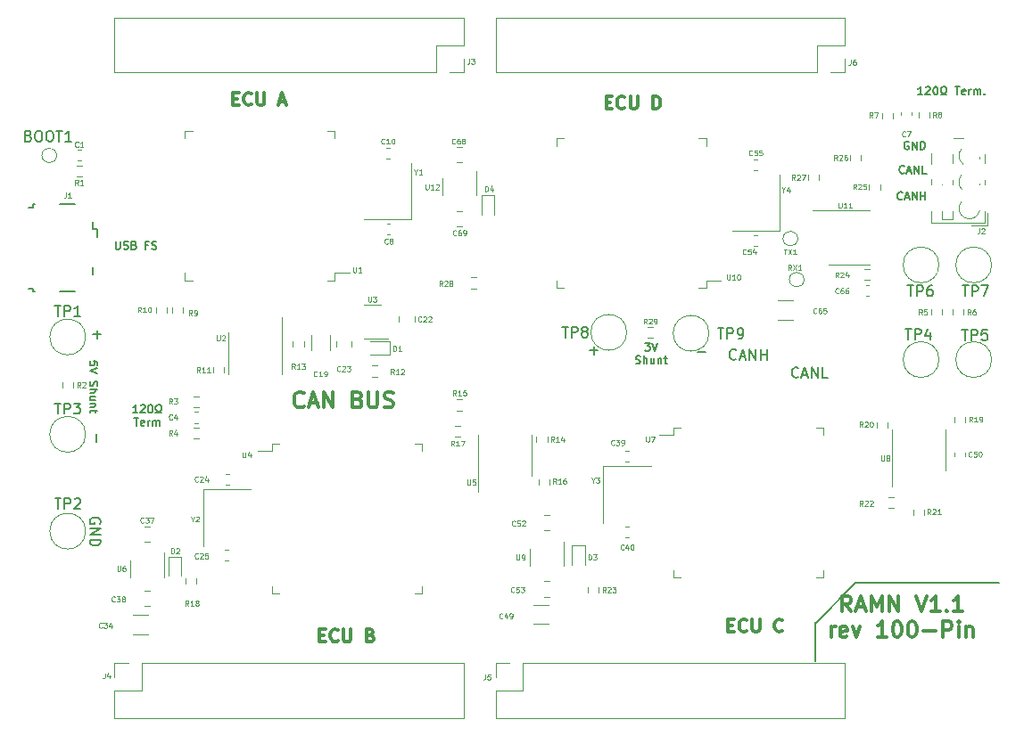
<source format=gto>
%TF.GenerationSoftware,KiCad,Pcbnew,7.0.1*%
%TF.CreationDate,2023-10-27T14:21:21-05:00*%
%TF.ProjectId,ramn,72616d6e-2e6b-4696-9361-645f70636258,V1.1*%
%TF.SameCoordinates,Original*%
%TF.FileFunction,Legend,Top*%
%TF.FilePolarity,Positive*%
%FSLAX46Y46*%
G04 Gerber Fmt 4.6, Leading zero omitted, Abs format (unit mm)*
G04 Created by KiCad (PCBNEW 7.0.1) date 2023-10-27 14:21:21*
%MOMM*%
%LPD*%
G01*
G04 APERTURE LIST*
%ADD10C,0.200000*%
%ADD11C,0.150000*%
%ADD12C,0.300000*%
%ADD13C,0.100000*%
%ADD14C,0.120000*%
G04 APERTURE END LIST*
D10*
X119200000Y-96900000D02*
X132800000Y-96900000D01*
X115400000Y-100800000D02*
X119200000Y-96900000D01*
X115400000Y-104394000D02*
X115400000Y-100694000D01*
D11*
X99198571Y-74149464D02*
X99662857Y-74149464D01*
X99662857Y-74149464D02*
X99412857Y-74435178D01*
X99412857Y-74435178D02*
X99520000Y-74435178D01*
X99520000Y-74435178D02*
X99591429Y-74470892D01*
X99591429Y-74470892D02*
X99627143Y-74506607D01*
X99627143Y-74506607D02*
X99662857Y-74578035D01*
X99662857Y-74578035D02*
X99662857Y-74756607D01*
X99662857Y-74756607D02*
X99627143Y-74828035D01*
X99627143Y-74828035D02*
X99591429Y-74863750D01*
X99591429Y-74863750D02*
X99520000Y-74899464D01*
X99520000Y-74899464D02*
X99305714Y-74899464D01*
X99305714Y-74899464D02*
X99234286Y-74863750D01*
X99234286Y-74863750D02*
X99198571Y-74828035D01*
X99877143Y-74149464D02*
X100127143Y-74899464D01*
X100127143Y-74899464D02*
X100377143Y-74149464D01*
X98323572Y-76078750D02*
X98430715Y-76114464D01*
X98430715Y-76114464D02*
X98609286Y-76114464D01*
X98609286Y-76114464D02*
X98680715Y-76078750D01*
X98680715Y-76078750D02*
X98716429Y-76043035D01*
X98716429Y-76043035D02*
X98752143Y-75971607D01*
X98752143Y-75971607D02*
X98752143Y-75900178D01*
X98752143Y-75900178D02*
X98716429Y-75828750D01*
X98716429Y-75828750D02*
X98680715Y-75793035D01*
X98680715Y-75793035D02*
X98609286Y-75757321D01*
X98609286Y-75757321D02*
X98466429Y-75721607D01*
X98466429Y-75721607D02*
X98395000Y-75685892D01*
X98395000Y-75685892D02*
X98359286Y-75650178D01*
X98359286Y-75650178D02*
X98323572Y-75578750D01*
X98323572Y-75578750D02*
X98323572Y-75507321D01*
X98323572Y-75507321D02*
X98359286Y-75435892D01*
X98359286Y-75435892D02*
X98395000Y-75400178D01*
X98395000Y-75400178D02*
X98466429Y-75364464D01*
X98466429Y-75364464D02*
X98645000Y-75364464D01*
X98645000Y-75364464D02*
X98752143Y-75400178D01*
X99073572Y-76114464D02*
X99073572Y-75364464D01*
X99395001Y-76114464D02*
X99395001Y-75721607D01*
X99395001Y-75721607D02*
X99359286Y-75650178D01*
X99359286Y-75650178D02*
X99287858Y-75614464D01*
X99287858Y-75614464D02*
X99180715Y-75614464D01*
X99180715Y-75614464D02*
X99109286Y-75650178D01*
X99109286Y-75650178D02*
X99073572Y-75685892D01*
X100073572Y-75614464D02*
X100073572Y-76114464D01*
X99752143Y-75614464D02*
X99752143Y-76007321D01*
X99752143Y-76007321D02*
X99787857Y-76078750D01*
X99787857Y-76078750D02*
X99859286Y-76114464D01*
X99859286Y-76114464D02*
X99966429Y-76114464D01*
X99966429Y-76114464D02*
X100037857Y-76078750D01*
X100037857Y-76078750D02*
X100073572Y-76043035D01*
X100430714Y-75614464D02*
X100430714Y-76114464D01*
X100430714Y-75685892D02*
X100466428Y-75650178D01*
X100466428Y-75650178D02*
X100537857Y-75614464D01*
X100537857Y-75614464D02*
X100645000Y-75614464D01*
X100645000Y-75614464D02*
X100716428Y-75650178D01*
X100716428Y-75650178D02*
X100752143Y-75721607D01*
X100752143Y-75721607D02*
X100752143Y-76114464D01*
X101002142Y-75614464D02*
X101287856Y-75614464D01*
X101109285Y-75364464D02*
X101109285Y-76007321D01*
X101109285Y-76007321D02*
X101144999Y-76078750D01*
X101144999Y-76078750D02*
X101216428Y-76114464D01*
X101216428Y-76114464D02*
X101287856Y-76114464D01*
D12*
X118778571Y-99678928D02*
X118278571Y-98964642D01*
X117921428Y-99678928D02*
X117921428Y-98178928D01*
X117921428Y-98178928D02*
X118492857Y-98178928D01*
X118492857Y-98178928D02*
X118635714Y-98250357D01*
X118635714Y-98250357D02*
X118707143Y-98321785D01*
X118707143Y-98321785D02*
X118778571Y-98464642D01*
X118778571Y-98464642D02*
X118778571Y-98678928D01*
X118778571Y-98678928D02*
X118707143Y-98821785D01*
X118707143Y-98821785D02*
X118635714Y-98893214D01*
X118635714Y-98893214D02*
X118492857Y-98964642D01*
X118492857Y-98964642D02*
X117921428Y-98964642D01*
X119350000Y-99250357D02*
X120064286Y-99250357D01*
X119207143Y-99678928D02*
X119707143Y-98178928D01*
X119707143Y-98178928D02*
X120207143Y-99678928D01*
X120707142Y-99678928D02*
X120707142Y-98178928D01*
X120707142Y-98178928D02*
X121207142Y-99250357D01*
X121207142Y-99250357D02*
X121707142Y-98178928D01*
X121707142Y-98178928D02*
X121707142Y-99678928D01*
X122421428Y-99678928D02*
X122421428Y-98178928D01*
X122421428Y-98178928D02*
X123278571Y-99678928D01*
X123278571Y-99678928D02*
X123278571Y-98178928D01*
X124921429Y-98178928D02*
X125421429Y-99678928D01*
X125421429Y-99678928D02*
X125921429Y-98178928D01*
X127207143Y-99678928D02*
X126350000Y-99678928D01*
X126778571Y-99678928D02*
X126778571Y-98178928D01*
X126778571Y-98178928D02*
X126635714Y-98393214D01*
X126635714Y-98393214D02*
X126492857Y-98536071D01*
X126492857Y-98536071D02*
X126350000Y-98607500D01*
X127849999Y-99536071D02*
X127921428Y-99607500D01*
X127921428Y-99607500D02*
X127849999Y-99678928D01*
X127849999Y-99678928D02*
X127778571Y-99607500D01*
X127778571Y-99607500D02*
X127849999Y-99536071D01*
X127849999Y-99536071D02*
X127849999Y-99678928D01*
X129350000Y-99678928D02*
X128492857Y-99678928D01*
X128921428Y-99678928D02*
X128921428Y-98178928D01*
X128921428Y-98178928D02*
X128778571Y-98393214D01*
X128778571Y-98393214D02*
X128635714Y-98536071D01*
X128635714Y-98536071D02*
X128492857Y-98607500D01*
X116850000Y-102108928D02*
X116850000Y-101108928D01*
X116850000Y-101394642D02*
X116921429Y-101251785D01*
X116921429Y-101251785D02*
X116992858Y-101180357D01*
X116992858Y-101180357D02*
X117135715Y-101108928D01*
X117135715Y-101108928D02*
X117278572Y-101108928D01*
X118350000Y-102037500D02*
X118207143Y-102108928D01*
X118207143Y-102108928D02*
X117921429Y-102108928D01*
X117921429Y-102108928D02*
X117778571Y-102037500D01*
X117778571Y-102037500D02*
X117707143Y-101894642D01*
X117707143Y-101894642D02*
X117707143Y-101323214D01*
X117707143Y-101323214D02*
X117778571Y-101180357D01*
X117778571Y-101180357D02*
X117921429Y-101108928D01*
X117921429Y-101108928D02*
X118207143Y-101108928D01*
X118207143Y-101108928D02*
X118350000Y-101180357D01*
X118350000Y-101180357D02*
X118421429Y-101323214D01*
X118421429Y-101323214D02*
X118421429Y-101466071D01*
X118421429Y-101466071D02*
X117707143Y-101608928D01*
X118921428Y-101108928D02*
X119278571Y-102108928D01*
X119278571Y-102108928D02*
X119635714Y-101108928D01*
X122135714Y-102108928D02*
X121278571Y-102108928D01*
X121707142Y-102108928D02*
X121707142Y-100608928D01*
X121707142Y-100608928D02*
X121564285Y-100823214D01*
X121564285Y-100823214D02*
X121421428Y-100966071D01*
X121421428Y-100966071D02*
X121278571Y-101037500D01*
X123064285Y-100608928D02*
X123207142Y-100608928D01*
X123207142Y-100608928D02*
X123349999Y-100680357D01*
X123349999Y-100680357D02*
X123421428Y-100751785D01*
X123421428Y-100751785D02*
X123492856Y-100894642D01*
X123492856Y-100894642D02*
X123564285Y-101180357D01*
X123564285Y-101180357D02*
X123564285Y-101537500D01*
X123564285Y-101537500D02*
X123492856Y-101823214D01*
X123492856Y-101823214D02*
X123421428Y-101966071D01*
X123421428Y-101966071D02*
X123349999Y-102037500D01*
X123349999Y-102037500D02*
X123207142Y-102108928D01*
X123207142Y-102108928D02*
X123064285Y-102108928D01*
X123064285Y-102108928D02*
X122921428Y-102037500D01*
X122921428Y-102037500D02*
X122849999Y-101966071D01*
X122849999Y-101966071D02*
X122778570Y-101823214D01*
X122778570Y-101823214D02*
X122707142Y-101537500D01*
X122707142Y-101537500D02*
X122707142Y-101180357D01*
X122707142Y-101180357D02*
X122778570Y-100894642D01*
X122778570Y-100894642D02*
X122849999Y-100751785D01*
X122849999Y-100751785D02*
X122921428Y-100680357D01*
X122921428Y-100680357D02*
X123064285Y-100608928D01*
X124492856Y-100608928D02*
X124635713Y-100608928D01*
X124635713Y-100608928D02*
X124778570Y-100680357D01*
X124778570Y-100680357D02*
X124849999Y-100751785D01*
X124849999Y-100751785D02*
X124921427Y-100894642D01*
X124921427Y-100894642D02*
X124992856Y-101180357D01*
X124992856Y-101180357D02*
X124992856Y-101537500D01*
X124992856Y-101537500D02*
X124921427Y-101823214D01*
X124921427Y-101823214D02*
X124849999Y-101966071D01*
X124849999Y-101966071D02*
X124778570Y-102037500D01*
X124778570Y-102037500D02*
X124635713Y-102108928D01*
X124635713Y-102108928D02*
X124492856Y-102108928D01*
X124492856Y-102108928D02*
X124349999Y-102037500D01*
X124349999Y-102037500D02*
X124278570Y-101966071D01*
X124278570Y-101966071D02*
X124207141Y-101823214D01*
X124207141Y-101823214D02*
X124135713Y-101537500D01*
X124135713Y-101537500D02*
X124135713Y-101180357D01*
X124135713Y-101180357D02*
X124207141Y-100894642D01*
X124207141Y-100894642D02*
X124278570Y-100751785D01*
X124278570Y-100751785D02*
X124349999Y-100680357D01*
X124349999Y-100680357D02*
X124492856Y-100608928D01*
X125635712Y-101537500D02*
X126778570Y-101537500D01*
X127492855Y-102108928D02*
X127492855Y-100608928D01*
X127492855Y-100608928D02*
X128064284Y-100608928D01*
X128064284Y-100608928D02*
X128207141Y-100680357D01*
X128207141Y-100680357D02*
X128278570Y-100751785D01*
X128278570Y-100751785D02*
X128349998Y-100894642D01*
X128349998Y-100894642D02*
X128349998Y-101108928D01*
X128349998Y-101108928D02*
X128278570Y-101251785D01*
X128278570Y-101251785D02*
X128207141Y-101323214D01*
X128207141Y-101323214D02*
X128064284Y-101394642D01*
X128064284Y-101394642D02*
X127492855Y-101394642D01*
X128992855Y-102108928D02*
X128992855Y-101108928D01*
X128992855Y-100608928D02*
X128921427Y-100680357D01*
X128921427Y-100680357D02*
X128992855Y-100751785D01*
X128992855Y-100751785D02*
X129064284Y-100680357D01*
X129064284Y-100680357D02*
X128992855Y-100608928D01*
X128992855Y-100608928D02*
X128992855Y-100751785D01*
X129707141Y-101108928D02*
X129707141Y-102108928D01*
X129707141Y-101251785D02*
X129778570Y-101180357D01*
X129778570Y-101180357D02*
X129921427Y-101108928D01*
X129921427Y-101108928D02*
X130135713Y-101108928D01*
X130135713Y-101108928D02*
X130278570Y-101180357D01*
X130278570Y-101180357D02*
X130349999Y-101323214D01*
X130349999Y-101323214D02*
X130349999Y-102108928D01*
D11*
X46799048Y-73341666D02*
X47560953Y-73341666D01*
X47180000Y-73722619D02*
X47180000Y-72960714D01*
X104950951Y-74988333D02*
X104189047Y-74988333D01*
X113752380Y-77367380D02*
X113704761Y-77415000D01*
X113704761Y-77415000D02*
X113561904Y-77462619D01*
X113561904Y-77462619D02*
X113466666Y-77462619D01*
X113466666Y-77462619D02*
X113323809Y-77415000D01*
X113323809Y-77415000D02*
X113228571Y-77319761D01*
X113228571Y-77319761D02*
X113180952Y-77224523D01*
X113180952Y-77224523D02*
X113133333Y-77034047D01*
X113133333Y-77034047D02*
X113133333Y-76891190D01*
X113133333Y-76891190D02*
X113180952Y-76700714D01*
X113180952Y-76700714D02*
X113228571Y-76605476D01*
X113228571Y-76605476D02*
X113323809Y-76510238D01*
X113323809Y-76510238D02*
X113466666Y-76462619D01*
X113466666Y-76462619D02*
X113561904Y-76462619D01*
X113561904Y-76462619D02*
X113704761Y-76510238D01*
X113704761Y-76510238D02*
X113752380Y-76557857D01*
X114133333Y-77176904D02*
X114609523Y-77176904D01*
X114038095Y-77462619D02*
X114371428Y-76462619D01*
X114371428Y-76462619D02*
X114704761Y-77462619D01*
X115038095Y-77462619D02*
X115038095Y-76462619D01*
X115038095Y-76462619D02*
X115609523Y-77462619D01*
X115609523Y-77462619D02*
X115609523Y-76462619D01*
X116561904Y-77462619D02*
X116085714Y-77462619D01*
X116085714Y-77462619D02*
X116085714Y-76462619D01*
X47469761Y-91308095D02*
X47517380Y-91212857D01*
X47517380Y-91212857D02*
X47517380Y-91070000D01*
X47517380Y-91070000D02*
X47469761Y-90927143D01*
X47469761Y-90927143D02*
X47374523Y-90831905D01*
X47374523Y-90831905D02*
X47279285Y-90784286D01*
X47279285Y-90784286D02*
X47088809Y-90736667D01*
X47088809Y-90736667D02*
X46945952Y-90736667D01*
X46945952Y-90736667D02*
X46755476Y-90784286D01*
X46755476Y-90784286D02*
X46660238Y-90831905D01*
X46660238Y-90831905D02*
X46565000Y-90927143D01*
X46565000Y-90927143D02*
X46517380Y-91070000D01*
X46517380Y-91070000D02*
X46517380Y-91165238D01*
X46517380Y-91165238D02*
X46565000Y-91308095D01*
X46565000Y-91308095D02*
X46612619Y-91355714D01*
X46612619Y-91355714D02*
X46945952Y-91355714D01*
X46945952Y-91355714D02*
X46945952Y-91165238D01*
X46517380Y-91784286D02*
X47517380Y-91784286D01*
X47517380Y-91784286D02*
X46517380Y-92355714D01*
X46517380Y-92355714D02*
X47517380Y-92355714D01*
X46517380Y-92831905D02*
X47517380Y-92831905D01*
X47517380Y-92831905D02*
X47517380Y-93070000D01*
X47517380Y-93070000D02*
X47469761Y-93212857D01*
X47469761Y-93212857D02*
X47374523Y-93308095D01*
X47374523Y-93308095D02*
X47279285Y-93355714D01*
X47279285Y-93355714D02*
X47088809Y-93403333D01*
X47088809Y-93403333D02*
X46945952Y-93403333D01*
X46945952Y-93403333D02*
X46755476Y-93355714D01*
X46755476Y-93355714D02*
X46660238Y-93308095D01*
X46660238Y-93308095D02*
X46565000Y-93212857D01*
X46565000Y-93212857D02*
X46517380Y-93070000D01*
X46517380Y-93070000D02*
X46517380Y-92831905D01*
X48969285Y-64486964D02*
X48969285Y-65094107D01*
X48969285Y-65094107D02*
X49004999Y-65165535D01*
X49004999Y-65165535D02*
X49040714Y-65201250D01*
X49040714Y-65201250D02*
X49112142Y-65236964D01*
X49112142Y-65236964D02*
X49254999Y-65236964D01*
X49254999Y-65236964D02*
X49326428Y-65201250D01*
X49326428Y-65201250D02*
X49362142Y-65165535D01*
X49362142Y-65165535D02*
X49397856Y-65094107D01*
X49397856Y-65094107D02*
X49397856Y-64486964D01*
X49719285Y-65201250D02*
X49826428Y-65236964D01*
X49826428Y-65236964D02*
X50004999Y-65236964D01*
X50004999Y-65236964D02*
X50076428Y-65201250D01*
X50076428Y-65201250D02*
X50112142Y-65165535D01*
X50112142Y-65165535D02*
X50147856Y-65094107D01*
X50147856Y-65094107D02*
X50147856Y-65022678D01*
X50147856Y-65022678D02*
X50112142Y-64951250D01*
X50112142Y-64951250D02*
X50076428Y-64915535D01*
X50076428Y-64915535D02*
X50004999Y-64879821D01*
X50004999Y-64879821D02*
X49862142Y-64844107D01*
X49862142Y-64844107D02*
X49790713Y-64808392D01*
X49790713Y-64808392D02*
X49754999Y-64772678D01*
X49754999Y-64772678D02*
X49719285Y-64701250D01*
X49719285Y-64701250D02*
X49719285Y-64629821D01*
X49719285Y-64629821D02*
X49754999Y-64558392D01*
X49754999Y-64558392D02*
X49790713Y-64522678D01*
X49790713Y-64522678D02*
X49862142Y-64486964D01*
X49862142Y-64486964D02*
X50040713Y-64486964D01*
X50040713Y-64486964D02*
X50147856Y-64522678D01*
X50719285Y-64844107D02*
X50826428Y-64879821D01*
X50826428Y-64879821D02*
X50862142Y-64915535D01*
X50862142Y-64915535D02*
X50897856Y-64986964D01*
X50897856Y-64986964D02*
X50897856Y-65094107D01*
X50897856Y-65094107D02*
X50862142Y-65165535D01*
X50862142Y-65165535D02*
X50826428Y-65201250D01*
X50826428Y-65201250D02*
X50754999Y-65236964D01*
X50754999Y-65236964D02*
X50469285Y-65236964D01*
X50469285Y-65236964D02*
X50469285Y-64486964D01*
X50469285Y-64486964D02*
X50719285Y-64486964D01*
X50719285Y-64486964D02*
X50790714Y-64522678D01*
X50790714Y-64522678D02*
X50826428Y-64558392D01*
X50826428Y-64558392D02*
X50862142Y-64629821D01*
X50862142Y-64629821D02*
X50862142Y-64701250D01*
X50862142Y-64701250D02*
X50826428Y-64772678D01*
X50826428Y-64772678D02*
X50790714Y-64808392D01*
X50790714Y-64808392D02*
X50719285Y-64844107D01*
X50719285Y-64844107D02*
X50469285Y-64844107D01*
X52040714Y-64844107D02*
X51790714Y-64844107D01*
X51790714Y-65236964D02*
X51790714Y-64486964D01*
X51790714Y-64486964D02*
X52147857Y-64486964D01*
X52397857Y-65201250D02*
X52505000Y-65236964D01*
X52505000Y-65236964D02*
X52683571Y-65236964D01*
X52683571Y-65236964D02*
X52755000Y-65201250D01*
X52755000Y-65201250D02*
X52790714Y-65165535D01*
X52790714Y-65165535D02*
X52826428Y-65094107D01*
X52826428Y-65094107D02*
X52826428Y-65022678D01*
X52826428Y-65022678D02*
X52790714Y-64951250D01*
X52790714Y-64951250D02*
X52755000Y-64915535D01*
X52755000Y-64915535D02*
X52683571Y-64879821D01*
X52683571Y-64879821D02*
X52540714Y-64844107D01*
X52540714Y-64844107D02*
X52469285Y-64808392D01*
X52469285Y-64808392D02*
X52433571Y-64772678D01*
X52433571Y-64772678D02*
X52397857Y-64701250D01*
X52397857Y-64701250D02*
X52397857Y-64629821D01*
X52397857Y-64629821D02*
X52433571Y-64558392D01*
X52433571Y-64558392D02*
X52469285Y-64522678D01*
X52469285Y-64522678D02*
X52540714Y-64486964D01*
X52540714Y-64486964D02*
X52719285Y-64486964D01*
X52719285Y-64486964D02*
X52826428Y-64522678D01*
D12*
X60092857Y-50926571D02*
X60492857Y-50926571D01*
X60664285Y-51555142D02*
X60092857Y-51555142D01*
X60092857Y-51555142D02*
X60092857Y-50355142D01*
X60092857Y-50355142D02*
X60664285Y-50355142D01*
X61864285Y-51440857D02*
X61807142Y-51498000D01*
X61807142Y-51498000D02*
X61635714Y-51555142D01*
X61635714Y-51555142D02*
X61521428Y-51555142D01*
X61521428Y-51555142D02*
X61349999Y-51498000D01*
X61349999Y-51498000D02*
X61235714Y-51383714D01*
X61235714Y-51383714D02*
X61178571Y-51269428D01*
X61178571Y-51269428D02*
X61121428Y-51040857D01*
X61121428Y-51040857D02*
X61121428Y-50869428D01*
X61121428Y-50869428D02*
X61178571Y-50640857D01*
X61178571Y-50640857D02*
X61235714Y-50526571D01*
X61235714Y-50526571D02*
X61349999Y-50412285D01*
X61349999Y-50412285D02*
X61521428Y-50355142D01*
X61521428Y-50355142D02*
X61635714Y-50355142D01*
X61635714Y-50355142D02*
X61807142Y-50412285D01*
X61807142Y-50412285D02*
X61864285Y-50469428D01*
X62378571Y-50355142D02*
X62378571Y-51326571D01*
X62378571Y-51326571D02*
X62435714Y-51440857D01*
X62435714Y-51440857D02*
X62492857Y-51498000D01*
X62492857Y-51498000D02*
X62607142Y-51555142D01*
X62607142Y-51555142D02*
X62835714Y-51555142D01*
X62835714Y-51555142D02*
X62949999Y-51498000D01*
X62949999Y-51498000D02*
X63007142Y-51440857D01*
X63007142Y-51440857D02*
X63064285Y-51326571D01*
X63064285Y-51326571D02*
X63064285Y-50355142D01*
X64492857Y-51212285D02*
X65064286Y-51212285D01*
X64378571Y-51555142D02*
X64778571Y-50355142D01*
X64778571Y-50355142D02*
X65178571Y-51555142D01*
X107107143Y-100976571D02*
X107507143Y-100976571D01*
X107678571Y-101605142D02*
X107107143Y-101605142D01*
X107107143Y-101605142D02*
X107107143Y-100405142D01*
X107107143Y-100405142D02*
X107678571Y-100405142D01*
X108878571Y-101490857D02*
X108821428Y-101548000D01*
X108821428Y-101548000D02*
X108650000Y-101605142D01*
X108650000Y-101605142D02*
X108535714Y-101605142D01*
X108535714Y-101605142D02*
X108364285Y-101548000D01*
X108364285Y-101548000D02*
X108250000Y-101433714D01*
X108250000Y-101433714D02*
X108192857Y-101319428D01*
X108192857Y-101319428D02*
X108135714Y-101090857D01*
X108135714Y-101090857D02*
X108135714Y-100919428D01*
X108135714Y-100919428D02*
X108192857Y-100690857D01*
X108192857Y-100690857D02*
X108250000Y-100576571D01*
X108250000Y-100576571D02*
X108364285Y-100462285D01*
X108364285Y-100462285D02*
X108535714Y-100405142D01*
X108535714Y-100405142D02*
X108650000Y-100405142D01*
X108650000Y-100405142D02*
X108821428Y-100462285D01*
X108821428Y-100462285D02*
X108878571Y-100519428D01*
X109392857Y-100405142D02*
X109392857Y-101376571D01*
X109392857Y-101376571D02*
X109450000Y-101490857D01*
X109450000Y-101490857D02*
X109507143Y-101548000D01*
X109507143Y-101548000D02*
X109621428Y-101605142D01*
X109621428Y-101605142D02*
X109850000Y-101605142D01*
X109850000Y-101605142D02*
X109964285Y-101548000D01*
X109964285Y-101548000D02*
X110021428Y-101490857D01*
X110021428Y-101490857D02*
X110078571Y-101376571D01*
X110078571Y-101376571D02*
X110078571Y-100405142D01*
X112250000Y-101490857D02*
X112192857Y-101548000D01*
X112192857Y-101548000D02*
X112021429Y-101605142D01*
X112021429Y-101605142D02*
X111907143Y-101605142D01*
X111907143Y-101605142D02*
X111735714Y-101548000D01*
X111735714Y-101548000D02*
X111621429Y-101433714D01*
X111621429Y-101433714D02*
X111564286Y-101319428D01*
X111564286Y-101319428D02*
X111507143Y-101090857D01*
X111507143Y-101090857D02*
X111507143Y-100919428D01*
X111507143Y-100919428D02*
X111564286Y-100690857D01*
X111564286Y-100690857D02*
X111621429Y-100576571D01*
X111621429Y-100576571D02*
X111735714Y-100462285D01*
X111735714Y-100462285D02*
X111907143Y-100405142D01*
X111907143Y-100405142D02*
X112021429Y-100405142D01*
X112021429Y-100405142D02*
X112192857Y-100462285D01*
X112192857Y-100462285D02*
X112250000Y-100519428D01*
D11*
X107853333Y-75647380D02*
X107805714Y-75695000D01*
X107805714Y-75695000D02*
X107662857Y-75742619D01*
X107662857Y-75742619D02*
X107567619Y-75742619D01*
X107567619Y-75742619D02*
X107424762Y-75695000D01*
X107424762Y-75695000D02*
X107329524Y-75599761D01*
X107329524Y-75599761D02*
X107281905Y-75504523D01*
X107281905Y-75504523D02*
X107234286Y-75314047D01*
X107234286Y-75314047D02*
X107234286Y-75171190D01*
X107234286Y-75171190D02*
X107281905Y-74980714D01*
X107281905Y-74980714D02*
X107329524Y-74885476D01*
X107329524Y-74885476D02*
X107424762Y-74790238D01*
X107424762Y-74790238D02*
X107567619Y-74742619D01*
X107567619Y-74742619D02*
X107662857Y-74742619D01*
X107662857Y-74742619D02*
X107805714Y-74790238D01*
X107805714Y-74790238D02*
X107853333Y-74837857D01*
X108234286Y-75456904D02*
X108710476Y-75456904D01*
X108139048Y-75742619D02*
X108472381Y-74742619D01*
X108472381Y-74742619D02*
X108805714Y-75742619D01*
X109139048Y-75742619D02*
X109139048Y-74742619D01*
X109139048Y-74742619D02*
X109710476Y-75742619D01*
X109710476Y-75742619D02*
X109710476Y-74742619D01*
X110186667Y-75742619D02*
X110186667Y-74742619D01*
X110186667Y-75218809D02*
X110758095Y-75218809D01*
X110758095Y-75742619D02*
X110758095Y-74742619D01*
X94351666Y-75220951D02*
X94351666Y-74459047D01*
X94732619Y-74839999D02*
X93970714Y-74839999D01*
X123814285Y-57975535D02*
X123778571Y-58011250D01*
X123778571Y-58011250D02*
X123671428Y-58046964D01*
X123671428Y-58046964D02*
X123600000Y-58046964D01*
X123600000Y-58046964D02*
X123492857Y-58011250D01*
X123492857Y-58011250D02*
X123421428Y-57939821D01*
X123421428Y-57939821D02*
X123385714Y-57868392D01*
X123385714Y-57868392D02*
X123350000Y-57725535D01*
X123350000Y-57725535D02*
X123350000Y-57618392D01*
X123350000Y-57618392D02*
X123385714Y-57475535D01*
X123385714Y-57475535D02*
X123421428Y-57404107D01*
X123421428Y-57404107D02*
X123492857Y-57332678D01*
X123492857Y-57332678D02*
X123600000Y-57296964D01*
X123600000Y-57296964D02*
X123671428Y-57296964D01*
X123671428Y-57296964D02*
X123778571Y-57332678D01*
X123778571Y-57332678D02*
X123814285Y-57368392D01*
X124100000Y-57832678D02*
X124457143Y-57832678D01*
X124028571Y-58046964D02*
X124278571Y-57296964D01*
X124278571Y-57296964D02*
X124528571Y-58046964D01*
X124778571Y-58046964D02*
X124778571Y-57296964D01*
X124778571Y-57296964D02*
X125207142Y-58046964D01*
X125207142Y-58046964D02*
X125207142Y-57296964D01*
X125921428Y-58046964D02*
X125564285Y-58046964D01*
X125564285Y-58046964D02*
X125564285Y-57296964D01*
X123625000Y-60475535D02*
X123589286Y-60511250D01*
X123589286Y-60511250D02*
X123482143Y-60546964D01*
X123482143Y-60546964D02*
X123410715Y-60546964D01*
X123410715Y-60546964D02*
X123303572Y-60511250D01*
X123303572Y-60511250D02*
X123232143Y-60439821D01*
X123232143Y-60439821D02*
X123196429Y-60368392D01*
X123196429Y-60368392D02*
X123160715Y-60225535D01*
X123160715Y-60225535D02*
X123160715Y-60118392D01*
X123160715Y-60118392D02*
X123196429Y-59975535D01*
X123196429Y-59975535D02*
X123232143Y-59904107D01*
X123232143Y-59904107D02*
X123303572Y-59832678D01*
X123303572Y-59832678D02*
X123410715Y-59796964D01*
X123410715Y-59796964D02*
X123482143Y-59796964D01*
X123482143Y-59796964D02*
X123589286Y-59832678D01*
X123589286Y-59832678D02*
X123625000Y-59868392D01*
X123910715Y-60332678D02*
X124267858Y-60332678D01*
X123839286Y-60546964D02*
X124089286Y-59796964D01*
X124089286Y-59796964D02*
X124339286Y-60546964D01*
X124589286Y-60546964D02*
X124589286Y-59796964D01*
X124589286Y-59796964D02*
X125017857Y-60546964D01*
X125017857Y-60546964D02*
X125017857Y-59796964D01*
X125375000Y-60546964D02*
X125375000Y-59796964D01*
X125375000Y-60154107D02*
X125803571Y-60154107D01*
X125803571Y-60546964D02*
X125803571Y-59796964D01*
D12*
X95517143Y-51266571D02*
X95917143Y-51266571D01*
X96088571Y-51895142D02*
X95517143Y-51895142D01*
X95517143Y-51895142D02*
X95517143Y-50695142D01*
X95517143Y-50695142D02*
X96088571Y-50695142D01*
X97288571Y-51780857D02*
X97231428Y-51838000D01*
X97231428Y-51838000D02*
X97060000Y-51895142D01*
X97060000Y-51895142D02*
X96945714Y-51895142D01*
X96945714Y-51895142D02*
X96774285Y-51838000D01*
X96774285Y-51838000D02*
X96660000Y-51723714D01*
X96660000Y-51723714D02*
X96602857Y-51609428D01*
X96602857Y-51609428D02*
X96545714Y-51380857D01*
X96545714Y-51380857D02*
X96545714Y-51209428D01*
X96545714Y-51209428D02*
X96602857Y-50980857D01*
X96602857Y-50980857D02*
X96660000Y-50866571D01*
X96660000Y-50866571D02*
X96774285Y-50752285D01*
X96774285Y-50752285D02*
X96945714Y-50695142D01*
X96945714Y-50695142D02*
X97060000Y-50695142D01*
X97060000Y-50695142D02*
X97231428Y-50752285D01*
X97231428Y-50752285D02*
X97288571Y-50809428D01*
X97802857Y-50695142D02*
X97802857Y-51666571D01*
X97802857Y-51666571D02*
X97860000Y-51780857D01*
X97860000Y-51780857D02*
X97917143Y-51838000D01*
X97917143Y-51838000D02*
X98031428Y-51895142D01*
X98031428Y-51895142D02*
X98260000Y-51895142D01*
X98260000Y-51895142D02*
X98374285Y-51838000D01*
X98374285Y-51838000D02*
X98431428Y-51780857D01*
X98431428Y-51780857D02*
X98488571Y-51666571D01*
X98488571Y-51666571D02*
X98488571Y-50695142D01*
X99974286Y-51895142D02*
X99974286Y-50695142D01*
X99974286Y-50695142D02*
X100260000Y-50695142D01*
X100260000Y-50695142D02*
X100431429Y-50752285D01*
X100431429Y-50752285D02*
X100545714Y-50866571D01*
X100545714Y-50866571D02*
X100602857Y-50980857D01*
X100602857Y-50980857D02*
X100660000Y-51209428D01*
X100660000Y-51209428D02*
X100660000Y-51380857D01*
X100660000Y-51380857D02*
X100602857Y-51609428D01*
X100602857Y-51609428D02*
X100545714Y-51723714D01*
X100545714Y-51723714D02*
X100431429Y-51838000D01*
X100431429Y-51838000D02*
X100260000Y-51895142D01*
X100260000Y-51895142D02*
X99974286Y-51895142D01*
X66814285Y-80151071D02*
X66742857Y-80222500D01*
X66742857Y-80222500D02*
X66528571Y-80293928D01*
X66528571Y-80293928D02*
X66385714Y-80293928D01*
X66385714Y-80293928D02*
X66171428Y-80222500D01*
X66171428Y-80222500D02*
X66028571Y-80079642D01*
X66028571Y-80079642D02*
X65957142Y-79936785D01*
X65957142Y-79936785D02*
X65885714Y-79651071D01*
X65885714Y-79651071D02*
X65885714Y-79436785D01*
X65885714Y-79436785D02*
X65957142Y-79151071D01*
X65957142Y-79151071D02*
X66028571Y-79008214D01*
X66028571Y-79008214D02*
X66171428Y-78865357D01*
X66171428Y-78865357D02*
X66385714Y-78793928D01*
X66385714Y-78793928D02*
X66528571Y-78793928D01*
X66528571Y-78793928D02*
X66742857Y-78865357D01*
X66742857Y-78865357D02*
X66814285Y-78936785D01*
X67385714Y-79865357D02*
X68100000Y-79865357D01*
X67242857Y-80293928D02*
X67742857Y-78793928D01*
X67742857Y-78793928D02*
X68242857Y-80293928D01*
X68742856Y-80293928D02*
X68742856Y-78793928D01*
X68742856Y-78793928D02*
X69599999Y-80293928D01*
X69599999Y-80293928D02*
X69599999Y-78793928D01*
X71957142Y-79508214D02*
X72171428Y-79579642D01*
X72171428Y-79579642D02*
X72242857Y-79651071D01*
X72242857Y-79651071D02*
X72314285Y-79793928D01*
X72314285Y-79793928D02*
X72314285Y-80008214D01*
X72314285Y-80008214D02*
X72242857Y-80151071D01*
X72242857Y-80151071D02*
X72171428Y-80222500D01*
X72171428Y-80222500D02*
X72028571Y-80293928D01*
X72028571Y-80293928D02*
X71457142Y-80293928D01*
X71457142Y-80293928D02*
X71457142Y-78793928D01*
X71457142Y-78793928D02*
X71957142Y-78793928D01*
X71957142Y-78793928D02*
X72100000Y-78865357D01*
X72100000Y-78865357D02*
X72171428Y-78936785D01*
X72171428Y-78936785D02*
X72242857Y-79079642D01*
X72242857Y-79079642D02*
X72242857Y-79222500D01*
X72242857Y-79222500D02*
X72171428Y-79365357D01*
X72171428Y-79365357D02*
X72100000Y-79436785D01*
X72100000Y-79436785D02*
X71957142Y-79508214D01*
X71957142Y-79508214D02*
X71457142Y-79508214D01*
X72957142Y-78793928D02*
X72957142Y-80008214D01*
X72957142Y-80008214D02*
X73028571Y-80151071D01*
X73028571Y-80151071D02*
X73100000Y-80222500D01*
X73100000Y-80222500D02*
X73242857Y-80293928D01*
X73242857Y-80293928D02*
X73528571Y-80293928D01*
X73528571Y-80293928D02*
X73671428Y-80222500D01*
X73671428Y-80222500D02*
X73742857Y-80151071D01*
X73742857Y-80151071D02*
X73814285Y-80008214D01*
X73814285Y-80008214D02*
X73814285Y-78793928D01*
X74457143Y-80222500D02*
X74671429Y-80293928D01*
X74671429Y-80293928D02*
X75028571Y-80293928D01*
X75028571Y-80293928D02*
X75171429Y-80222500D01*
X75171429Y-80222500D02*
X75242857Y-80151071D01*
X75242857Y-80151071D02*
X75314286Y-80008214D01*
X75314286Y-80008214D02*
X75314286Y-79865357D01*
X75314286Y-79865357D02*
X75242857Y-79722500D01*
X75242857Y-79722500D02*
X75171429Y-79651071D01*
X75171429Y-79651071D02*
X75028571Y-79579642D01*
X75028571Y-79579642D02*
X74742857Y-79508214D01*
X74742857Y-79508214D02*
X74600000Y-79436785D01*
X74600000Y-79436785D02*
X74528571Y-79365357D01*
X74528571Y-79365357D02*
X74457143Y-79222500D01*
X74457143Y-79222500D02*
X74457143Y-79079642D01*
X74457143Y-79079642D02*
X74528571Y-78936785D01*
X74528571Y-78936785D02*
X74600000Y-78865357D01*
X74600000Y-78865357D02*
X74742857Y-78793928D01*
X74742857Y-78793928D02*
X75100000Y-78793928D01*
X75100000Y-78793928D02*
X75314286Y-78865357D01*
D11*
X47121666Y-83540951D02*
X47121666Y-82779047D01*
X124228571Y-55032678D02*
X124157143Y-54996964D01*
X124157143Y-54996964D02*
X124050000Y-54996964D01*
X124050000Y-54996964D02*
X123942857Y-55032678D01*
X123942857Y-55032678D02*
X123871428Y-55104107D01*
X123871428Y-55104107D02*
X123835714Y-55175535D01*
X123835714Y-55175535D02*
X123800000Y-55318392D01*
X123800000Y-55318392D02*
X123800000Y-55425535D01*
X123800000Y-55425535D02*
X123835714Y-55568392D01*
X123835714Y-55568392D02*
X123871428Y-55639821D01*
X123871428Y-55639821D02*
X123942857Y-55711250D01*
X123942857Y-55711250D02*
X124050000Y-55746964D01*
X124050000Y-55746964D02*
X124121428Y-55746964D01*
X124121428Y-55746964D02*
X124228571Y-55711250D01*
X124228571Y-55711250D02*
X124264285Y-55675535D01*
X124264285Y-55675535D02*
X124264285Y-55425535D01*
X124264285Y-55425535D02*
X124121428Y-55425535D01*
X124585714Y-55746964D02*
X124585714Y-54996964D01*
X124585714Y-54996964D02*
X125014285Y-55746964D01*
X125014285Y-55746964D02*
X125014285Y-54996964D01*
X125371428Y-55746964D02*
X125371428Y-54996964D01*
X125371428Y-54996964D02*
X125549999Y-54996964D01*
X125549999Y-54996964D02*
X125657142Y-55032678D01*
X125657142Y-55032678D02*
X125728571Y-55104107D01*
X125728571Y-55104107D02*
X125764285Y-55175535D01*
X125764285Y-55175535D02*
X125799999Y-55318392D01*
X125799999Y-55318392D02*
X125799999Y-55425535D01*
X125799999Y-55425535D02*
X125764285Y-55568392D01*
X125764285Y-55568392D02*
X125728571Y-55639821D01*
X125728571Y-55639821D02*
X125657142Y-55711250D01*
X125657142Y-55711250D02*
X125549999Y-55746964D01*
X125549999Y-55746964D02*
X125371428Y-55746964D01*
X51039828Y-80790864D02*
X50611257Y-80790864D01*
X50825542Y-80790864D02*
X50825542Y-80040864D01*
X50825542Y-80040864D02*
X50754114Y-80148007D01*
X50754114Y-80148007D02*
X50682685Y-80219435D01*
X50682685Y-80219435D02*
X50611257Y-80255150D01*
X51325543Y-80112292D02*
X51361257Y-80076578D01*
X51361257Y-80076578D02*
X51432686Y-80040864D01*
X51432686Y-80040864D02*
X51611257Y-80040864D01*
X51611257Y-80040864D02*
X51682686Y-80076578D01*
X51682686Y-80076578D02*
X51718400Y-80112292D01*
X51718400Y-80112292D02*
X51754114Y-80183721D01*
X51754114Y-80183721D02*
X51754114Y-80255150D01*
X51754114Y-80255150D02*
X51718400Y-80362292D01*
X51718400Y-80362292D02*
X51289828Y-80790864D01*
X51289828Y-80790864D02*
X51754114Y-80790864D01*
X52218400Y-80040864D02*
X52289829Y-80040864D01*
X52289829Y-80040864D02*
X52361257Y-80076578D01*
X52361257Y-80076578D02*
X52396972Y-80112292D01*
X52396972Y-80112292D02*
X52432686Y-80183721D01*
X52432686Y-80183721D02*
X52468400Y-80326578D01*
X52468400Y-80326578D02*
X52468400Y-80505150D01*
X52468400Y-80505150D02*
X52432686Y-80648007D01*
X52432686Y-80648007D02*
X52396972Y-80719435D01*
X52396972Y-80719435D02*
X52361257Y-80755150D01*
X52361257Y-80755150D02*
X52289829Y-80790864D01*
X52289829Y-80790864D02*
X52218400Y-80790864D01*
X52218400Y-80790864D02*
X52146972Y-80755150D01*
X52146972Y-80755150D02*
X52111257Y-80719435D01*
X52111257Y-80719435D02*
X52075543Y-80648007D01*
X52075543Y-80648007D02*
X52039829Y-80505150D01*
X52039829Y-80505150D02*
X52039829Y-80326578D01*
X52039829Y-80326578D02*
X52075543Y-80183721D01*
X52075543Y-80183721D02*
X52111257Y-80112292D01*
X52111257Y-80112292D02*
X52146972Y-80076578D01*
X52146972Y-80076578D02*
X52218400Y-80040864D01*
X52754115Y-80790864D02*
X52932686Y-80790864D01*
X52932686Y-80790864D02*
X52932686Y-80648007D01*
X52932686Y-80648007D02*
X52861258Y-80612292D01*
X52861258Y-80612292D02*
X52789829Y-80540864D01*
X52789829Y-80540864D02*
X52754115Y-80433721D01*
X52754115Y-80433721D02*
X52754115Y-80255150D01*
X52754115Y-80255150D02*
X52789829Y-80148007D01*
X52789829Y-80148007D02*
X52861258Y-80076578D01*
X52861258Y-80076578D02*
X52968400Y-80040864D01*
X52968400Y-80040864D02*
X53111258Y-80040864D01*
X53111258Y-80040864D02*
X53218400Y-80076578D01*
X53218400Y-80076578D02*
X53289829Y-80148007D01*
X53289829Y-80148007D02*
X53325543Y-80255150D01*
X53325543Y-80255150D02*
X53325543Y-80433721D01*
X53325543Y-80433721D02*
X53289829Y-80540864D01*
X53289829Y-80540864D02*
X53218400Y-80612292D01*
X53218400Y-80612292D02*
X53146972Y-80648007D01*
X53146972Y-80648007D02*
X53146972Y-80790864D01*
X53146972Y-80790864D02*
X53325543Y-80790864D01*
X50700542Y-81255864D02*
X51129114Y-81255864D01*
X50914828Y-82005864D02*
X50914828Y-81255864D01*
X51664828Y-81970150D02*
X51593400Y-82005864D01*
X51593400Y-82005864D02*
X51450543Y-82005864D01*
X51450543Y-82005864D02*
X51379114Y-81970150D01*
X51379114Y-81970150D02*
X51343400Y-81898721D01*
X51343400Y-81898721D02*
X51343400Y-81613007D01*
X51343400Y-81613007D02*
X51379114Y-81541578D01*
X51379114Y-81541578D02*
X51450543Y-81505864D01*
X51450543Y-81505864D02*
X51593400Y-81505864D01*
X51593400Y-81505864D02*
X51664828Y-81541578D01*
X51664828Y-81541578D02*
X51700543Y-81613007D01*
X51700543Y-81613007D02*
X51700543Y-81684435D01*
X51700543Y-81684435D02*
X51343400Y-81755864D01*
X52021971Y-82005864D02*
X52021971Y-81505864D01*
X52021971Y-81648721D02*
X52057685Y-81577292D01*
X52057685Y-81577292D02*
X52093400Y-81541578D01*
X52093400Y-81541578D02*
X52164828Y-81505864D01*
X52164828Y-81505864D02*
X52236257Y-81505864D01*
X52486257Y-82005864D02*
X52486257Y-81505864D01*
X52486257Y-81577292D02*
X52521971Y-81541578D01*
X52521971Y-81541578D02*
X52593400Y-81505864D01*
X52593400Y-81505864D02*
X52700543Y-81505864D01*
X52700543Y-81505864D02*
X52771971Y-81541578D01*
X52771971Y-81541578D02*
X52807686Y-81613007D01*
X52807686Y-81613007D02*
X52807686Y-82005864D01*
X52807686Y-81613007D02*
X52843400Y-81541578D01*
X52843400Y-81541578D02*
X52914828Y-81505864D01*
X52914828Y-81505864D02*
X53021971Y-81505864D01*
X53021971Y-81505864D02*
X53093400Y-81541578D01*
X53093400Y-81541578D02*
X53129114Y-81613007D01*
X53129114Y-81613007D02*
X53129114Y-82005864D01*
X47253035Y-76252143D02*
X47253035Y-75895000D01*
X47253035Y-75895000D02*
X46895892Y-75859286D01*
X46895892Y-75859286D02*
X46931607Y-75895000D01*
X46931607Y-75895000D02*
X46967321Y-75966429D01*
X46967321Y-75966429D02*
X46967321Y-76145000D01*
X46967321Y-76145000D02*
X46931607Y-76216429D01*
X46931607Y-76216429D02*
X46895892Y-76252143D01*
X46895892Y-76252143D02*
X46824464Y-76287857D01*
X46824464Y-76287857D02*
X46645892Y-76287857D01*
X46645892Y-76287857D02*
X46574464Y-76252143D01*
X46574464Y-76252143D02*
X46538750Y-76216429D01*
X46538750Y-76216429D02*
X46503035Y-76145000D01*
X46503035Y-76145000D02*
X46503035Y-75966429D01*
X46503035Y-75966429D02*
X46538750Y-75895000D01*
X46538750Y-75895000D02*
X46574464Y-75859286D01*
X47253035Y-76502143D02*
X46503035Y-76752143D01*
X46503035Y-76752143D02*
X47253035Y-77002143D01*
X46538750Y-77787858D02*
X46503035Y-77895001D01*
X46503035Y-77895001D02*
X46503035Y-78073572D01*
X46503035Y-78073572D02*
X46538750Y-78145001D01*
X46538750Y-78145001D02*
X46574464Y-78180715D01*
X46574464Y-78180715D02*
X46645892Y-78216429D01*
X46645892Y-78216429D02*
X46717321Y-78216429D01*
X46717321Y-78216429D02*
X46788750Y-78180715D01*
X46788750Y-78180715D02*
X46824464Y-78145001D01*
X46824464Y-78145001D02*
X46860178Y-78073572D01*
X46860178Y-78073572D02*
X46895892Y-77930715D01*
X46895892Y-77930715D02*
X46931607Y-77859286D01*
X46931607Y-77859286D02*
X46967321Y-77823572D01*
X46967321Y-77823572D02*
X47038750Y-77787858D01*
X47038750Y-77787858D02*
X47110178Y-77787858D01*
X47110178Y-77787858D02*
X47181607Y-77823572D01*
X47181607Y-77823572D02*
X47217321Y-77859286D01*
X47217321Y-77859286D02*
X47253035Y-77930715D01*
X47253035Y-77930715D02*
X47253035Y-78109286D01*
X47253035Y-78109286D02*
X47217321Y-78216429D01*
X46503035Y-78537858D02*
X47253035Y-78537858D01*
X46503035Y-78859287D02*
X46895892Y-78859287D01*
X46895892Y-78859287D02*
X46967321Y-78823572D01*
X46967321Y-78823572D02*
X47003035Y-78752144D01*
X47003035Y-78752144D02*
X47003035Y-78645001D01*
X47003035Y-78645001D02*
X46967321Y-78573572D01*
X46967321Y-78573572D02*
X46931607Y-78537858D01*
X47003035Y-79537858D02*
X46503035Y-79537858D01*
X47003035Y-79216429D02*
X46610178Y-79216429D01*
X46610178Y-79216429D02*
X46538750Y-79252143D01*
X46538750Y-79252143D02*
X46503035Y-79323572D01*
X46503035Y-79323572D02*
X46503035Y-79430715D01*
X46503035Y-79430715D02*
X46538750Y-79502143D01*
X46538750Y-79502143D02*
X46574464Y-79537858D01*
X47003035Y-79895000D02*
X46503035Y-79895000D01*
X46931607Y-79895000D02*
X46967321Y-79930714D01*
X46967321Y-79930714D02*
X47003035Y-80002143D01*
X47003035Y-80002143D02*
X47003035Y-80109286D01*
X47003035Y-80109286D02*
X46967321Y-80180714D01*
X46967321Y-80180714D02*
X46895892Y-80216429D01*
X46895892Y-80216429D02*
X46503035Y-80216429D01*
X47003035Y-80466428D02*
X47003035Y-80752142D01*
X47253035Y-80573571D02*
X46610178Y-80573571D01*
X46610178Y-80573571D02*
X46538750Y-80609285D01*
X46538750Y-80609285D02*
X46503035Y-80680714D01*
X46503035Y-80680714D02*
X46503035Y-80752142D01*
D12*
X68297143Y-101916571D02*
X68697143Y-101916571D01*
X68868571Y-102545142D02*
X68297143Y-102545142D01*
X68297143Y-102545142D02*
X68297143Y-101345142D01*
X68297143Y-101345142D02*
X68868571Y-101345142D01*
X70068571Y-102430857D02*
X70011428Y-102488000D01*
X70011428Y-102488000D02*
X69840000Y-102545142D01*
X69840000Y-102545142D02*
X69725714Y-102545142D01*
X69725714Y-102545142D02*
X69554285Y-102488000D01*
X69554285Y-102488000D02*
X69440000Y-102373714D01*
X69440000Y-102373714D02*
X69382857Y-102259428D01*
X69382857Y-102259428D02*
X69325714Y-102030857D01*
X69325714Y-102030857D02*
X69325714Y-101859428D01*
X69325714Y-101859428D02*
X69382857Y-101630857D01*
X69382857Y-101630857D02*
X69440000Y-101516571D01*
X69440000Y-101516571D02*
X69554285Y-101402285D01*
X69554285Y-101402285D02*
X69725714Y-101345142D01*
X69725714Y-101345142D02*
X69840000Y-101345142D01*
X69840000Y-101345142D02*
X70011428Y-101402285D01*
X70011428Y-101402285D02*
X70068571Y-101459428D01*
X70582857Y-101345142D02*
X70582857Y-102316571D01*
X70582857Y-102316571D02*
X70640000Y-102430857D01*
X70640000Y-102430857D02*
X70697143Y-102488000D01*
X70697143Y-102488000D02*
X70811428Y-102545142D01*
X70811428Y-102545142D02*
X71040000Y-102545142D01*
X71040000Y-102545142D02*
X71154285Y-102488000D01*
X71154285Y-102488000D02*
X71211428Y-102430857D01*
X71211428Y-102430857D02*
X71268571Y-102316571D01*
X71268571Y-102316571D02*
X71268571Y-101345142D01*
X73154286Y-101916571D02*
X73325714Y-101973714D01*
X73325714Y-101973714D02*
X73382857Y-102030857D01*
X73382857Y-102030857D02*
X73440000Y-102145142D01*
X73440000Y-102145142D02*
X73440000Y-102316571D01*
X73440000Y-102316571D02*
X73382857Y-102430857D01*
X73382857Y-102430857D02*
X73325714Y-102488000D01*
X73325714Y-102488000D02*
X73211429Y-102545142D01*
X73211429Y-102545142D02*
X72754286Y-102545142D01*
X72754286Y-102545142D02*
X72754286Y-101345142D01*
X72754286Y-101345142D02*
X73154286Y-101345142D01*
X73154286Y-101345142D02*
X73268572Y-101402285D01*
X73268572Y-101402285D02*
X73325714Y-101459428D01*
X73325714Y-101459428D02*
X73382857Y-101573714D01*
X73382857Y-101573714D02*
X73382857Y-101688000D01*
X73382857Y-101688000D02*
X73325714Y-101802285D01*
X73325714Y-101802285D02*
X73268572Y-101859428D01*
X73268572Y-101859428D02*
X73154286Y-101916571D01*
X73154286Y-101916571D02*
X72754286Y-101916571D01*
D11*
X125567856Y-50546964D02*
X125139285Y-50546964D01*
X125353570Y-50546964D02*
X125353570Y-49796964D01*
X125353570Y-49796964D02*
X125282142Y-49904107D01*
X125282142Y-49904107D02*
X125210713Y-49975535D01*
X125210713Y-49975535D02*
X125139285Y-50011250D01*
X125853571Y-49868392D02*
X125889285Y-49832678D01*
X125889285Y-49832678D02*
X125960714Y-49796964D01*
X125960714Y-49796964D02*
X126139285Y-49796964D01*
X126139285Y-49796964D02*
X126210714Y-49832678D01*
X126210714Y-49832678D02*
X126246428Y-49868392D01*
X126246428Y-49868392D02*
X126282142Y-49939821D01*
X126282142Y-49939821D02*
X126282142Y-50011250D01*
X126282142Y-50011250D02*
X126246428Y-50118392D01*
X126246428Y-50118392D02*
X125817856Y-50546964D01*
X125817856Y-50546964D02*
X126282142Y-50546964D01*
X126746428Y-49796964D02*
X126817857Y-49796964D01*
X126817857Y-49796964D02*
X126889285Y-49832678D01*
X126889285Y-49832678D02*
X126925000Y-49868392D01*
X126925000Y-49868392D02*
X126960714Y-49939821D01*
X126960714Y-49939821D02*
X126996428Y-50082678D01*
X126996428Y-50082678D02*
X126996428Y-50261250D01*
X126996428Y-50261250D02*
X126960714Y-50404107D01*
X126960714Y-50404107D02*
X126925000Y-50475535D01*
X126925000Y-50475535D02*
X126889285Y-50511250D01*
X126889285Y-50511250D02*
X126817857Y-50546964D01*
X126817857Y-50546964D02*
X126746428Y-50546964D01*
X126746428Y-50546964D02*
X126675000Y-50511250D01*
X126675000Y-50511250D02*
X126639285Y-50475535D01*
X126639285Y-50475535D02*
X126603571Y-50404107D01*
X126603571Y-50404107D02*
X126567857Y-50261250D01*
X126567857Y-50261250D02*
X126567857Y-50082678D01*
X126567857Y-50082678D02*
X126603571Y-49939821D01*
X126603571Y-49939821D02*
X126639285Y-49868392D01*
X126639285Y-49868392D02*
X126675000Y-49832678D01*
X126675000Y-49832678D02*
X126746428Y-49796964D01*
X127282143Y-50546964D02*
X127460714Y-50546964D01*
X127460714Y-50546964D02*
X127460714Y-50404107D01*
X127460714Y-50404107D02*
X127389286Y-50368392D01*
X127389286Y-50368392D02*
X127317857Y-50296964D01*
X127317857Y-50296964D02*
X127282143Y-50189821D01*
X127282143Y-50189821D02*
X127282143Y-50011250D01*
X127282143Y-50011250D02*
X127317857Y-49904107D01*
X127317857Y-49904107D02*
X127389286Y-49832678D01*
X127389286Y-49832678D02*
X127496428Y-49796964D01*
X127496428Y-49796964D02*
X127639286Y-49796964D01*
X127639286Y-49796964D02*
X127746428Y-49832678D01*
X127746428Y-49832678D02*
X127817857Y-49904107D01*
X127817857Y-49904107D02*
X127853571Y-50011250D01*
X127853571Y-50011250D02*
X127853571Y-50189821D01*
X127853571Y-50189821D02*
X127817857Y-50296964D01*
X127817857Y-50296964D02*
X127746428Y-50368392D01*
X127746428Y-50368392D02*
X127675000Y-50404107D01*
X127675000Y-50404107D02*
X127675000Y-50546964D01*
X127675000Y-50546964D02*
X127853571Y-50546964D01*
X128639286Y-49796964D02*
X129067858Y-49796964D01*
X128853572Y-50546964D02*
X128853572Y-49796964D01*
X129603572Y-50511250D02*
X129532144Y-50546964D01*
X129532144Y-50546964D02*
X129389287Y-50546964D01*
X129389287Y-50546964D02*
X129317858Y-50511250D01*
X129317858Y-50511250D02*
X129282144Y-50439821D01*
X129282144Y-50439821D02*
X129282144Y-50154107D01*
X129282144Y-50154107D02*
X129317858Y-50082678D01*
X129317858Y-50082678D02*
X129389287Y-50046964D01*
X129389287Y-50046964D02*
X129532144Y-50046964D01*
X129532144Y-50046964D02*
X129603572Y-50082678D01*
X129603572Y-50082678D02*
X129639287Y-50154107D01*
X129639287Y-50154107D02*
X129639287Y-50225535D01*
X129639287Y-50225535D02*
X129282144Y-50296964D01*
X129960715Y-50546964D02*
X129960715Y-50046964D01*
X129960715Y-50189821D02*
X129996429Y-50118392D01*
X129996429Y-50118392D02*
X130032144Y-50082678D01*
X130032144Y-50082678D02*
X130103572Y-50046964D01*
X130103572Y-50046964D02*
X130175001Y-50046964D01*
X130425001Y-50546964D02*
X130425001Y-50046964D01*
X130425001Y-50118392D02*
X130460715Y-50082678D01*
X130460715Y-50082678D02*
X130532144Y-50046964D01*
X130532144Y-50046964D02*
X130639287Y-50046964D01*
X130639287Y-50046964D02*
X130710715Y-50082678D01*
X130710715Y-50082678D02*
X130746430Y-50154107D01*
X130746430Y-50154107D02*
X130746430Y-50546964D01*
X130746430Y-50154107D02*
X130782144Y-50082678D01*
X130782144Y-50082678D02*
X130853572Y-50046964D01*
X130853572Y-50046964D02*
X130960715Y-50046964D01*
X130960715Y-50046964D02*
X131032144Y-50082678D01*
X131032144Y-50082678D02*
X131067858Y-50154107D01*
X131067858Y-50154107D02*
X131067858Y-50546964D01*
X131425001Y-50475535D02*
X131460715Y-50511250D01*
X131460715Y-50511250D02*
X131425001Y-50546964D01*
X131425001Y-50546964D02*
X131389287Y-50511250D01*
X131389287Y-50511250D02*
X131425001Y-50475535D01*
X131425001Y-50475535D02*
X131425001Y-50546964D01*
D13*
X112380953Y-65231309D02*
X112666667Y-65231309D01*
X112523810Y-65731309D02*
X112523810Y-65231309D01*
X112785714Y-65231309D02*
X113119047Y-65731309D01*
X113119047Y-65231309D02*
X112785714Y-65731309D01*
X113571428Y-65731309D02*
X113285714Y-65731309D01*
X113428571Y-65731309D02*
X113428571Y-65231309D01*
X113428571Y-65231309D02*
X113380952Y-65302738D01*
X113380952Y-65302738D02*
X113333333Y-65350357D01*
X113333333Y-65350357D02*
X113285714Y-65374166D01*
X49119047Y-95331309D02*
X49119047Y-95736071D01*
X49119047Y-95736071D02*
X49142857Y-95783690D01*
X49142857Y-95783690D02*
X49166666Y-95807500D01*
X49166666Y-95807500D02*
X49214285Y-95831309D01*
X49214285Y-95831309D02*
X49309523Y-95831309D01*
X49309523Y-95831309D02*
X49357142Y-95807500D01*
X49357142Y-95807500D02*
X49380952Y-95783690D01*
X49380952Y-95783690D02*
X49404761Y-95736071D01*
X49404761Y-95736071D02*
X49404761Y-95331309D01*
X49857143Y-95331309D02*
X49761905Y-95331309D01*
X49761905Y-95331309D02*
X49714286Y-95355119D01*
X49714286Y-95355119D02*
X49690476Y-95378928D01*
X49690476Y-95378928D02*
X49642857Y-95450357D01*
X49642857Y-95450357D02*
X49619048Y-95545595D01*
X49619048Y-95545595D02*
X49619048Y-95736071D01*
X49619048Y-95736071D02*
X49642857Y-95783690D01*
X49642857Y-95783690D02*
X49666667Y-95807500D01*
X49666667Y-95807500D02*
X49714286Y-95831309D01*
X49714286Y-95831309D02*
X49809524Y-95831309D01*
X49809524Y-95831309D02*
X49857143Y-95807500D01*
X49857143Y-95807500D02*
X49880952Y-95783690D01*
X49880952Y-95783690D02*
X49904762Y-95736071D01*
X49904762Y-95736071D02*
X49904762Y-95617023D01*
X49904762Y-95617023D02*
X49880952Y-95569404D01*
X49880952Y-95569404D02*
X49857143Y-95545595D01*
X49857143Y-95545595D02*
X49809524Y-95521785D01*
X49809524Y-95521785D02*
X49714286Y-95521785D01*
X49714286Y-95521785D02*
X49666667Y-95545595D01*
X49666667Y-95545595D02*
X49642857Y-95569404D01*
X49642857Y-95569404D02*
X49619048Y-95617023D01*
X95478571Y-97848809D02*
X95311905Y-97610714D01*
X95192857Y-97848809D02*
X95192857Y-97348809D01*
X95192857Y-97348809D02*
X95383333Y-97348809D01*
X95383333Y-97348809D02*
X95430952Y-97372619D01*
X95430952Y-97372619D02*
X95454762Y-97396428D01*
X95454762Y-97396428D02*
X95478571Y-97444047D01*
X95478571Y-97444047D02*
X95478571Y-97515476D01*
X95478571Y-97515476D02*
X95454762Y-97563095D01*
X95454762Y-97563095D02*
X95430952Y-97586904D01*
X95430952Y-97586904D02*
X95383333Y-97610714D01*
X95383333Y-97610714D02*
X95192857Y-97610714D01*
X95669048Y-97396428D02*
X95692857Y-97372619D01*
X95692857Y-97372619D02*
X95740476Y-97348809D01*
X95740476Y-97348809D02*
X95859524Y-97348809D01*
X95859524Y-97348809D02*
X95907143Y-97372619D01*
X95907143Y-97372619D02*
X95930952Y-97396428D01*
X95930952Y-97396428D02*
X95954762Y-97444047D01*
X95954762Y-97444047D02*
X95954762Y-97491666D01*
X95954762Y-97491666D02*
X95930952Y-97563095D01*
X95930952Y-97563095D02*
X95645238Y-97848809D01*
X95645238Y-97848809D02*
X95954762Y-97848809D01*
X96121428Y-97348809D02*
X96430952Y-97348809D01*
X96430952Y-97348809D02*
X96264285Y-97539285D01*
X96264285Y-97539285D02*
X96335714Y-97539285D01*
X96335714Y-97539285D02*
X96383333Y-97563095D01*
X96383333Y-97563095D02*
X96407142Y-97586904D01*
X96407142Y-97586904D02*
X96430952Y-97634523D01*
X96430952Y-97634523D02*
X96430952Y-97753571D01*
X96430952Y-97753571D02*
X96407142Y-97801190D01*
X96407142Y-97801190D02*
X96383333Y-97825000D01*
X96383333Y-97825000D02*
X96335714Y-97848809D01*
X96335714Y-97848809D02*
X96192857Y-97848809D01*
X96192857Y-97848809D02*
X96145238Y-97825000D01*
X96145238Y-97825000D02*
X96121428Y-97801190D01*
X113078571Y-67231309D02*
X112911905Y-66993214D01*
X112792857Y-67231309D02*
X112792857Y-66731309D01*
X112792857Y-66731309D02*
X112983333Y-66731309D01*
X112983333Y-66731309D02*
X113030952Y-66755119D01*
X113030952Y-66755119D02*
X113054762Y-66778928D01*
X113054762Y-66778928D02*
X113078571Y-66826547D01*
X113078571Y-66826547D02*
X113078571Y-66897976D01*
X113078571Y-66897976D02*
X113054762Y-66945595D01*
X113054762Y-66945595D02*
X113030952Y-66969404D01*
X113030952Y-66969404D02*
X112983333Y-66993214D01*
X112983333Y-66993214D02*
X112792857Y-66993214D01*
X113245238Y-66731309D02*
X113578571Y-67231309D01*
X113578571Y-66731309D02*
X113245238Y-67231309D01*
X114030952Y-67231309D02*
X113745238Y-67231309D01*
X113888095Y-67231309D02*
X113888095Y-66731309D01*
X113888095Y-66731309D02*
X113840476Y-66802738D01*
X113840476Y-66802738D02*
X113792857Y-66850357D01*
X113792857Y-66850357D02*
X113745238Y-66874166D01*
D11*
X91343095Y-72622619D02*
X91914523Y-72622619D01*
X91628809Y-73622619D02*
X91628809Y-72622619D01*
X92247857Y-73622619D02*
X92247857Y-72622619D01*
X92247857Y-72622619D02*
X92628809Y-72622619D01*
X92628809Y-72622619D02*
X92724047Y-72670238D01*
X92724047Y-72670238D02*
X92771666Y-72717857D01*
X92771666Y-72717857D02*
X92819285Y-72813095D01*
X92819285Y-72813095D02*
X92819285Y-72955952D01*
X92819285Y-72955952D02*
X92771666Y-73051190D01*
X92771666Y-73051190D02*
X92724047Y-73098809D01*
X92724047Y-73098809D02*
X92628809Y-73146428D01*
X92628809Y-73146428D02*
X92247857Y-73146428D01*
X93390714Y-73051190D02*
X93295476Y-73003571D01*
X93295476Y-73003571D02*
X93247857Y-72955952D01*
X93247857Y-72955952D02*
X93200238Y-72860714D01*
X93200238Y-72860714D02*
X93200238Y-72813095D01*
X93200238Y-72813095D02*
X93247857Y-72717857D01*
X93247857Y-72717857D02*
X93295476Y-72670238D01*
X93295476Y-72670238D02*
X93390714Y-72622619D01*
X93390714Y-72622619D02*
X93581190Y-72622619D01*
X93581190Y-72622619D02*
X93676428Y-72670238D01*
X93676428Y-72670238D02*
X93724047Y-72717857D01*
X93724047Y-72717857D02*
X93771666Y-72813095D01*
X93771666Y-72813095D02*
X93771666Y-72860714D01*
X93771666Y-72860714D02*
X93724047Y-72955952D01*
X93724047Y-72955952D02*
X93676428Y-73003571D01*
X93676428Y-73003571D02*
X93581190Y-73051190D01*
X93581190Y-73051190D02*
X93390714Y-73051190D01*
X93390714Y-73051190D02*
X93295476Y-73098809D01*
X93295476Y-73098809D02*
X93247857Y-73146428D01*
X93247857Y-73146428D02*
X93200238Y-73241666D01*
X93200238Y-73241666D02*
X93200238Y-73432142D01*
X93200238Y-73432142D02*
X93247857Y-73527380D01*
X93247857Y-73527380D02*
X93295476Y-73575000D01*
X93295476Y-73575000D02*
X93390714Y-73622619D01*
X93390714Y-73622619D02*
X93581190Y-73622619D01*
X93581190Y-73622619D02*
X93676428Y-73575000D01*
X93676428Y-73575000D02*
X93724047Y-73527380D01*
X93724047Y-73527380D02*
X93771666Y-73432142D01*
X93771666Y-73432142D02*
X93771666Y-73241666D01*
X93771666Y-73241666D02*
X93724047Y-73146428D01*
X93724047Y-73146428D02*
X93676428Y-73098809D01*
X93676428Y-73098809D02*
X93581190Y-73051190D01*
D13*
X118733333Y-47231309D02*
X118733333Y-47588452D01*
X118733333Y-47588452D02*
X118709524Y-47659880D01*
X118709524Y-47659880D02*
X118661905Y-47707500D01*
X118661905Y-47707500D02*
X118590476Y-47731309D01*
X118590476Y-47731309D02*
X118542857Y-47731309D01*
X119185714Y-47231309D02*
X119090476Y-47231309D01*
X119090476Y-47231309D02*
X119042857Y-47255119D01*
X119042857Y-47255119D02*
X119019047Y-47278928D01*
X119019047Y-47278928D02*
X118971428Y-47350357D01*
X118971428Y-47350357D02*
X118947619Y-47445595D01*
X118947619Y-47445595D02*
X118947619Y-47636071D01*
X118947619Y-47636071D02*
X118971428Y-47683690D01*
X118971428Y-47683690D02*
X118995238Y-47707500D01*
X118995238Y-47707500D02*
X119042857Y-47731309D01*
X119042857Y-47731309D02*
X119138095Y-47731309D01*
X119138095Y-47731309D02*
X119185714Y-47707500D01*
X119185714Y-47707500D02*
X119209523Y-47683690D01*
X119209523Y-47683690D02*
X119233333Y-47636071D01*
X119233333Y-47636071D02*
X119233333Y-47517023D01*
X119233333Y-47517023D02*
X119209523Y-47469404D01*
X119209523Y-47469404D02*
X119185714Y-47445595D01*
X119185714Y-47445595D02*
X119138095Y-47421785D01*
X119138095Y-47421785D02*
X119042857Y-47421785D01*
X119042857Y-47421785D02*
X118995238Y-47445595D01*
X118995238Y-47445595D02*
X118971428Y-47469404D01*
X118971428Y-47469404D02*
X118947619Y-47517023D01*
X130933333Y-63261309D02*
X130933333Y-63618452D01*
X130933333Y-63618452D02*
X130909524Y-63689880D01*
X130909524Y-63689880D02*
X130861905Y-63737500D01*
X130861905Y-63737500D02*
X130790476Y-63761309D01*
X130790476Y-63761309D02*
X130742857Y-63761309D01*
X131147619Y-63308928D02*
X131171428Y-63285119D01*
X131171428Y-63285119D02*
X131219047Y-63261309D01*
X131219047Y-63261309D02*
X131338095Y-63261309D01*
X131338095Y-63261309D02*
X131385714Y-63285119D01*
X131385714Y-63285119D02*
X131409523Y-63308928D01*
X131409523Y-63308928D02*
X131433333Y-63356547D01*
X131433333Y-63356547D02*
X131433333Y-63404166D01*
X131433333Y-63404166D02*
X131409523Y-63475595D01*
X131409523Y-63475595D02*
X131123809Y-63761309D01*
X131123809Y-63761309D02*
X131433333Y-63761309D01*
X90778571Y-87531309D02*
X90611905Y-87293214D01*
X90492857Y-87531309D02*
X90492857Y-87031309D01*
X90492857Y-87031309D02*
X90683333Y-87031309D01*
X90683333Y-87031309D02*
X90730952Y-87055119D01*
X90730952Y-87055119D02*
X90754762Y-87078928D01*
X90754762Y-87078928D02*
X90778571Y-87126547D01*
X90778571Y-87126547D02*
X90778571Y-87197976D01*
X90778571Y-87197976D02*
X90754762Y-87245595D01*
X90754762Y-87245595D02*
X90730952Y-87269404D01*
X90730952Y-87269404D02*
X90683333Y-87293214D01*
X90683333Y-87293214D02*
X90492857Y-87293214D01*
X91254762Y-87531309D02*
X90969048Y-87531309D01*
X91111905Y-87531309D02*
X91111905Y-87031309D01*
X91111905Y-87031309D02*
X91064286Y-87102738D01*
X91064286Y-87102738D02*
X91016667Y-87150357D01*
X91016667Y-87150357D02*
X90969048Y-87174166D01*
X91683333Y-87031309D02*
X91588095Y-87031309D01*
X91588095Y-87031309D02*
X91540476Y-87055119D01*
X91540476Y-87055119D02*
X91516666Y-87078928D01*
X91516666Y-87078928D02*
X91469047Y-87150357D01*
X91469047Y-87150357D02*
X91445238Y-87245595D01*
X91445238Y-87245595D02*
X91445238Y-87436071D01*
X91445238Y-87436071D02*
X91469047Y-87483690D01*
X91469047Y-87483690D02*
X91492857Y-87507500D01*
X91492857Y-87507500D02*
X91540476Y-87531309D01*
X91540476Y-87531309D02*
X91635714Y-87531309D01*
X91635714Y-87531309D02*
X91683333Y-87507500D01*
X91683333Y-87507500D02*
X91707142Y-87483690D01*
X91707142Y-87483690D02*
X91730952Y-87436071D01*
X91730952Y-87436071D02*
X91730952Y-87317023D01*
X91730952Y-87317023D02*
X91707142Y-87269404D01*
X91707142Y-87269404D02*
X91683333Y-87245595D01*
X91683333Y-87245595D02*
X91635714Y-87221785D01*
X91635714Y-87221785D02*
X91540476Y-87221785D01*
X91540476Y-87221785D02*
X91492857Y-87245595D01*
X91492857Y-87245595D02*
X91469047Y-87269404D01*
X91469047Y-87269404D02*
X91445238Y-87317023D01*
X130116666Y-71461309D02*
X129950000Y-71223214D01*
X129830952Y-71461309D02*
X129830952Y-70961309D01*
X129830952Y-70961309D02*
X130021428Y-70961309D01*
X130021428Y-70961309D02*
X130069047Y-70985119D01*
X130069047Y-70985119D02*
X130092857Y-71008928D01*
X130092857Y-71008928D02*
X130116666Y-71056547D01*
X130116666Y-71056547D02*
X130116666Y-71127976D01*
X130116666Y-71127976D02*
X130092857Y-71175595D01*
X130092857Y-71175595D02*
X130069047Y-71199404D01*
X130069047Y-71199404D02*
X130021428Y-71223214D01*
X130021428Y-71223214D02*
X129830952Y-71223214D01*
X130545238Y-70961309D02*
X130450000Y-70961309D01*
X130450000Y-70961309D02*
X130402381Y-70985119D01*
X130402381Y-70985119D02*
X130378571Y-71008928D01*
X130378571Y-71008928D02*
X130330952Y-71080357D01*
X130330952Y-71080357D02*
X130307143Y-71175595D01*
X130307143Y-71175595D02*
X130307143Y-71366071D01*
X130307143Y-71366071D02*
X130330952Y-71413690D01*
X130330952Y-71413690D02*
X130354762Y-71437500D01*
X130354762Y-71437500D02*
X130402381Y-71461309D01*
X130402381Y-71461309D02*
X130497619Y-71461309D01*
X130497619Y-71461309D02*
X130545238Y-71437500D01*
X130545238Y-71437500D02*
X130569047Y-71413690D01*
X130569047Y-71413690D02*
X130592857Y-71366071D01*
X130592857Y-71366071D02*
X130592857Y-71247023D01*
X130592857Y-71247023D02*
X130569047Y-71199404D01*
X130569047Y-71199404D02*
X130545238Y-71175595D01*
X130545238Y-71175595D02*
X130497619Y-71151785D01*
X130497619Y-71151785D02*
X130402381Y-71151785D01*
X130402381Y-71151785D02*
X130354762Y-71175595D01*
X130354762Y-71175595D02*
X130330952Y-71199404D01*
X130330952Y-71199404D02*
X130307143Y-71247023D01*
X109378571Y-56283690D02*
X109354762Y-56307500D01*
X109354762Y-56307500D02*
X109283333Y-56331309D01*
X109283333Y-56331309D02*
X109235714Y-56331309D01*
X109235714Y-56331309D02*
X109164286Y-56307500D01*
X109164286Y-56307500D02*
X109116667Y-56259880D01*
X109116667Y-56259880D02*
X109092857Y-56212261D01*
X109092857Y-56212261D02*
X109069048Y-56117023D01*
X109069048Y-56117023D02*
X109069048Y-56045595D01*
X109069048Y-56045595D02*
X109092857Y-55950357D01*
X109092857Y-55950357D02*
X109116667Y-55902738D01*
X109116667Y-55902738D02*
X109164286Y-55855119D01*
X109164286Y-55855119D02*
X109235714Y-55831309D01*
X109235714Y-55831309D02*
X109283333Y-55831309D01*
X109283333Y-55831309D02*
X109354762Y-55855119D01*
X109354762Y-55855119D02*
X109378571Y-55878928D01*
X109830952Y-55831309D02*
X109592857Y-55831309D01*
X109592857Y-55831309D02*
X109569048Y-56069404D01*
X109569048Y-56069404D02*
X109592857Y-56045595D01*
X109592857Y-56045595D02*
X109640476Y-56021785D01*
X109640476Y-56021785D02*
X109759524Y-56021785D01*
X109759524Y-56021785D02*
X109807143Y-56045595D01*
X109807143Y-56045595D02*
X109830952Y-56069404D01*
X109830952Y-56069404D02*
X109854762Y-56117023D01*
X109854762Y-56117023D02*
X109854762Y-56236071D01*
X109854762Y-56236071D02*
X109830952Y-56283690D01*
X109830952Y-56283690D02*
X109807143Y-56307500D01*
X109807143Y-56307500D02*
X109759524Y-56331309D01*
X109759524Y-56331309D02*
X109640476Y-56331309D01*
X109640476Y-56331309D02*
X109592857Y-56307500D01*
X109592857Y-56307500D02*
X109569048Y-56283690D01*
X110307142Y-55831309D02*
X110069047Y-55831309D01*
X110069047Y-55831309D02*
X110045238Y-56069404D01*
X110045238Y-56069404D02*
X110069047Y-56045595D01*
X110069047Y-56045595D02*
X110116666Y-56021785D01*
X110116666Y-56021785D02*
X110235714Y-56021785D01*
X110235714Y-56021785D02*
X110283333Y-56045595D01*
X110283333Y-56045595D02*
X110307142Y-56069404D01*
X110307142Y-56069404D02*
X110330952Y-56117023D01*
X110330952Y-56117023D02*
X110330952Y-56236071D01*
X110330952Y-56236071D02*
X110307142Y-56283690D01*
X110307142Y-56283690D02*
X110283333Y-56307500D01*
X110283333Y-56307500D02*
X110235714Y-56331309D01*
X110235714Y-56331309D02*
X110116666Y-56331309D01*
X110116666Y-56331309D02*
X110069047Y-56307500D01*
X110069047Y-56307500D02*
X110045238Y-56283690D01*
D11*
X123928095Y-72822619D02*
X124499523Y-72822619D01*
X124213809Y-73822619D02*
X124213809Y-72822619D01*
X124832857Y-73822619D02*
X124832857Y-72822619D01*
X124832857Y-72822619D02*
X125213809Y-72822619D01*
X125213809Y-72822619D02*
X125309047Y-72870238D01*
X125309047Y-72870238D02*
X125356666Y-72917857D01*
X125356666Y-72917857D02*
X125404285Y-73013095D01*
X125404285Y-73013095D02*
X125404285Y-73155952D01*
X125404285Y-73155952D02*
X125356666Y-73251190D01*
X125356666Y-73251190D02*
X125309047Y-73298809D01*
X125309047Y-73298809D02*
X125213809Y-73346428D01*
X125213809Y-73346428D02*
X124832857Y-73346428D01*
X126261428Y-73155952D02*
X126261428Y-73822619D01*
X126023333Y-72775000D02*
X125785238Y-73489285D01*
X125785238Y-73489285D02*
X126404285Y-73489285D01*
X43208095Y-88892619D02*
X43779523Y-88892619D01*
X43493809Y-89892619D02*
X43493809Y-88892619D01*
X44112857Y-89892619D02*
X44112857Y-88892619D01*
X44112857Y-88892619D02*
X44493809Y-88892619D01*
X44493809Y-88892619D02*
X44589047Y-88940238D01*
X44589047Y-88940238D02*
X44636666Y-88987857D01*
X44636666Y-88987857D02*
X44684285Y-89083095D01*
X44684285Y-89083095D02*
X44684285Y-89225952D01*
X44684285Y-89225952D02*
X44636666Y-89321190D01*
X44636666Y-89321190D02*
X44589047Y-89368809D01*
X44589047Y-89368809D02*
X44493809Y-89416428D01*
X44493809Y-89416428D02*
X44112857Y-89416428D01*
X45065238Y-88987857D02*
X45112857Y-88940238D01*
X45112857Y-88940238D02*
X45208095Y-88892619D01*
X45208095Y-88892619D02*
X45446190Y-88892619D01*
X45446190Y-88892619D02*
X45541428Y-88940238D01*
X45541428Y-88940238D02*
X45589047Y-88987857D01*
X45589047Y-88987857D02*
X45636666Y-89083095D01*
X45636666Y-89083095D02*
X45636666Y-89178333D01*
X45636666Y-89178333D02*
X45589047Y-89321190D01*
X45589047Y-89321190D02*
X45017619Y-89892619D01*
X45017619Y-89892619D02*
X45636666Y-89892619D01*
D13*
X70278571Y-76783690D02*
X70254762Y-76807500D01*
X70254762Y-76807500D02*
X70183333Y-76831309D01*
X70183333Y-76831309D02*
X70135714Y-76831309D01*
X70135714Y-76831309D02*
X70064286Y-76807500D01*
X70064286Y-76807500D02*
X70016667Y-76759880D01*
X70016667Y-76759880D02*
X69992857Y-76712261D01*
X69992857Y-76712261D02*
X69969048Y-76617023D01*
X69969048Y-76617023D02*
X69969048Y-76545595D01*
X69969048Y-76545595D02*
X69992857Y-76450357D01*
X69992857Y-76450357D02*
X70016667Y-76402738D01*
X70016667Y-76402738D02*
X70064286Y-76355119D01*
X70064286Y-76355119D02*
X70135714Y-76331309D01*
X70135714Y-76331309D02*
X70183333Y-76331309D01*
X70183333Y-76331309D02*
X70254762Y-76355119D01*
X70254762Y-76355119D02*
X70278571Y-76378928D01*
X70469048Y-76378928D02*
X70492857Y-76355119D01*
X70492857Y-76355119D02*
X70540476Y-76331309D01*
X70540476Y-76331309D02*
X70659524Y-76331309D01*
X70659524Y-76331309D02*
X70707143Y-76355119D01*
X70707143Y-76355119D02*
X70730952Y-76378928D01*
X70730952Y-76378928D02*
X70754762Y-76426547D01*
X70754762Y-76426547D02*
X70754762Y-76474166D01*
X70754762Y-76474166D02*
X70730952Y-76545595D01*
X70730952Y-76545595D02*
X70445238Y-76831309D01*
X70445238Y-76831309D02*
X70754762Y-76831309D01*
X70921428Y-76331309D02*
X71230952Y-76331309D01*
X71230952Y-76331309D02*
X71064285Y-76521785D01*
X71064285Y-76521785D02*
X71135714Y-76521785D01*
X71135714Y-76521785D02*
X71183333Y-76545595D01*
X71183333Y-76545595D02*
X71207142Y-76569404D01*
X71207142Y-76569404D02*
X71230952Y-76617023D01*
X71230952Y-76617023D02*
X71230952Y-76736071D01*
X71230952Y-76736071D02*
X71207142Y-76783690D01*
X71207142Y-76783690D02*
X71183333Y-76807500D01*
X71183333Y-76807500D02*
X71135714Y-76831309D01*
X71135714Y-76831309D02*
X70992857Y-76831309D01*
X70992857Y-76831309D02*
X70945238Y-76807500D01*
X70945238Y-76807500D02*
X70921428Y-76783690D01*
X71519047Y-66931309D02*
X71519047Y-67336071D01*
X71519047Y-67336071D02*
X71542857Y-67383690D01*
X71542857Y-67383690D02*
X71566666Y-67407500D01*
X71566666Y-67407500D02*
X71614285Y-67431309D01*
X71614285Y-67431309D02*
X71709523Y-67431309D01*
X71709523Y-67431309D02*
X71757142Y-67407500D01*
X71757142Y-67407500D02*
X71780952Y-67383690D01*
X71780952Y-67383690D02*
X71804761Y-67336071D01*
X71804761Y-67336071D02*
X71804761Y-66931309D01*
X72304762Y-67431309D02*
X72019048Y-67431309D01*
X72161905Y-67431309D02*
X72161905Y-66931309D01*
X72161905Y-66931309D02*
X72114286Y-67002738D01*
X72114286Y-67002738D02*
X72066667Y-67050357D01*
X72066667Y-67050357D02*
X72019048Y-67074166D01*
X85678571Y-100283690D02*
X85654762Y-100307500D01*
X85654762Y-100307500D02*
X85583333Y-100331309D01*
X85583333Y-100331309D02*
X85535714Y-100331309D01*
X85535714Y-100331309D02*
X85464286Y-100307500D01*
X85464286Y-100307500D02*
X85416667Y-100259880D01*
X85416667Y-100259880D02*
X85392857Y-100212261D01*
X85392857Y-100212261D02*
X85369048Y-100117023D01*
X85369048Y-100117023D02*
X85369048Y-100045595D01*
X85369048Y-100045595D02*
X85392857Y-99950357D01*
X85392857Y-99950357D02*
X85416667Y-99902738D01*
X85416667Y-99902738D02*
X85464286Y-99855119D01*
X85464286Y-99855119D02*
X85535714Y-99831309D01*
X85535714Y-99831309D02*
X85583333Y-99831309D01*
X85583333Y-99831309D02*
X85654762Y-99855119D01*
X85654762Y-99855119D02*
X85678571Y-99878928D01*
X86107143Y-99997976D02*
X86107143Y-100331309D01*
X85988095Y-99807500D02*
X85869048Y-100164642D01*
X85869048Y-100164642D02*
X86178571Y-100164642D01*
X86392857Y-100331309D02*
X86488095Y-100331309D01*
X86488095Y-100331309D02*
X86535714Y-100307500D01*
X86535714Y-100307500D02*
X86559523Y-100283690D01*
X86559523Y-100283690D02*
X86607142Y-100212261D01*
X86607142Y-100212261D02*
X86630952Y-100117023D01*
X86630952Y-100117023D02*
X86630952Y-99926547D01*
X86630952Y-99926547D02*
X86607142Y-99878928D01*
X86607142Y-99878928D02*
X86583333Y-99855119D01*
X86583333Y-99855119D02*
X86535714Y-99831309D01*
X86535714Y-99831309D02*
X86440476Y-99831309D01*
X86440476Y-99831309D02*
X86392857Y-99855119D01*
X86392857Y-99855119D02*
X86369047Y-99878928D01*
X86369047Y-99878928D02*
X86345238Y-99926547D01*
X86345238Y-99926547D02*
X86345238Y-100045595D01*
X86345238Y-100045595D02*
X86369047Y-100093214D01*
X86369047Y-100093214D02*
X86392857Y-100117023D01*
X86392857Y-100117023D02*
X86440476Y-100140833D01*
X86440476Y-100140833D02*
X86535714Y-100140833D01*
X86535714Y-100140833D02*
X86583333Y-100117023D01*
X86583333Y-100117023D02*
X86607142Y-100093214D01*
X86607142Y-100093214D02*
X86630952Y-100045595D01*
X77978571Y-72076190D02*
X77954762Y-72100000D01*
X77954762Y-72100000D02*
X77883333Y-72123809D01*
X77883333Y-72123809D02*
X77835714Y-72123809D01*
X77835714Y-72123809D02*
X77764286Y-72100000D01*
X77764286Y-72100000D02*
X77716667Y-72052380D01*
X77716667Y-72052380D02*
X77692857Y-72004761D01*
X77692857Y-72004761D02*
X77669048Y-71909523D01*
X77669048Y-71909523D02*
X77669048Y-71838095D01*
X77669048Y-71838095D02*
X77692857Y-71742857D01*
X77692857Y-71742857D02*
X77716667Y-71695238D01*
X77716667Y-71695238D02*
X77764286Y-71647619D01*
X77764286Y-71647619D02*
X77835714Y-71623809D01*
X77835714Y-71623809D02*
X77883333Y-71623809D01*
X77883333Y-71623809D02*
X77954762Y-71647619D01*
X77954762Y-71647619D02*
X77978571Y-71671428D01*
X78169048Y-71671428D02*
X78192857Y-71647619D01*
X78192857Y-71647619D02*
X78240476Y-71623809D01*
X78240476Y-71623809D02*
X78359524Y-71623809D01*
X78359524Y-71623809D02*
X78407143Y-71647619D01*
X78407143Y-71647619D02*
X78430952Y-71671428D01*
X78430952Y-71671428D02*
X78454762Y-71719047D01*
X78454762Y-71719047D02*
X78454762Y-71766666D01*
X78454762Y-71766666D02*
X78430952Y-71838095D01*
X78430952Y-71838095D02*
X78145238Y-72123809D01*
X78145238Y-72123809D02*
X78454762Y-72123809D01*
X78645238Y-71671428D02*
X78669047Y-71647619D01*
X78669047Y-71647619D02*
X78716666Y-71623809D01*
X78716666Y-71623809D02*
X78835714Y-71623809D01*
X78835714Y-71623809D02*
X78883333Y-71647619D01*
X78883333Y-71647619D02*
X78907142Y-71671428D01*
X78907142Y-71671428D02*
X78930952Y-71719047D01*
X78930952Y-71719047D02*
X78930952Y-71766666D01*
X78930952Y-71766666D02*
X78907142Y-71838095D01*
X78907142Y-71838095D02*
X78621428Y-72123809D01*
X78621428Y-72123809D02*
X78930952Y-72123809D01*
X56261905Y-90893214D02*
X56261905Y-91131309D01*
X56095239Y-90631309D02*
X56261905Y-90893214D01*
X56261905Y-90893214D02*
X56428572Y-90631309D01*
X56571429Y-90678928D02*
X56595238Y-90655119D01*
X56595238Y-90655119D02*
X56642857Y-90631309D01*
X56642857Y-90631309D02*
X56761905Y-90631309D01*
X56761905Y-90631309D02*
X56809524Y-90655119D01*
X56809524Y-90655119D02*
X56833333Y-90678928D01*
X56833333Y-90678928D02*
X56857143Y-90726547D01*
X56857143Y-90726547D02*
X56857143Y-90774166D01*
X56857143Y-90774166D02*
X56833333Y-90845595D01*
X56833333Y-90845595D02*
X56547619Y-91131309D01*
X56547619Y-91131309D02*
X56857143Y-91131309D01*
X56778571Y-94583690D02*
X56754762Y-94607500D01*
X56754762Y-94607500D02*
X56683333Y-94631309D01*
X56683333Y-94631309D02*
X56635714Y-94631309D01*
X56635714Y-94631309D02*
X56564286Y-94607500D01*
X56564286Y-94607500D02*
X56516667Y-94559880D01*
X56516667Y-94559880D02*
X56492857Y-94512261D01*
X56492857Y-94512261D02*
X56469048Y-94417023D01*
X56469048Y-94417023D02*
X56469048Y-94345595D01*
X56469048Y-94345595D02*
X56492857Y-94250357D01*
X56492857Y-94250357D02*
X56516667Y-94202738D01*
X56516667Y-94202738D02*
X56564286Y-94155119D01*
X56564286Y-94155119D02*
X56635714Y-94131309D01*
X56635714Y-94131309D02*
X56683333Y-94131309D01*
X56683333Y-94131309D02*
X56754762Y-94155119D01*
X56754762Y-94155119D02*
X56778571Y-94178928D01*
X56969048Y-94178928D02*
X56992857Y-94155119D01*
X56992857Y-94155119D02*
X57040476Y-94131309D01*
X57040476Y-94131309D02*
X57159524Y-94131309D01*
X57159524Y-94131309D02*
X57207143Y-94155119D01*
X57207143Y-94155119D02*
X57230952Y-94178928D01*
X57230952Y-94178928D02*
X57254762Y-94226547D01*
X57254762Y-94226547D02*
X57254762Y-94274166D01*
X57254762Y-94274166D02*
X57230952Y-94345595D01*
X57230952Y-94345595D02*
X56945238Y-94631309D01*
X56945238Y-94631309D02*
X57254762Y-94631309D01*
X57707142Y-94131309D02*
X57469047Y-94131309D01*
X57469047Y-94131309D02*
X57445238Y-94369404D01*
X57445238Y-94369404D02*
X57469047Y-94345595D01*
X57469047Y-94345595D02*
X57516666Y-94321785D01*
X57516666Y-94321785D02*
X57635714Y-94321785D01*
X57635714Y-94321785D02*
X57683333Y-94345595D01*
X57683333Y-94345595D02*
X57707142Y-94369404D01*
X57707142Y-94369404D02*
X57730952Y-94417023D01*
X57730952Y-94417023D02*
X57730952Y-94536071D01*
X57730952Y-94536071D02*
X57707142Y-94583690D01*
X57707142Y-94583690D02*
X57683333Y-94607500D01*
X57683333Y-94607500D02*
X57635714Y-94631309D01*
X57635714Y-94631309D02*
X57516666Y-94631309D01*
X57516666Y-94631309D02*
X57469047Y-94607500D01*
X57469047Y-94607500D02*
X57445238Y-94583690D01*
X45416666Y-55483690D02*
X45392857Y-55507500D01*
X45392857Y-55507500D02*
X45321428Y-55531309D01*
X45321428Y-55531309D02*
X45273809Y-55531309D01*
X45273809Y-55531309D02*
X45202381Y-55507500D01*
X45202381Y-55507500D02*
X45154762Y-55459880D01*
X45154762Y-55459880D02*
X45130952Y-55412261D01*
X45130952Y-55412261D02*
X45107143Y-55317023D01*
X45107143Y-55317023D02*
X45107143Y-55245595D01*
X45107143Y-55245595D02*
X45130952Y-55150357D01*
X45130952Y-55150357D02*
X45154762Y-55102738D01*
X45154762Y-55102738D02*
X45202381Y-55055119D01*
X45202381Y-55055119D02*
X45273809Y-55031309D01*
X45273809Y-55031309D02*
X45321428Y-55031309D01*
X45321428Y-55031309D02*
X45392857Y-55055119D01*
X45392857Y-55055119D02*
X45416666Y-55078928D01*
X45892857Y-55531309D02*
X45607143Y-55531309D01*
X45750000Y-55531309D02*
X45750000Y-55031309D01*
X45750000Y-55031309D02*
X45702381Y-55102738D01*
X45702381Y-55102738D02*
X45654762Y-55150357D01*
X45654762Y-55150357D02*
X45607143Y-55174166D01*
X56216666Y-71531309D02*
X56050000Y-71293214D01*
X55930952Y-71531309D02*
X55930952Y-71031309D01*
X55930952Y-71031309D02*
X56121428Y-71031309D01*
X56121428Y-71031309D02*
X56169047Y-71055119D01*
X56169047Y-71055119D02*
X56192857Y-71078928D01*
X56192857Y-71078928D02*
X56216666Y-71126547D01*
X56216666Y-71126547D02*
X56216666Y-71197976D01*
X56216666Y-71197976D02*
X56192857Y-71245595D01*
X56192857Y-71245595D02*
X56169047Y-71269404D01*
X56169047Y-71269404D02*
X56121428Y-71293214D01*
X56121428Y-71293214D02*
X55930952Y-71293214D01*
X56454762Y-71531309D02*
X56550000Y-71531309D01*
X56550000Y-71531309D02*
X56597619Y-71507500D01*
X56597619Y-71507500D02*
X56621428Y-71483690D01*
X56621428Y-71483690D02*
X56669047Y-71412261D01*
X56669047Y-71412261D02*
X56692857Y-71317023D01*
X56692857Y-71317023D02*
X56692857Y-71126547D01*
X56692857Y-71126547D02*
X56669047Y-71078928D01*
X56669047Y-71078928D02*
X56645238Y-71055119D01*
X56645238Y-71055119D02*
X56597619Y-71031309D01*
X56597619Y-71031309D02*
X56502381Y-71031309D01*
X56502381Y-71031309D02*
X56454762Y-71055119D01*
X56454762Y-71055119D02*
X56430952Y-71078928D01*
X56430952Y-71078928D02*
X56407143Y-71126547D01*
X56407143Y-71126547D02*
X56407143Y-71245595D01*
X56407143Y-71245595D02*
X56430952Y-71293214D01*
X56430952Y-71293214D02*
X56454762Y-71317023D01*
X56454762Y-71317023D02*
X56502381Y-71340833D01*
X56502381Y-71340833D02*
X56597619Y-71340833D01*
X56597619Y-71340833D02*
X56645238Y-71317023D01*
X56645238Y-71317023D02*
X56669047Y-71293214D01*
X56669047Y-71293214D02*
X56692857Y-71245595D01*
X90578571Y-83548809D02*
X90411905Y-83310714D01*
X90292857Y-83548809D02*
X90292857Y-83048809D01*
X90292857Y-83048809D02*
X90483333Y-83048809D01*
X90483333Y-83048809D02*
X90530952Y-83072619D01*
X90530952Y-83072619D02*
X90554762Y-83096428D01*
X90554762Y-83096428D02*
X90578571Y-83144047D01*
X90578571Y-83144047D02*
X90578571Y-83215476D01*
X90578571Y-83215476D02*
X90554762Y-83263095D01*
X90554762Y-83263095D02*
X90530952Y-83286904D01*
X90530952Y-83286904D02*
X90483333Y-83310714D01*
X90483333Y-83310714D02*
X90292857Y-83310714D01*
X91054762Y-83548809D02*
X90769048Y-83548809D01*
X90911905Y-83548809D02*
X90911905Y-83048809D01*
X90911905Y-83048809D02*
X90864286Y-83120238D01*
X90864286Y-83120238D02*
X90816667Y-83167857D01*
X90816667Y-83167857D02*
X90769048Y-83191666D01*
X91483333Y-83215476D02*
X91483333Y-83548809D01*
X91364285Y-83025000D02*
X91245238Y-83382142D01*
X91245238Y-83382142D02*
X91554761Y-83382142D01*
X47678571Y-101183690D02*
X47654762Y-101207500D01*
X47654762Y-101207500D02*
X47583333Y-101231309D01*
X47583333Y-101231309D02*
X47535714Y-101231309D01*
X47535714Y-101231309D02*
X47464286Y-101207500D01*
X47464286Y-101207500D02*
X47416667Y-101159880D01*
X47416667Y-101159880D02*
X47392857Y-101112261D01*
X47392857Y-101112261D02*
X47369048Y-101017023D01*
X47369048Y-101017023D02*
X47369048Y-100945595D01*
X47369048Y-100945595D02*
X47392857Y-100850357D01*
X47392857Y-100850357D02*
X47416667Y-100802738D01*
X47416667Y-100802738D02*
X47464286Y-100755119D01*
X47464286Y-100755119D02*
X47535714Y-100731309D01*
X47535714Y-100731309D02*
X47583333Y-100731309D01*
X47583333Y-100731309D02*
X47654762Y-100755119D01*
X47654762Y-100755119D02*
X47678571Y-100778928D01*
X47845238Y-100731309D02*
X48154762Y-100731309D01*
X48154762Y-100731309D02*
X47988095Y-100921785D01*
X47988095Y-100921785D02*
X48059524Y-100921785D01*
X48059524Y-100921785D02*
X48107143Y-100945595D01*
X48107143Y-100945595D02*
X48130952Y-100969404D01*
X48130952Y-100969404D02*
X48154762Y-101017023D01*
X48154762Y-101017023D02*
X48154762Y-101136071D01*
X48154762Y-101136071D02*
X48130952Y-101183690D01*
X48130952Y-101183690D02*
X48107143Y-101207500D01*
X48107143Y-101207500D02*
X48059524Y-101231309D01*
X48059524Y-101231309D02*
X47916667Y-101231309D01*
X47916667Y-101231309D02*
X47869048Y-101207500D01*
X47869048Y-101207500D02*
X47845238Y-101183690D01*
X48583333Y-100897976D02*
X48583333Y-101231309D01*
X48464285Y-100707500D02*
X48345238Y-101064642D01*
X48345238Y-101064642D02*
X48654761Y-101064642D01*
X119878571Y-89631309D02*
X119711905Y-89393214D01*
X119592857Y-89631309D02*
X119592857Y-89131309D01*
X119592857Y-89131309D02*
X119783333Y-89131309D01*
X119783333Y-89131309D02*
X119830952Y-89155119D01*
X119830952Y-89155119D02*
X119854762Y-89178928D01*
X119854762Y-89178928D02*
X119878571Y-89226547D01*
X119878571Y-89226547D02*
X119878571Y-89297976D01*
X119878571Y-89297976D02*
X119854762Y-89345595D01*
X119854762Y-89345595D02*
X119830952Y-89369404D01*
X119830952Y-89369404D02*
X119783333Y-89393214D01*
X119783333Y-89393214D02*
X119592857Y-89393214D01*
X120069048Y-89178928D02*
X120092857Y-89155119D01*
X120092857Y-89155119D02*
X120140476Y-89131309D01*
X120140476Y-89131309D02*
X120259524Y-89131309D01*
X120259524Y-89131309D02*
X120307143Y-89155119D01*
X120307143Y-89155119D02*
X120330952Y-89178928D01*
X120330952Y-89178928D02*
X120354762Y-89226547D01*
X120354762Y-89226547D02*
X120354762Y-89274166D01*
X120354762Y-89274166D02*
X120330952Y-89345595D01*
X120330952Y-89345595D02*
X120045238Y-89631309D01*
X120045238Y-89631309D02*
X120354762Y-89631309D01*
X120545238Y-89178928D02*
X120569047Y-89155119D01*
X120569047Y-89155119D02*
X120616666Y-89131309D01*
X120616666Y-89131309D02*
X120735714Y-89131309D01*
X120735714Y-89131309D02*
X120783333Y-89155119D01*
X120783333Y-89155119D02*
X120807142Y-89178928D01*
X120807142Y-89178928D02*
X120830952Y-89226547D01*
X120830952Y-89226547D02*
X120830952Y-89274166D01*
X120830952Y-89274166D02*
X120807142Y-89345595D01*
X120807142Y-89345595D02*
X120521428Y-89631309D01*
X120521428Y-89631309D02*
X120830952Y-89631309D01*
X119253571Y-59548809D02*
X119086905Y-59310714D01*
X118967857Y-59548809D02*
X118967857Y-59048809D01*
X118967857Y-59048809D02*
X119158333Y-59048809D01*
X119158333Y-59048809D02*
X119205952Y-59072619D01*
X119205952Y-59072619D02*
X119229762Y-59096428D01*
X119229762Y-59096428D02*
X119253571Y-59144047D01*
X119253571Y-59144047D02*
X119253571Y-59215476D01*
X119253571Y-59215476D02*
X119229762Y-59263095D01*
X119229762Y-59263095D02*
X119205952Y-59286904D01*
X119205952Y-59286904D02*
X119158333Y-59310714D01*
X119158333Y-59310714D02*
X118967857Y-59310714D01*
X119444048Y-59096428D02*
X119467857Y-59072619D01*
X119467857Y-59072619D02*
X119515476Y-59048809D01*
X119515476Y-59048809D02*
X119634524Y-59048809D01*
X119634524Y-59048809D02*
X119682143Y-59072619D01*
X119682143Y-59072619D02*
X119705952Y-59096428D01*
X119705952Y-59096428D02*
X119729762Y-59144047D01*
X119729762Y-59144047D02*
X119729762Y-59191666D01*
X119729762Y-59191666D02*
X119705952Y-59263095D01*
X119705952Y-59263095D02*
X119420238Y-59548809D01*
X119420238Y-59548809D02*
X119729762Y-59548809D01*
X120182142Y-59048809D02*
X119944047Y-59048809D01*
X119944047Y-59048809D02*
X119920238Y-59286904D01*
X119920238Y-59286904D02*
X119944047Y-59263095D01*
X119944047Y-59263095D02*
X119991666Y-59239285D01*
X119991666Y-59239285D02*
X120110714Y-59239285D01*
X120110714Y-59239285D02*
X120158333Y-59263095D01*
X120158333Y-59263095D02*
X120182142Y-59286904D01*
X120182142Y-59286904D02*
X120205952Y-59334523D01*
X120205952Y-59334523D02*
X120205952Y-59453571D01*
X120205952Y-59453571D02*
X120182142Y-59501190D01*
X120182142Y-59501190D02*
X120158333Y-59525000D01*
X120158333Y-59525000D02*
X120110714Y-59548809D01*
X120110714Y-59548809D02*
X119991666Y-59548809D01*
X119991666Y-59548809D02*
X119944047Y-59525000D01*
X119944047Y-59525000D02*
X119920238Y-59501190D01*
X54316666Y-81383690D02*
X54292857Y-81407500D01*
X54292857Y-81407500D02*
X54221428Y-81431309D01*
X54221428Y-81431309D02*
X54173809Y-81431309D01*
X54173809Y-81431309D02*
X54102381Y-81407500D01*
X54102381Y-81407500D02*
X54054762Y-81359880D01*
X54054762Y-81359880D02*
X54030952Y-81312261D01*
X54030952Y-81312261D02*
X54007143Y-81217023D01*
X54007143Y-81217023D02*
X54007143Y-81145595D01*
X54007143Y-81145595D02*
X54030952Y-81050357D01*
X54030952Y-81050357D02*
X54054762Y-81002738D01*
X54054762Y-81002738D02*
X54102381Y-80955119D01*
X54102381Y-80955119D02*
X54173809Y-80931309D01*
X54173809Y-80931309D02*
X54221428Y-80931309D01*
X54221428Y-80931309D02*
X54292857Y-80955119D01*
X54292857Y-80955119D02*
X54316666Y-80978928D01*
X54745238Y-81097976D02*
X54745238Y-81431309D01*
X54626190Y-80907500D02*
X54507143Y-81264642D01*
X54507143Y-81264642D02*
X54816666Y-81264642D01*
X61019047Y-84531309D02*
X61019047Y-84936071D01*
X61019047Y-84936071D02*
X61042857Y-84983690D01*
X61042857Y-84983690D02*
X61066666Y-85007500D01*
X61066666Y-85007500D02*
X61114285Y-85031309D01*
X61114285Y-85031309D02*
X61209523Y-85031309D01*
X61209523Y-85031309D02*
X61257142Y-85007500D01*
X61257142Y-85007500D02*
X61280952Y-84983690D01*
X61280952Y-84983690D02*
X61304761Y-84936071D01*
X61304761Y-84936071D02*
X61304761Y-84531309D01*
X61757143Y-84697976D02*
X61757143Y-85031309D01*
X61638095Y-84507500D02*
X61519048Y-84864642D01*
X61519048Y-84864642D02*
X61828571Y-84864642D01*
X55878571Y-99131309D02*
X55711905Y-98893214D01*
X55592857Y-99131309D02*
X55592857Y-98631309D01*
X55592857Y-98631309D02*
X55783333Y-98631309D01*
X55783333Y-98631309D02*
X55830952Y-98655119D01*
X55830952Y-98655119D02*
X55854762Y-98678928D01*
X55854762Y-98678928D02*
X55878571Y-98726547D01*
X55878571Y-98726547D02*
X55878571Y-98797976D01*
X55878571Y-98797976D02*
X55854762Y-98845595D01*
X55854762Y-98845595D02*
X55830952Y-98869404D01*
X55830952Y-98869404D02*
X55783333Y-98893214D01*
X55783333Y-98893214D02*
X55592857Y-98893214D01*
X56354762Y-99131309D02*
X56069048Y-99131309D01*
X56211905Y-99131309D02*
X56211905Y-98631309D01*
X56211905Y-98631309D02*
X56164286Y-98702738D01*
X56164286Y-98702738D02*
X56116667Y-98750357D01*
X56116667Y-98750357D02*
X56069048Y-98774166D01*
X56640476Y-98845595D02*
X56592857Y-98821785D01*
X56592857Y-98821785D02*
X56569047Y-98797976D01*
X56569047Y-98797976D02*
X56545238Y-98750357D01*
X56545238Y-98750357D02*
X56545238Y-98726547D01*
X56545238Y-98726547D02*
X56569047Y-98678928D01*
X56569047Y-98678928D02*
X56592857Y-98655119D01*
X56592857Y-98655119D02*
X56640476Y-98631309D01*
X56640476Y-98631309D02*
X56735714Y-98631309D01*
X56735714Y-98631309D02*
X56783333Y-98655119D01*
X56783333Y-98655119D02*
X56807142Y-98678928D01*
X56807142Y-98678928D02*
X56830952Y-98726547D01*
X56830952Y-98726547D02*
X56830952Y-98750357D01*
X56830952Y-98750357D02*
X56807142Y-98797976D01*
X56807142Y-98797976D02*
X56783333Y-98821785D01*
X56783333Y-98821785D02*
X56735714Y-98845595D01*
X56735714Y-98845595D02*
X56640476Y-98845595D01*
X56640476Y-98845595D02*
X56592857Y-98869404D01*
X56592857Y-98869404D02*
X56569047Y-98893214D01*
X56569047Y-98893214D02*
X56545238Y-98940833D01*
X56545238Y-98940833D02*
X56545238Y-99036071D01*
X56545238Y-99036071D02*
X56569047Y-99083690D01*
X56569047Y-99083690D02*
X56592857Y-99107500D01*
X56592857Y-99107500D02*
X56640476Y-99131309D01*
X56640476Y-99131309D02*
X56735714Y-99131309D01*
X56735714Y-99131309D02*
X56783333Y-99107500D01*
X56783333Y-99107500D02*
X56807142Y-99083690D01*
X56807142Y-99083690D02*
X56830952Y-99036071D01*
X56830952Y-99036071D02*
X56830952Y-98940833D01*
X56830952Y-98940833D02*
X56807142Y-98893214D01*
X56807142Y-98893214D02*
X56783333Y-98869404D01*
X56783333Y-98869404D02*
X56735714Y-98845595D01*
X119878571Y-82131309D02*
X119711905Y-81893214D01*
X119592857Y-82131309D02*
X119592857Y-81631309D01*
X119592857Y-81631309D02*
X119783333Y-81631309D01*
X119783333Y-81631309D02*
X119830952Y-81655119D01*
X119830952Y-81655119D02*
X119854762Y-81678928D01*
X119854762Y-81678928D02*
X119878571Y-81726547D01*
X119878571Y-81726547D02*
X119878571Y-81797976D01*
X119878571Y-81797976D02*
X119854762Y-81845595D01*
X119854762Y-81845595D02*
X119830952Y-81869404D01*
X119830952Y-81869404D02*
X119783333Y-81893214D01*
X119783333Y-81893214D02*
X119592857Y-81893214D01*
X120069048Y-81678928D02*
X120092857Y-81655119D01*
X120092857Y-81655119D02*
X120140476Y-81631309D01*
X120140476Y-81631309D02*
X120259524Y-81631309D01*
X120259524Y-81631309D02*
X120307143Y-81655119D01*
X120307143Y-81655119D02*
X120330952Y-81678928D01*
X120330952Y-81678928D02*
X120354762Y-81726547D01*
X120354762Y-81726547D02*
X120354762Y-81774166D01*
X120354762Y-81774166D02*
X120330952Y-81845595D01*
X120330952Y-81845595D02*
X120045238Y-82131309D01*
X120045238Y-82131309D02*
X120354762Y-82131309D01*
X120664285Y-81631309D02*
X120711904Y-81631309D01*
X120711904Y-81631309D02*
X120759523Y-81655119D01*
X120759523Y-81655119D02*
X120783333Y-81678928D01*
X120783333Y-81678928D02*
X120807142Y-81726547D01*
X120807142Y-81726547D02*
X120830952Y-81821785D01*
X120830952Y-81821785D02*
X120830952Y-81940833D01*
X120830952Y-81940833D02*
X120807142Y-82036071D01*
X120807142Y-82036071D02*
X120783333Y-82083690D01*
X120783333Y-82083690D02*
X120759523Y-82107500D01*
X120759523Y-82107500D02*
X120711904Y-82131309D01*
X120711904Y-82131309D02*
X120664285Y-82131309D01*
X120664285Y-82131309D02*
X120616666Y-82107500D01*
X120616666Y-82107500D02*
X120592857Y-82083690D01*
X120592857Y-82083690D02*
X120569047Y-82036071D01*
X120569047Y-82036071D02*
X120545238Y-81940833D01*
X120545238Y-81940833D02*
X120545238Y-81821785D01*
X120545238Y-81821785D02*
X120569047Y-81726547D01*
X120569047Y-81726547D02*
X120592857Y-81678928D01*
X120592857Y-81678928D02*
X120616666Y-81655119D01*
X120616666Y-81655119D02*
X120664285Y-81631309D01*
X115478571Y-71283690D02*
X115454762Y-71307500D01*
X115454762Y-71307500D02*
X115383333Y-71331309D01*
X115383333Y-71331309D02*
X115335714Y-71331309D01*
X115335714Y-71331309D02*
X115264286Y-71307500D01*
X115264286Y-71307500D02*
X115216667Y-71259880D01*
X115216667Y-71259880D02*
X115192857Y-71212261D01*
X115192857Y-71212261D02*
X115169048Y-71117023D01*
X115169048Y-71117023D02*
X115169048Y-71045595D01*
X115169048Y-71045595D02*
X115192857Y-70950357D01*
X115192857Y-70950357D02*
X115216667Y-70902738D01*
X115216667Y-70902738D02*
X115264286Y-70855119D01*
X115264286Y-70855119D02*
X115335714Y-70831309D01*
X115335714Y-70831309D02*
X115383333Y-70831309D01*
X115383333Y-70831309D02*
X115454762Y-70855119D01*
X115454762Y-70855119D02*
X115478571Y-70878928D01*
X115907143Y-70831309D02*
X115811905Y-70831309D01*
X115811905Y-70831309D02*
X115764286Y-70855119D01*
X115764286Y-70855119D02*
X115740476Y-70878928D01*
X115740476Y-70878928D02*
X115692857Y-70950357D01*
X115692857Y-70950357D02*
X115669048Y-71045595D01*
X115669048Y-71045595D02*
X115669048Y-71236071D01*
X115669048Y-71236071D02*
X115692857Y-71283690D01*
X115692857Y-71283690D02*
X115716667Y-71307500D01*
X115716667Y-71307500D02*
X115764286Y-71331309D01*
X115764286Y-71331309D02*
X115859524Y-71331309D01*
X115859524Y-71331309D02*
X115907143Y-71307500D01*
X115907143Y-71307500D02*
X115930952Y-71283690D01*
X115930952Y-71283690D02*
X115954762Y-71236071D01*
X115954762Y-71236071D02*
X115954762Y-71117023D01*
X115954762Y-71117023D02*
X115930952Y-71069404D01*
X115930952Y-71069404D02*
X115907143Y-71045595D01*
X115907143Y-71045595D02*
X115859524Y-71021785D01*
X115859524Y-71021785D02*
X115764286Y-71021785D01*
X115764286Y-71021785D02*
X115716667Y-71045595D01*
X115716667Y-71045595D02*
X115692857Y-71069404D01*
X115692857Y-71069404D02*
X115669048Y-71117023D01*
X116407142Y-70831309D02*
X116169047Y-70831309D01*
X116169047Y-70831309D02*
X116145238Y-71069404D01*
X116145238Y-71069404D02*
X116169047Y-71045595D01*
X116169047Y-71045595D02*
X116216666Y-71021785D01*
X116216666Y-71021785D02*
X116335714Y-71021785D01*
X116335714Y-71021785D02*
X116383333Y-71045595D01*
X116383333Y-71045595D02*
X116407142Y-71069404D01*
X116407142Y-71069404D02*
X116430952Y-71117023D01*
X116430952Y-71117023D02*
X116430952Y-71236071D01*
X116430952Y-71236071D02*
X116407142Y-71283690D01*
X116407142Y-71283690D02*
X116383333Y-71307500D01*
X116383333Y-71307500D02*
X116335714Y-71331309D01*
X116335714Y-71331309D02*
X116216666Y-71331309D01*
X116216666Y-71331309D02*
X116169047Y-71307500D01*
X116169047Y-71307500D02*
X116145238Y-71283690D01*
X75330952Y-74931309D02*
X75330952Y-74431309D01*
X75330952Y-74431309D02*
X75450000Y-74431309D01*
X75450000Y-74431309D02*
X75521428Y-74455119D01*
X75521428Y-74455119D02*
X75569047Y-74502738D01*
X75569047Y-74502738D02*
X75592857Y-74550357D01*
X75592857Y-74550357D02*
X75616666Y-74645595D01*
X75616666Y-74645595D02*
X75616666Y-74717023D01*
X75616666Y-74717023D02*
X75592857Y-74812261D01*
X75592857Y-74812261D02*
X75569047Y-74859880D01*
X75569047Y-74859880D02*
X75521428Y-74907500D01*
X75521428Y-74907500D02*
X75450000Y-74931309D01*
X75450000Y-74931309D02*
X75330952Y-74931309D01*
X76092857Y-74931309D02*
X75807143Y-74931309D01*
X75950000Y-74931309D02*
X75950000Y-74431309D01*
X75950000Y-74431309D02*
X75902381Y-74502738D01*
X75902381Y-74502738D02*
X75854762Y-74550357D01*
X75854762Y-74550357D02*
X75807143Y-74574166D01*
X125516666Y-71461309D02*
X125350000Y-71223214D01*
X125230952Y-71461309D02*
X125230952Y-70961309D01*
X125230952Y-70961309D02*
X125421428Y-70961309D01*
X125421428Y-70961309D02*
X125469047Y-70985119D01*
X125469047Y-70985119D02*
X125492857Y-71008928D01*
X125492857Y-71008928D02*
X125516666Y-71056547D01*
X125516666Y-71056547D02*
X125516666Y-71127976D01*
X125516666Y-71127976D02*
X125492857Y-71175595D01*
X125492857Y-71175595D02*
X125469047Y-71199404D01*
X125469047Y-71199404D02*
X125421428Y-71223214D01*
X125421428Y-71223214D02*
X125230952Y-71223214D01*
X125969047Y-70961309D02*
X125730952Y-70961309D01*
X125730952Y-70961309D02*
X125707143Y-71199404D01*
X125707143Y-71199404D02*
X125730952Y-71175595D01*
X125730952Y-71175595D02*
X125778571Y-71151785D01*
X125778571Y-71151785D02*
X125897619Y-71151785D01*
X125897619Y-71151785D02*
X125945238Y-71175595D01*
X125945238Y-71175595D02*
X125969047Y-71199404D01*
X125969047Y-71199404D02*
X125992857Y-71247023D01*
X125992857Y-71247023D02*
X125992857Y-71366071D01*
X125992857Y-71366071D02*
X125969047Y-71413690D01*
X125969047Y-71413690D02*
X125945238Y-71437500D01*
X125945238Y-71437500D02*
X125897619Y-71461309D01*
X125897619Y-71461309D02*
X125778571Y-71461309D01*
X125778571Y-71461309D02*
X125730952Y-71437500D01*
X125730952Y-71437500D02*
X125707143Y-71413690D01*
D11*
X40706666Y-54468809D02*
X40849523Y-54516428D01*
X40849523Y-54516428D02*
X40897142Y-54564047D01*
X40897142Y-54564047D02*
X40944761Y-54659285D01*
X40944761Y-54659285D02*
X40944761Y-54802142D01*
X40944761Y-54802142D02*
X40897142Y-54897380D01*
X40897142Y-54897380D02*
X40849523Y-54945000D01*
X40849523Y-54945000D02*
X40754285Y-54992619D01*
X40754285Y-54992619D02*
X40373333Y-54992619D01*
X40373333Y-54992619D02*
X40373333Y-53992619D01*
X40373333Y-53992619D02*
X40706666Y-53992619D01*
X40706666Y-53992619D02*
X40801904Y-54040238D01*
X40801904Y-54040238D02*
X40849523Y-54087857D01*
X40849523Y-54087857D02*
X40897142Y-54183095D01*
X40897142Y-54183095D02*
X40897142Y-54278333D01*
X40897142Y-54278333D02*
X40849523Y-54373571D01*
X40849523Y-54373571D02*
X40801904Y-54421190D01*
X40801904Y-54421190D02*
X40706666Y-54468809D01*
X40706666Y-54468809D02*
X40373333Y-54468809D01*
X41563809Y-53992619D02*
X41754285Y-53992619D01*
X41754285Y-53992619D02*
X41849523Y-54040238D01*
X41849523Y-54040238D02*
X41944761Y-54135476D01*
X41944761Y-54135476D02*
X41992380Y-54325952D01*
X41992380Y-54325952D02*
X41992380Y-54659285D01*
X41992380Y-54659285D02*
X41944761Y-54849761D01*
X41944761Y-54849761D02*
X41849523Y-54945000D01*
X41849523Y-54945000D02*
X41754285Y-54992619D01*
X41754285Y-54992619D02*
X41563809Y-54992619D01*
X41563809Y-54992619D02*
X41468571Y-54945000D01*
X41468571Y-54945000D02*
X41373333Y-54849761D01*
X41373333Y-54849761D02*
X41325714Y-54659285D01*
X41325714Y-54659285D02*
X41325714Y-54325952D01*
X41325714Y-54325952D02*
X41373333Y-54135476D01*
X41373333Y-54135476D02*
X41468571Y-54040238D01*
X41468571Y-54040238D02*
X41563809Y-53992619D01*
X42611428Y-53992619D02*
X42801904Y-53992619D01*
X42801904Y-53992619D02*
X42897142Y-54040238D01*
X42897142Y-54040238D02*
X42992380Y-54135476D01*
X42992380Y-54135476D02*
X43039999Y-54325952D01*
X43039999Y-54325952D02*
X43039999Y-54659285D01*
X43039999Y-54659285D02*
X42992380Y-54849761D01*
X42992380Y-54849761D02*
X42897142Y-54945000D01*
X42897142Y-54945000D02*
X42801904Y-54992619D01*
X42801904Y-54992619D02*
X42611428Y-54992619D01*
X42611428Y-54992619D02*
X42516190Y-54945000D01*
X42516190Y-54945000D02*
X42420952Y-54849761D01*
X42420952Y-54849761D02*
X42373333Y-54659285D01*
X42373333Y-54659285D02*
X42373333Y-54325952D01*
X42373333Y-54325952D02*
X42420952Y-54135476D01*
X42420952Y-54135476D02*
X42516190Y-54040238D01*
X42516190Y-54040238D02*
X42611428Y-53992619D01*
X43325714Y-53992619D02*
X43897142Y-53992619D01*
X43611428Y-54992619D02*
X43611428Y-53992619D01*
X44754285Y-54992619D02*
X44182857Y-54992619D01*
X44468571Y-54992619D02*
X44468571Y-53992619D01*
X44468571Y-53992619D02*
X44373333Y-54135476D01*
X44373333Y-54135476D02*
X44278095Y-54230714D01*
X44278095Y-54230714D02*
X44182857Y-54278333D01*
D13*
X84033333Y-105631309D02*
X84033333Y-105988452D01*
X84033333Y-105988452D02*
X84009524Y-106059880D01*
X84009524Y-106059880D02*
X83961905Y-106107500D01*
X83961905Y-106107500D02*
X83890476Y-106131309D01*
X83890476Y-106131309D02*
X83842857Y-106131309D01*
X84509523Y-105631309D02*
X84271428Y-105631309D01*
X84271428Y-105631309D02*
X84247619Y-105869404D01*
X84247619Y-105869404D02*
X84271428Y-105845595D01*
X84271428Y-105845595D02*
X84319047Y-105821785D01*
X84319047Y-105821785D02*
X84438095Y-105821785D01*
X84438095Y-105821785D02*
X84485714Y-105845595D01*
X84485714Y-105845595D02*
X84509523Y-105869404D01*
X84509523Y-105869404D02*
X84533333Y-105917023D01*
X84533333Y-105917023D02*
X84533333Y-106036071D01*
X84533333Y-106036071D02*
X84509523Y-106083690D01*
X84509523Y-106083690D02*
X84485714Y-106107500D01*
X84485714Y-106107500D02*
X84438095Y-106131309D01*
X84438095Y-106131309D02*
X84319047Y-106131309D01*
X84319047Y-106131309D02*
X84271428Y-106107500D01*
X84271428Y-106107500D02*
X84247619Y-106083690D01*
X74483571Y-55183690D02*
X74459762Y-55207500D01*
X74459762Y-55207500D02*
X74388333Y-55231309D01*
X74388333Y-55231309D02*
X74340714Y-55231309D01*
X74340714Y-55231309D02*
X74269286Y-55207500D01*
X74269286Y-55207500D02*
X74221667Y-55159880D01*
X74221667Y-55159880D02*
X74197857Y-55112261D01*
X74197857Y-55112261D02*
X74174048Y-55017023D01*
X74174048Y-55017023D02*
X74174048Y-54945595D01*
X74174048Y-54945595D02*
X74197857Y-54850357D01*
X74197857Y-54850357D02*
X74221667Y-54802738D01*
X74221667Y-54802738D02*
X74269286Y-54755119D01*
X74269286Y-54755119D02*
X74340714Y-54731309D01*
X74340714Y-54731309D02*
X74388333Y-54731309D01*
X74388333Y-54731309D02*
X74459762Y-54755119D01*
X74459762Y-54755119D02*
X74483571Y-54778928D01*
X74959762Y-55231309D02*
X74674048Y-55231309D01*
X74816905Y-55231309D02*
X74816905Y-54731309D01*
X74816905Y-54731309D02*
X74769286Y-54802738D01*
X74769286Y-54802738D02*
X74721667Y-54850357D01*
X74721667Y-54850357D02*
X74674048Y-54874166D01*
X75269285Y-54731309D02*
X75316904Y-54731309D01*
X75316904Y-54731309D02*
X75364523Y-54755119D01*
X75364523Y-54755119D02*
X75388333Y-54778928D01*
X75388333Y-54778928D02*
X75412142Y-54826547D01*
X75412142Y-54826547D02*
X75435952Y-54921785D01*
X75435952Y-54921785D02*
X75435952Y-55040833D01*
X75435952Y-55040833D02*
X75412142Y-55136071D01*
X75412142Y-55136071D02*
X75388333Y-55183690D01*
X75388333Y-55183690D02*
X75364523Y-55207500D01*
X75364523Y-55207500D02*
X75316904Y-55231309D01*
X75316904Y-55231309D02*
X75269285Y-55231309D01*
X75269285Y-55231309D02*
X75221666Y-55207500D01*
X75221666Y-55207500D02*
X75197857Y-55183690D01*
X75197857Y-55183690D02*
X75174047Y-55136071D01*
X75174047Y-55136071D02*
X75150238Y-55040833D01*
X75150238Y-55040833D02*
X75150238Y-54921785D01*
X75150238Y-54921785D02*
X75174047Y-54826547D01*
X75174047Y-54826547D02*
X75197857Y-54778928D01*
X75197857Y-54778928D02*
X75221666Y-54755119D01*
X75221666Y-54755119D02*
X75269285Y-54731309D01*
X78380952Y-59061309D02*
X78380952Y-59466071D01*
X78380952Y-59466071D02*
X78404762Y-59513690D01*
X78404762Y-59513690D02*
X78428571Y-59537500D01*
X78428571Y-59537500D02*
X78476190Y-59561309D01*
X78476190Y-59561309D02*
X78571428Y-59561309D01*
X78571428Y-59561309D02*
X78619047Y-59537500D01*
X78619047Y-59537500D02*
X78642857Y-59513690D01*
X78642857Y-59513690D02*
X78666666Y-59466071D01*
X78666666Y-59466071D02*
X78666666Y-59061309D01*
X79166667Y-59561309D02*
X78880953Y-59561309D01*
X79023810Y-59561309D02*
X79023810Y-59061309D01*
X79023810Y-59061309D02*
X78976191Y-59132738D01*
X78976191Y-59132738D02*
X78928572Y-59180357D01*
X78928572Y-59180357D02*
X78880953Y-59204166D01*
X79357143Y-59108928D02*
X79380952Y-59085119D01*
X79380952Y-59085119D02*
X79428571Y-59061309D01*
X79428571Y-59061309D02*
X79547619Y-59061309D01*
X79547619Y-59061309D02*
X79595238Y-59085119D01*
X79595238Y-59085119D02*
X79619047Y-59108928D01*
X79619047Y-59108928D02*
X79642857Y-59156547D01*
X79642857Y-59156547D02*
X79642857Y-59204166D01*
X79642857Y-59204166D02*
X79619047Y-59275595D01*
X79619047Y-59275595D02*
X79333333Y-59561309D01*
X79333333Y-59561309D02*
X79642857Y-59561309D01*
X81178571Y-55183690D02*
X81154762Y-55207500D01*
X81154762Y-55207500D02*
X81083333Y-55231309D01*
X81083333Y-55231309D02*
X81035714Y-55231309D01*
X81035714Y-55231309D02*
X80964286Y-55207500D01*
X80964286Y-55207500D02*
X80916667Y-55159880D01*
X80916667Y-55159880D02*
X80892857Y-55112261D01*
X80892857Y-55112261D02*
X80869048Y-55017023D01*
X80869048Y-55017023D02*
X80869048Y-54945595D01*
X80869048Y-54945595D02*
X80892857Y-54850357D01*
X80892857Y-54850357D02*
X80916667Y-54802738D01*
X80916667Y-54802738D02*
X80964286Y-54755119D01*
X80964286Y-54755119D02*
X81035714Y-54731309D01*
X81035714Y-54731309D02*
X81083333Y-54731309D01*
X81083333Y-54731309D02*
X81154762Y-54755119D01*
X81154762Y-54755119D02*
X81178571Y-54778928D01*
X81607143Y-54731309D02*
X81511905Y-54731309D01*
X81511905Y-54731309D02*
X81464286Y-54755119D01*
X81464286Y-54755119D02*
X81440476Y-54778928D01*
X81440476Y-54778928D02*
X81392857Y-54850357D01*
X81392857Y-54850357D02*
X81369048Y-54945595D01*
X81369048Y-54945595D02*
X81369048Y-55136071D01*
X81369048Y-55136071D02*
X81392857Y-55183690D01*
X81392857Y-55183690D02*
X81416667Y-55207500D01*
X81416667Y-55207500D02*
X81464286Y-55231309D01*
X81464286Y-55231309D02*
X81559524Y-55231309D01*
X81559524Y-55231309D02*
X81607143Y-55207500D01*
X81607143Y-55207500D02*
X81630952Y-55183690D01*
X81630952Y-55183690D02*
X81654762Y-55136071D01*
X81654762Y-55136071D02*
X81654762Y-55017023D01*
X81654762Y-55017023D02*
X81630952Y-54969404D01*
X81630952Y-54969404D02*
X81607143Y-54945595D01*
X81607143Y-54945595D02*
X81559524Y-54921785D01*
X81559524Y-54921785D02*
X81464286Y-54921785D01*
X81464286Y-54921785D02*
X81416667Y-54945595D01*
X81416667Y-54945595D02*
X81392857Y-54969404D01*
X81392857Y-54969404D02*
X81369048Y-55017023D01*
X81940476Y-54945595D02*
X81892857Y-54921785D01*
X81892857Y-54921785D02*
X81869047Y-54897976D01*
X81869047Y-54897976D02*
X81845238Y-54850357D01*
X81845238Y-54850357D02*
X81845238Y-54826547D01*
X81845238Y-54826547D02*
X81869047Y-54778928D01*
X81869047Y-54778928D02*
X81892857Y-54755119D01*
X81892857Y-54755119D02*
X81940476Y-54731309D01*
X81940476Y-54731309D02*
X82035714Y-54731309D01*
X82035714Y-54731309D02*
X82083333Y-54755119D01*
X82083333Y-54755119D02*
X82107142Y-54778928D01*
X82107142Y-54778928D02*
X82130952Y-54826547D01*
X82130952Y-54826547D02*
X82130952Y-54850357D01*
X82130952Y-54850357D02*
X82107142Y-54897976D01*
X82107142Y-54897976D02*
X82083333Y-54921785D01*
X82083333Y-54921785D02*
X82035714Y-54945595D01*
X82035714Y-54945595D02*
X81940476Y-54945595D01*
X81940476Y-54945595D02*
X81892857Y-54969404D01*
X81892857Y-54969404D02*
X81869047Y-54993214D01*
X81869047Y-54993214D02*
X81845238Y-55040833D01*
X81845238Y-55040833D02*
X81845238Y-55136071D01*
X81845238Y-55136071D02*
X81869047Y-55183690D01*
X81869047Y-55183690D02*
X81892857Y-55207500D01*
X81892857Y-55207500D02*
X81940476Y-55231309D01*
X81940476Y-55231309D02*
X82035714Y-55231309D01*
X82035714Y-55231309D02*
X82083333Y-55207500D01*
X82083333Y-55207500D02*
X82107142Y-55183690D01*
X82107142Y-55183690D02*
X82130952Y-55136071D01*
X82130952Y-55136071D02*
X82130952Y-55040833D01*
X82130952Y-55040833D02*
X82107142Y-54993214D01*
X82107142Y-54993214D02*
X82083333Y-54969404D01*
X82083333Y-54969404D02*
X82035714Y-54945595D01*
X56978571Y-76931309D02*
X56811905Y-76693214D01*
X56692857Y-76931309D02*
X56692857Y-76431309D01*
X56692857Y-76431309D02*
X56883333Y-76431309D01*
X56883333Y-76431309D02*
X56930952Y-76455119D01*
X56930952Y-76455119D02*
X56954762Y-76478928D01*
X56954762Y-76478928D02*
X56978571Y-76526547D01*
X56978571Y-76526547D02*
X56978571Y-76597976D01*
X56978571Y-76597976D02*
X56954762Y-76645595D01*
X56954762Y-76645595D02*
X56930952Y-76669404D01*
X56930952Y-76669404D02*
X56883333Y-76693214D01*
X56883333Y-76693214D02*
X56692857Y-76693214D01*
X57454762Y-76931309D02*
X57169048Y-76931309D01*
X57311905Y-76931309D02*
X57311905Y-76431309D01*
X57311905Y-76431309D02*
X57264286Y-76502738D01*
X57264286Y-76502738D02*
X57216667Y-76550357D01*
X57216667Y-76550357D02*
X57169048Y-76574166D01*
X57930952Y-76931309D02*
X57645238Y-76931309D01*
X57788095Y-76931309D02*
X57788095Y-76431309D01*
X57788095Y-76431309D02*
X57740476Y-76502738D01*
X57740476Y-76502738D02*
X57692857Y-76550357D01*
X57692857Y-76550357D02*
X57645238Y-76574166D01*
X82319047Y-87131309D02*
X82319047Y-87536071D01*
X82319047Y-87536071D02*
X82342857Y-87583690D01*
X82342857Y-87583690D02*
X82366666Y-87607500D01*
X82366666Y-87607500D02*
X82414285Y-87631309D01*
X82414285Y-87631309D02*
X82509523Y-87631309D01*
X82509523Y-87631309D02*
X82557142Y-87607500D01*
X82557142Y-87607500D02*
X82580952Y-87583690D01*
X82580952Y-87583690D02*
X82604761Y-87536071D01*
X82604761Y-87536071D02*
X82604761Y-87131309D01*
X83080952Y-87131309D02*
X82842857Y-87131309D01*
X82842857Y-87131309D02*
X82819048Y-87369404D01*
X82819048Y-87369404D02*
X82842857Y-87345595D01*
X82842857Y-87345595D02*
X82890476Y-87321785D01*
X82890476Y-87321785D02*
X83009524Y-87321785D01*
X83009524Y-87321785D02*
X83057143Y-87345595D01*
X83057143Y-87345595D02*
X83080952Y-87369404D01*
X83080952Y-87369404D02*
X83104762Y-87417023D01*
X83104762Y-87417023D02*
X83104762Y-87536071D01*
X83104762Y-87536071D02*
X83080952Y-87583690D01*
X83080952Y-87583690D02*
X83057143Y-87607500D01*
X83057143Y-87607500D02*
X83009524Y-87631309D01*
X83009524Y-87631309D02*
X82890476Y-87631309D01*
X82890476Y-87631309D02*
X82842857Y-87607500D01*
X82842857Y-87607500D02*
X82819048Y-87583690D01*
D11*
X129288095Y-72882619D02*
X129859523Y-72882619D01*
X129573809Y-73882619D02*
X129573809Y-72882619D01*
X130192857Y-73882619D02*
X130192857Y-72882619D01*
X130192857Y-72882619D02*
X130573809Y-72882619D01*
X130573809Y-72882619D02*
X130669047Y-72930238D01*
X130669047Y-72930238D02*
X130716666Y-72977857D01*
X130716666Y-72977857D02*
X130764285Y-73073095D01*
X130764285Y-73073095D02*
X130764285Y-73215952D01*
X130764285Y-73215952D02*
X130716666Y-73311190D01*
X130716666Y-73311190D02*
X130669047Y-73358809D01*
X130669047Y-73358809D02*
X130573809Y-73406428D01*
X130573809Y-73406428D02*
X130192857Y-73406428D01*
X131669047Y-72882619D02*
X131192857Y-72882619D01*
X131192857Y-72882619D02*
X131145238Y-73358809D01*
X131145238Y-73358809D02*
X131192857Y-73311190D01*
X131192857Y-73311190D02*
X131288095Y-73263571D01*
X131288095Y-73263571D02*
X131526190Y-73263571D01*
X131526190Y-73263571D02*
X131621428Y-73311190D01*
X131621428Y-73311190D02*
X131669047Y-73358809D01*
X131669047Y-73358809D02*
X131716666Y-73454047D01*
X131716666Y-73454047D02*
X131716666Y-73692142D01*
X131716666Y-73692142D02*
X131669047Y-73787380D01*
X131669047Y-73787380D02*
X131621428Y-73835000D01*
X131621428Y-73835000D02*
X131526190Y-73882619D01*
X131526190Y-73882619D02*
X131288095Y-73882619D01*
X131288095Y-73882619D02*
X131192857Y-73835000D01*
X131192857Y-73835000D02*
X131145238Y-73787380D01*
D13*
X117580952Y-60831309D02*
X117580952Y-61236071D01*
X117580952Y-61236071D02*
X117604762Y-61283690D01*
X117604762Y-61283690D02*
X117628571Y-61307500D01*
X117628571Y-61307500D02*
X117676190Y-61331309D01*
X117676190Y-61331309D02*
X117771428Y-61331309D01*
X117771428Y-61331309D02*
X117819047Y-61307500D01*
X117819047Y-61307500D02*
X117842857Y-61283690D01*
X117842857Y-61283690D02*
X117866666Y-61236071D01*
X117866666Y-61236071D02*
X117866666Y-60831309D01*
X118366667Y-61331309D02*
X118080953Y-61331309D01*
X118223810Y-61331309D02*
X118223810Y-60831309D01*
X118223810Y-60831309D02*
X118176191Y-60902738D01*
X118176191Y-60902738D02*
X118128572Y-60950357D01*
X118128572Y-60950357D02*
X118080953Y-60974166D01*
X118842857Y-61331309D02*
X118557143Y-61331309D01*
X118700000Y-61331309D02*
X118700000Y-60831309D01*
X118700000Y-60831309D02*
X118652381Y-60902738D01*
X118652381Y-60902738D02*
X118604762Y-60950357D01*
X118604762Y-60950357D02*
X118557143Y-60974166D01*
X51603571Y-91183690D02*
X51579762Y-91207500D01*
X51579762Y-91207500D02*
X51508333Y-91231309D01*
X51508333Y-91231309D02*
X51460714Y-91231309D01*
X51460714Y-91231309D02*
X51389286Y-91207500D01*
X51389286Y-91207500D02*
X51341667Y-91159880D01*
X51341667Y-91159880D02*
X51317857Y-91112261D01*
X51317857Y-91112261D02*
X51294048Y-91017023D01*
X51294048Y-91017023D02*
X51294048Y-90945595D01*
X51294048Y-90945595D02*
X51317857Y-90850357D01*
X51317857Y-90850357D02*
X51341667Y-90802738D01*
X51341667Y-90802738D02*
X51389286Y-90755119D01*
X51389286Y-90755119D02*
X51460714Y-90731309D01*
X51460714Y-90731309D02*
X51508333Y-90731309D01*
X51508333Y-90731309D02*
X51579762Y-90755119D01*
X51579762Y-90755119D02*
X51603571Y-90778928D01*
X51770238Y-90731309D02*
X52079762Y-90731309D01*
X52079762Y-90731309D02*
X51913095Y-90921785D01*
X51913095Y-90921785D02*
X51984524Y-90921785D01*
X51984524Y-90921785D02*
X52032143Y-90945595D01*
X52032143Y-90945595D02*
X52055952Y-90969404D01*
X52055952Y-90969404D02*
X52079762Y-91017023D01*
X52079762Y-91017023D02*
X52079762Y-91136071D01*
X52079762Y-91136071D02*
X52055952Y-91183690D01*
X52055952Y-91183690D02*
X52032143Y-91207500D01*
X52032143Y-91207500D02*
X51984524Y-91231309D01*
X51984524Y-91231309D02*
X51841667Y-91231309D01*
X51841667Y-91231309D02*
X51794048Y-91207500D01*
X51794048Y-91207500D02*
X51770238Y-91183690D01*
X52246428Y-90731309D02*
X52579761Y-90731309D01*
X52579761Y-90731309D02*
X52365476Y-91231309D01*
X97183571Y-93743690D02*
X97159762Y-93767500D01*
X97159762Y-93767500D02*
X97088333Y-93791309D01*
X97088333Y-93791309D02*
X97040714Y-93791309D01*
X97040714Y-93791309D02*
X96969286Y-93767500D01*
X96969286Y-93767500D02*
X96921667Y-93719880D01*
X96921667Y-93719880D02*
X96897857Y-93672261D01*
X96897857Y-93672261D02*
X96874048Y-93577023D01*
X96874048Y-93577023D02*
X96874048Y-93505595D01*
X96874048Y-93505595D02*
X96897857Y-93410357D01*
X96897857Y-93410357D02*
X96921667Y-93362738D01*
X96921667Y-93362738D02*
X96969286Y-93315119D01*
X96969286Y-93315119D02*
X97040714Y-93291309D01*
X97040714Y-93291309D02*
X97088333Y-93291309D01*
X97088333Y-93291309D02*
X97159762Y-93315119D01*
X97159762Y-93315119D02*
X97183571Y-93338928D01*
X97612143Y-93457976D02*
X97612143Y-93791309D01*
X97493095Y-93267500D02*
X97374048Y-93624642D01*
X97374048Y-93624642D02*
X97683571Y-93624642D01*
X97969285Y-93291309D02*
X98016904Y-93291309D01*
X98016904Y-93291309D02*
X98064523Y-93315119D01*
X98064523Y-93315119D02*
X98088333Y-93338928D01*
X98088333Y-93338928D02*
X98112142Y-93386547D01*
X98112142Y-93386547D02*
X98135952Y-93481785D01*
X98135952Y-93481785D02*
X98135952Y-93600833D01*
X98135952Y-93600833D02*
X98112142Y-93696071D01*
X98112142Y-93696071D02*
X98088333Y-93743690D01*
X98088333Y-93743690D02*
X98064523Y-93767500D01*
X98064523Y-93767500D02*
X98016904Y-93791309D01*
X98016904Y-93791309D02*
X97969285Y-93791309D01*
X97969285Y-93791309D02*
X97921666Y-93767500D01*
X97921666Y-93767500D02*
X97897857Y-93743690D01*
X97897857Y-93743690D02*
X97874047Y-93696071D01*
X97874047Y-93696071D02*
X97850238Y-93600833D01*
X97850238Y-93600833D02*
X97850238Y-93481785D01*
X97850238Y-93481785D02*
X97874047Y-93386547D01*
X97874047Y-93386547D02*
X97897857Y-93338928D01*
X97897857Y-93338928D02*
X97921666Y-93315119D01*
X97921666Y-93315119D02*
X97969285Y-93291309D01*
X58569047Y-73431309D02*
X58569047Y-73836071D01*
X58569047Y-73836071D02*
X58592857Y-73883690D01*
X58592857Y-73883690D02*
X58616666Y-73907500D01*
X58616666Y-73907500D02*
X58664285Y-73931309D01*
X58664285Y-73931309D02*
X58759523Y-73931309D01*
X58759523Y-73931309D02*
X58807142Y-73907500D01*
X58807142Y-73907500D02*
X58830952Y-73883690D01*
X58830952Y-73883690D02*
X58854761Y-73836071D01*
X58854761Y-73836071D02*
X58854761Y-73431309D01*
X59069048Y-73478928D02*
X59092857Y-73455119D01*
X59092857Y-73455119D02*
X59140476Y-73431309D01*
X59140476Y-73431309D02*
X59259524Y-73431309D01*
X59259524Y-73431309D02*
X59307143Y-73455119D01*
X59307143Y-73455119D02*
X59330952Y-73478928D01*
X59330952Y-73478928D02*
X59354762Y-73526547D01*
X59354762Y-73526547D02*
X59354762Y-73574166D01*
X59354762Y-73574166D02*
X59330952Y-73645595D01*
X59330952Y-73645595D02*
X59045238Y-73931309D01*
X59045238Y-73931309D02*
X59354762Y-73931309D01*
X117578571Y-67931309D02*
X117411905Y-67693214D01*
X117292857Y-67931309D02*
X117292857Y-67431309D01*
X117292857Y-67431309D02*
X117483333Y-67431309D01*
X117483333Y-67431309D02*
X117530952Y-67455119D01*
X117530952Y-67455119D02*
X117554762Y-67478928D01*
X117554762Y-67478928D02*
X117578571Y-67526547D01*
X117578571Y-67526547D02*
X117578571Y-67597976D01*
X117578571Y-67597976D02*
X117554762Y-67645595D01*
X117554762Y-67645595D02*
X117530952Y-67669404D01*
X117530952Y-67669404D02*
X117483333Y-67693214D01*
X117483333Y-67693214D02*
X117292857Y-67693214D01*
X117769048Y-67478928D02*
X117792857Y-67455119D01*
X117792857Y-67455119D02*
X117840476Y-67431309D01*
X117840476Y-67431309D02*
X117959524Y-67431309D01*
X117959524Y-67431309D02*
X118007143Y-67455119D01*
X118007143Y-67455119D02*
X118030952Y-67478928D01*
X118030952Y-67478928D02*
X118054762Y-67526547D01*
X118054762Y-67526547D02*
X118054762Y-67574166D01*
X118054762Y-67574166D02*
X118030952Y-67645595D01*
X118030952Y-67645595D02*
X117745238Y-67931309D01*
X117745238Y-67931309D02*
X118054762Y-67931309D01*
X118483333Y-67597976D02*
X118483333Y-67931309D01*
X118364285Y-67407500D02*
X118245238Y-67764642D01*
X118245238Y-67764642D02*
X118554761Y-67764642D01*
X99319047Y-83031309D02*
X99319047Y-83436071D01*
X99319047Y-83436071D02*
X99342857Y-83483690D01*
X99342857Y-83483690D02*
X99366666Y-83507500D01*
X99366666Y-83507500D02*
X99414285Y-83531309D01*
X99414285Y-83531309D02*
X99509523Y-83531309D01*
X99509523Y-83531309D02*
X99557142Y-83507500D01*
X99557142Y-83507500D02*
X99580952Y-83483690D01*
X99580952Y-83483690D02*
X99604761Y-83436071D01*
X99604761Y-83436071D02*
X99604761Y-83031309D01*
X99795238Y-83031309D02*
X100128571Y-83031309D01*
X100128571Y-83031309D02*
X99914286Y-83531309D01*
X45421666Y-59131309D02*
X45255000Y-58893214D01*
X45135952Y-59131309D02*
X45135952Y-58631309D01*
X45135952Y-58631309D02*
X45326428Y-58631309D01*
X45326428Y-58631309D02*
X45374047Y-58655119D01*
X45374047Y-58655119D02*
X45397857Y-58678928D01*
X45397857Y-58678928D02*
X45421666Y-58726547D01*
X45421666Y-58726547D02*
X45421666Y-58797976D01*
X45421666Y-58797976D02*
X45397857Y-58845595D01*
X45397857Y-58845595D02*
X45374047Y-58869404D01*
X45374047Y-58869404D02*
X45326428Y-58893214D01*
X45326428Y-58893214D02*
X45135952Y-58893214D01*
X45897857Y-59131309D02*
X45612143Y-59131309D01*
X45755000Y-59131309D02*
X45755000Y-58631309D01*
X45755000Y-58631309D02*
X45707381Y-58702738D01*
X45707381Y-58702738D02*
X45659762Y-58750357D01*
X45659762Y-58750357D02*
X45612143Y-58774166D01*
X81283571Y-79131309D02*
X81116905Y-78893214D01*
X80997857Y-79131309D02*
X80997857Y-78631309D01*
X80997857Y-78631309D02*
X81188333Y-78631309D01*
X81188333Y-78631309D02*
X81235952Y-78655119D01*
X81235952Y-78655119D02*
X81259762Y-78678928D01*
X81259762Y-78678928D02*
X81283571Y-78726547D01*
X81283571Y-78726547D02*
X81283571Y-78797976D01*
X81283571Y-78797976D02*
X81259762Y-78845595D01*
X81259762Y-78845595D02*
X81235952Y-78869404D01*
X81235952Y-78869404D02*
X81188333Y-78893214D01*
X81188333Y-78893214D02*
X80997857Y-78893214D01*
X81759762Y-79131309D02*
X81474048Y-79131309D01*
X81616905Y-79131309D02*
X81616905Y-78631309D01*
X81616905Y-78631309D02*
X81569286Y-78702738D01*
X81569286Y-78702738D02*
X81521667Y-78750357D01*
X81521667Y-78750357D02*
X81474048Y-78774166D01*
X82212142Y-78631309D02*
X81974047Y-78631309D01*
X81974047Y-78631309D02*
X81950238Y-78869404D01*
X81950238Y-78869404D02*
X81974047Y-78845595D01*
X81974047Y-78845595D02*
X82021666Y-78821785D01*
X82021666Y-78821785D02*
X82140714Y-78821785D01*
X82140714Y-78821785D02*
X82188333Y-78845595D01*
X82188333Y-78845595D02*
X82212142Y-78869404D01*
X82212142Y-78869404D02*
X82235952Y-78917023D01*
X82235952Y-78917023D02*
X82235952Y-79036071D01*
X82235952Y-79036071D02*
X82212142Y-79083690D01*
X82212142Y-79083690D02*
X82188333Y-79107500D01*
X82188333Y-79107500D02*
X82140714Y-79131309D01*
X82140714Y-79131309D02*
X82021666Y-79131309D01*
X82021666Y-79131309D02*
X81974047Y-79107500D01*
X81974047Y-79107500D02*
X81950238Y-79083690D01*
X86778571Y-97783690D02*
X86754762Y-97807500D01*
X86754762Y-97807500D02*
X86683333Y-97831309D01*
X86683333Y-97831309D02*
X86635714Y-97831309D01*
X86635714Y-97831309D02*
X86564286Y-97807500D01*
X86564286Y-97807500D02*
X86516667Y-97759880D01*
X86516667Y-97759880D02*
X86492857Y-97712261D01*
X86492857Y-97712261D02*
X86469048Y-97617023D01*
X86469048Y-97617023D02*
X86469048Y-97545595D01*
X86469048Y-97545595D02*
X86492857Y-97450357D01*
X86492857Y-97450357D02*
X86516667Y-97402738D01*
X86516667Y-97402738D02*
X86564286Y-97355119D01*
X86564286Y-97355119D02*
X86635714Y-97331309D01*
X86635714Y-97331309D02*
X86683333Y-97331309D01*
X86683333Y-97331309D02*
X86754762Y-97355119D01*
X86754762Y-97355119D02*
X86778571Y-97378928D01*
X87230952Y-97331309D02*
X86992857Y-97331309D01*
X86992857Y-97331309D02*
X86969048Y-97569404D01*
X86969048Y-97569404D02*
X86992857Y-97545595D01*
X86992857Y-97545595D02*
X87040476Y-97521785D01*
X87040476Y-97521785D02*
X87159524Y-97521785D01*
X87159524Y-97521785D02*
X87207143Y-97545595D01*
X87207143Y-97545595D02*
X87230952Y-97569404D01*
X87230952Y-97569404D02*
X87254762Y-97617023D01*
X87254762Y-97617023D02*
X87254762Y-97736071D01*
X87254762Y-97736071D02*
X87230952Y-97783690D01*
X87230952Y-97783690D02*
X87207143Y-97807500D01*
X87207143Y-97807500D02*
X87159524Y-97831309D01*
X87159524Y-97831309D02*
X87040476Y-97831309D01*
X87040476Y-97831309D02*
X86992857Y-97807500D01*
X86992857Y-97807500D02*
X86969048Y-97783690D01*
X87421428Y-97331309D02*
X87730952Y-97331309D01*
X87730952Y-97331309D02*
X87564285Y-97521785D01*
X87564285Y-97521785D02*
X87635714Y-97521785D01*
X87635714Y-97521785D02*
X87683333Y-97545595D01*
X87683333Y-97545595D02*
X87707142Y-97569404D01*
X87707142Y-97569404D02*
X87730952Y-97617023D01*
X87730952Y-97617023D02*
X87730952Y-97736071D01*
X87730952Y-97736071D02*
X87707142Y-97783690D01*
X87707142Y-97783690D02*
X87683333Y-97807500D01*
X87683333Y-97807500D02*
X87635714Y-97831309D01*
X87635714Y-97831309D02*
X87492857Y-97831309D01*
X87492857Y-97831309D02*
X87445238Y-97807500D01*
X87445238Y-97807500D02*
X87421428Y-97783690D01*
X45616666Y-78361309D02*
X45450000Y-78123214D01*
X45330952Y-78361309D02*
X45330952Y-77861309D01*
X45330952Y-77861309D02*
X45521428Y-77861309D01*
X45521428Y-77861309D02*
X45569047Y-77885119D01*
X45569047Y-77885119D02*
X45592857Y-77908928D01*
X45592857Y-77908928D02*
X45616666Y-77956547D01*
X45616666Y-77956547D02*
X45616666Y-78027976D01*
X45616666Y-78027976D02*
X45592857Y-78075595D01*
X45592857Y-78075595D02*
X45569047Y-78099404D01*
X45569047Y-78099404D02*
X45521428Y-78123214D01*
X45521428Y-78123214D02*
X45330952Y-78123214D01*
X45807143Y-77908928D02*
X45830952Y-77885119D01*
X45830952Y-77885119D02*
X45878571Y-77861309D01*
X45878571Y-77861309D02*
X45997619Y-77861309D01*
X45997619Y-77861309D02*
X46045238Y-77885119D01*
X46045238Y-77885119D02*
X46069047Y-77908928D01*
X46069047Y-77908928D02*
X46092857Y-77956547D01*
X46092857Y-77956547D02*
X46092857Y-78004166D01*
X46092857Y-78004166D02*
X46069047Y-78075595D01*
X46069047Y-78075595D02*
X45783333Y-78361309D01*
X45783333Y-78361309D02*
X46092857Y-78361309D01*
D11*
X43178095Y-79882619D02*
X43749523Y-79882619D01*
X43463809Y-80882619D02*
X43463809Y-79882619D01*
X44082857Y-80882619D02*
X44082857Y-79882619D01*
X44082857Y-79882619D02*
X44463809Y-79882619D01*
X44463809Y-79882619D02*
X44559047Y-79930238D01*
X44559047Y-79930238D02*
X44606666Y-79977857D01*
X44606666Y-79977857D02*
X44654285Y-80073095D01*
X44654285Y-80073095D02*
X44654285Y-80215952D01*
X44654285Y-80215952D02*
X44606666Y-80311190D01*
X44606666Y-80311190D02*
X44559047Y-80358809D01*
X44559047Y-80358809D02*
X44463809Y-80406428D01*
X44463809Y-80406428D02*
X44082857Y-80406428D01*
X44987619Y-79882619D02*
X45606666Y-79882619D01*
X45606666Y-79882619D02*
X45273333Y-80263571D01*
X45273333Y-80263571D02*
X45416190Y-80263571D01*
X45416190Y-80263571D02*
X45511428Y-80311190D01*
X45511428Y-80311190D02*
X45559047Y-80358809D01*
X45559047Y-80358809D02*
X45606666Y-80454047D01*
X45606666Y-80454047D02*
X45606666Y-80692142D01*
X45606666Y-80692142D02*
X45559047Y-80787380D01*
X45559047Y-80787380D02*
X45511428Y-80835000D01*
X45511428Y-80835000D02*
X45416190Y-80882619D01*
X45416190Y-80882619D02*
X45130476Y-80882619D01*
X45130476Y-80882619D02*
X45035238Y-80835000D01*
X45035238Y-80835000D02*
X44987619Y-80787380D01*
D13*
X72919047Y-69731309D02*
X72919047Y-70136071D01*
X72919047Y-70136071D02*
X72942857Y-70183690D01*
X72942857Y-70183690D02*
X72966666Y-70207500D01*
X72966666Y-70207500D02*
X73014285Y-70231309D01*
X73014285Y-70231309D02*
X73109523Y-70231309D01*
X73109523Y-70231309D02*
X73157142Y-70207500D01*
X73157142Y-70207500D02*
X73180952Y-70183690D01*
X73180952Y-70183690D02*
X73204761Y-70136071D01*
X73204761Y-70136071D02*
X73204761Y-69731309D01*
X73395238Y-69731309D02*
X73704762Y-69731309D01*
X73704762Y-69731309D02*
X73538095Y-69921785D01*
X73538095Y-69921785D02*
X73609524Y-69921785D01*
X73609524Y-69921785D02*
X73657143Y-69945595D01*
X73657143Y-69945595D02*
X73680952Y-69969404D01*
X73680952Y-69969404D02*
X73704762Y-70017023D01*
X73704762Y-70017023D02*
X73704762Y-70136071D01*
X73704762Y-70136071D02*
X73680952Y-70183690D01*
X73680952Y-70183690D02*
X73657143Y-70207500D01*
X73657143Y-70207500D02*
X73609524Y-70231309D01*
X73609524Y-70231309D02*
X73466667Y-70231309D01*
X73466667Y-70231309D02*
X73419048Y-70207500D01*
X73419048Y-70207500D02*
X73395238Y-70183690D01*
X113453571Y-58661309D02*
X113286905Y-58423214D01*
X113167857Y-58661309D02*
X113167857Y-58161309D01*
X113167857Y-58161309D02*
X113358333Y-58161309D01*
X113358333Y-58161309D02*
X113405952Y-58185119D01*
X113405952Y-58185119D02*
X113429762Y-58208928D01*
X113429762Y-58208928D02*
X113453571Y-58256547D01*
X113453571Y-58256547D02*
X113453571Y-58327976D01*
X113453571Y-58327976D02*
X113429762Y-58375595D01*
X113429762Y-58375595D02*
X113405952Y-58399404D01*
X113405952Y-58399404D02*
X113358333Y-58423214D01*
X113358333Y-58423214D02*
X113167857Y-58423214D01*
X113644048Y-58208928D02*
X113667857Y-58185119D01*
X113667857Y-58185119D02*
X113715476Y-58161309D01*
X113715476Y-58161309D02*
X113834524Y-58161309D01*
X113834524Y-58161309D02*
X113882143Y-58185119D01*
X113882143Y-58185119D02*
X113905952Y-58208928D01*
X113905952Y-58208928D02*
X113929762Y-58256547D01*
X113929762Y-58256547D02*
X113929762Y-58304166D01*
X113929762Y-58304166D02*
X113905952Y-58375595D01*
X113905952Y-58375595D02*
X113620238Y-58661309D01*
X113620238Y-58661309D02*
X113929762Y-58661309D01*
X114096428Y-58161309D02*
X114429761Y-58161309D01*
X114429761Y-58161309D02*
X114215476Y-58661309D01*
X94261905Y-87193214D02*
X94261905Y-87431309D01*
X94095239Y-86931309D02*
X94261905Y-87193214D01*
X94261905Y-87193214D02*
X94428572Y-86931309D01*
X94547619Y-86931309D02*
X94857143Y-86931309D01*
X94857143Y-86931309D02*
X94690476Y-87121785D01*
X94690476Y-87121785D02*
X94761905Y-87121785D01*
X94761905Y-87121785D02*
X94809524Y-87145595D01*
X94809524Y-87145595D02*
X94833333Y-87169404D01*
X94833333Y-87169404D02*
X94857143Y-87217023D01*
X94857143Y-87217023D02*
X94857143Y-87336071D01*
X94857143Y-87336071D02*
X94833333Y-87383690D01*
X94833333Y-87383690D02*
X94809524Y-87407500D01*
X94809524Y-87407500D02*
X94761905Y-87431309D01*
X94761905Y-87431309D02*
X94619048Y-87431309D01*
X94619048Y-87431309D02*
X94571429Y-87407500D01*
X94571429Y-87407500D02*
X94547619Y-87383690D01*
D11*
X124118095Y-68692619D02*
X124689523Y-68692619D01*
X124403809Y-69692619D02*
X124403809Y-68692619D01*
X125022857Y-69692619D02*
X125022857Y-68692619D01*
X125022857Y-68692619D02*
X125403809Y-68692619D01*
X125403809Y-68692619D02*
X125499047Y-68740238D01*
X125499047Y-68740238D02*
X125546666Y-68787857D01*
X125546666Y-68787857D02*
X125594285Y-68883095D01*
X125594285Y-68883095D02*
X125594285Y-69025952D01*
X125594285Y-69025952D02*
X125546666Y-69121190D01*
X125546666Y-69121190D02*
X125499047Y-69168809D01*
X125499047Y-69168809D02*
X125403809Y-69216428D01*
X125403809Y-69216428D02*
X125022857Y-69216428D01*
X126451428Y-68692619D02*
X126260952Y-68692619D01*
X126260952Y-68692619D02*
X126165714Y-68740238D01*
X126165714Y-68740238D02*
X126118095Y-68787857D01*
X126118095Y-68787857D02*
X126022857Y-68930714D01*
X126022857Y-68930714D02*
X125975238Y-69121190D01*
X125975238Y-69121190D02*
X125975238Y-69502142D01*
X125975238Y-69502142D02*
X126022857Y-69597380D01*
X126022857Y-69597380D02*
X126070476Y-69645000D01*
X126070476Y-69645000D02*
X126165714Y-69692619D01*
X126165714Y-69692619D02*
X126356190Y-69692619D01*
X126356190Y-69692619D02*
X126451428Y-69645000D01*
X126451428Y-69645000D02*
X126499047Y-69597380D01*
X126499047Y-69597380D02*
X126546666Y-69502142D01*
X126546666Y-69502142D02*
X126546666Y-69264047D01*
X126546666Y-69264047D02*
X126499047Y-69168809D01*
X126499047Y-69168809D02*
X126451428Y-69121190D01*
X126451428Y-69121190D02*
X126356190Y-69073571D01*
X126356190Y-69073571D02*
X126165714Y-69073571D01*
X126165714Y-69073571D02*
X126070476Y-69121190D01*
X126070476Y-69121190D02*
X126022857Y-69168809D01*
X126022857Y-69168809D02*
X125975238Y-69264047D01*
D13*
X130213571Y-84913690D02*
X130189762Y-84937500D01*
X130189762Y-84937500D02*
X130118333Y-84961309D01*
X130118333Y-84961309D02*
X130070714Y-84961309D01*
X130070714Y-84961309D02*
X129999286Y-84937500D01*
X129999286Y-84937500D02*
X129951667Y-84889880D01*
X129951667Y-84889880D02*
X129927857Y-84842261D01*
X129927857Y-84842261D02*
X129904048Y-84747023D01*
X129904048Y-84747023D02*
X129904048Y-84675595D01*
X129904048Y-84675595D02*
X129927857Y-84580357D01*
X129927857Y-84580357D02*
X129951667Y-84532738D01*
X129951667Y-84532738D02*
X129999286Y-84485119D01*
X129999286Y-84485119D02*
X130070714Y-84461309D01*
X130070714Y-84461309D02*
X130118333Y-84461309D01*
X130118333Y-84461309D02*
X130189762Y-84485119D01*
X130189762Y-84485119D02*
X130213571Y-84508928D01*
X130665952Y-84461309D02*
X130427857Y-84461309D01*
X130427857Y-84461309D02*
X130404048Y-84699404D01*
X130404048Y-84699404D02*
X130427857Y-84675595D01*
X130427857Y-84675595D02*
X130475476Y-84651785D01*
X130475476Y-84651785D02*
X130594524Y-84651785D01*
X130594524Y-84651785D02*
X130642143Y-84675595D01*
X130642143Y-84675595D02*
X130665952Y-84699404D01*
X130665952Y-84699404D02*
X130689762Y-84747023D01*
X130689762Y-84747023D02*
X130689762Y-84866071D01*
X130689762Y-84866071D02*
X130665952Y-84913690D01*
X130665952Y-84913690D02*
X130642143Y-84937500D01*
X130642143Y-84937500D02*
X130594524Y-84961309D01*
X130594524Y-84961309D02*
X130475476Y-84961309D01*
X130475476Y-84961309D02*
X130427857Y-84937500D01*
X130427857Y-84937500D02*
X130404048Y-84913690D01*
X130999285Y-84461309D02*
X131046904Y-84461309D01*
X131046904Y-84461309D02*
X131094523Y-84485119D01*
X131094523Y-84485119D02*
X131118333Y-84508928D01*
X131118333Y-84508928D02*
X131142142Y-84556547D01*
X131142142Y-84556547D02*
X131165952Y-84651785D01*
X131165952Y-84651785D02*
X131165952Y-84770833D01*
X131165952Y-84770833D02*
X131142142Y-84866071D01*
X131142142Y-84866071D02*
X131118333Y-84913690D01*
X131118333Y-84913690D02*
X131094523Y-84937500D01*
X131094523Y-84937500D02*
X131046904Y-84961309D01*
X131046904Y-84961309D02*
X130999285Y-84961309D01*
X130999285Y-84961309D02*
X130951666Y-84937500D01*
X130951666Y-84937500D02*
X130927857Y-84913690D01*
X130927857Y-84913690D02*
X130904047Y-84866071D01*
X130904047Y-84866071D02*
X130880238Y-84770833D01*
X130880238Y-84770833D02*
X130880238Y-84651785D01*
X130880238Y-84651785D02*
X130904047Y-84556547D01*
X130904047Y-84556547D02*
X130927857Y-84508928D01*
X130927857Y-84508928D02*
X130951666Y-84485119D01*
X130951666Y-84485119D02*
X130999285Y-84461309D01*
X47933333Y-105531309D02*
X47933333Y-105888452D01*
X47933333Y-105888452D02*
X47909524Y-105959880D01*
X47909524Y-105959880D02*
X47861905Y-106007500D01*
X47861905Y-106007500D02*
X47790476Y-106031309D01*
X47790476Y-106031309D02*
X47742857Y-106031309D01*
X48385714Y-105697976D02*
X48385714Y-106031309D01*
X48266666Y-105507500D02*
X48147619Y-105864642D01*
X48147619Y-105864642D02*
X48457142Y-105864642D01*
X48878571Y-98683690D02*
X48854762Y-98707500D01*
X48854762Y-98707500D02*
X48783333Y-98731309D01*
X48783333Y-98731309D02*
X48735714Y-98731309D01*
X48735714Y-98731309D02*
X48664286Y-98707500D01*
X48664286Y-98707500D02*
X48616667Y-98659880D01*
X48616667Y-98659880D02*
X48592857Y-98612261D01*
X48592857Y-98612261D02*
X48569048Y-98517023D01*
X48569048Y-98517023D02*
X48569048Y-98445595D01*
X48569048Y-98445595D02*
X48592857Y-98350357D01*
X48592857Y-98350357D02*
X48616667Y-98302738D01*
X48616667Y-98302738D02*
X48664286Y-98255119D01*
X48664286Y-98255119D02*
X48735714Y-98231309D01*
X48735714Y-98231309D02*
X48783333Y-98231309D01*
X48783333Y-98231309D02*
X48854762Y-98255119D01*
X48854762Y-98255119D02*
X48878571Y-98278928D01*
X49045238Y-98231309D02*
X49354762Y-98231309D01*
X49354762Y-98231309D02*
X49188095Y-98421785D01*
X49188095Y-98421785D02*
X49259524Y-98421785D01*
X49259524Y-98421785D02*
X49307143Y-98445595D01*
X49307143Y-98445595D02*
X49330952Y-98469404D01*
X49330952Y-98469404D02*
X49354762Y-98517023D01*
X49354762Y-98517023D02*
X49354762Y-98636071D01*
X49354762Y-98636071D02*
X49330952Y-98683690D01*
X49330952Y-98683690D02*
X49307143Y-98707500D01*
X49307143Y-98707500D02*
X49259524Y-98731309D01*
X49259524Y-98731309D02*
X49116667Y-98731309D01*
X49116667Y-98731309D02*
X49069048Y-98707500D01*
X49069048Y-98707500D02*
X49045238Y-98683690D01*
X49640476Y-98445595D02*
X49592857Y-98421785D01*
X49592857Y-98421785D02*
X49569047Y-98397976D01*
X49569047Y-98397976D02*
X49545238Y-98350357D01*
X49545238Y-98350357D02*
X49545238Y-98326547D01*
X49545238Y-98326547D02*
X49569047Y-98278928D01*
X49569047Y-98278928D02*
X49592857Y-98255119D01*
X49592857Y-98255119D02*
X49640476Y-98231309D01*
X49640476Y-98231309D02*
X49735714Y-98231309D01*
X49735714Y-98231309D02*
X49783333Y-98255119D01*
X49783333Y-98255119D02*
X49807142Y-98278928D01*
X49807142Y-98278928D02*
X49830952Y-98326547D01*
X49830952Y-98326547D02*
X49830952Y-98350357D01*
X49830952Y-98350357D02*
X49807142Y-98397976D01*
X49807142Y-98397976D02*
X49783333Y-98421785D01*
X49783333Y-98421785D02*
X49735714Y-98445595D01*
X49735714Y-98445595D02*
X49640476Y-98445595D01*
X49640476Y-98445595D02*
X49592857Y-98469404D01*
X49592857Y-98469404D02*
X49569047Y-98493214D01*
X49569047Y-98493214D02*
X49545238Y-98540833D01*
X49545238Y-98540833D02*
X49545238Y-98636071D01*
X49545238Y-98636071D02*
X49569047Y-98683690D01*
X49569047Y-98683690D02*
X49592857Y-98707500D01*
X49592857Y-98707500D02*
X49640476Y-98731309D01*
X49640476Y-98731309D02*
X49735714Y-98731309D01*
X49735714Y-98731309D02*
X49783333Y-98707500D01*
X49783333Y-98707500D02*
X49807142Y-98683690D01*
X49807142Y-98683690D02*
X49830952Y-98636071D01*
X49830952Y-98636071D02*
X49830952Y-98540833D01*
X49830952Y-98540833D02*
X49807142Y-98493214D01*
X49807142Y-98493214D02*
X49783333Y-98469404D01*
X49783333Y-98469404D02*
X49735714Y-98445595D01*
X121619047Y-84831309D02*
X121619047Y-85236071D01*
X121619047Y-85236071D02*
X121642857Y-85283690D01*
X121642857Y-85283690D02*
X121666666Y-85307500D01*
X121666666Y-85307500D02*
X121714285Y-85331309D01*
X121714285Y-85331309D02*
X121809523Y-85331309D01*
X121809523Y-85331309D02*
X121857142Y-85307500D01*
X121857142Y-85307500D02*
X121880952Y-85283690D01*
X121880952Y-85283690D02*
X121904761Y-85236071D01*
X121904761Y-85236071D02*
X121904761Y-84831309D01*
X122214286Y-85045595D02*
X122166667Y-85021785D01*
X122166667Y-85021785D02*
X122142857Y-84997976D01*
X122142857Y-84997976D02*
X122119048Y-84950357D01*
X122119048Y-84950357D02*
X122119048Y-84926547D01*
X122119048Y-84926547D02*
X122142857Y-84878928D01*
X122142857Y-84878928D02*
X122166667Y-84855119D01*
X122166667Y-84855119D02*
X122214286Y-84831309D01*
X122214286Y-84831309D02*
X122309524Y-84831309D01*
X122309524Y-84831309D02*
X122357143Y-84855119D01*
X122357143Y-84855119D02*
X122380952Y-84878928D01*
X122380952Y-84878928D02*
X122404762Y-84926547D01*
X122404762Y-84926547D02*
X122404762Y-84950357D01*
X122404762Y-84950357D02*
X122380952Y-84997976D01*
X122380952Y-84997976D02*
X122357143Y-85021785D01*
X122357143Y-85021785D02*
X122309524Y-85045595D01*
X122309524Y-85045595D02*
X122214286Y-85045595D01*
X122214286Y-85045595D02*
X122166667Y-85069404D01*
X122166667Y-85069404D02*
X122142857Y-85093214D01*
X122142857Y-85093214D02*
X122119048Y-85140833D01*
X122119048Y-85140833D02*
X122119048Y-85236071D01*
X122119048Y-85236071D02*
X122142857Y-85283690D01*
X122142857Y-85283690D02*
X122166667Y-85307500D01*
X122166667Y-85307500D02*
X122214286Y-85331309D01*
X122214286Y-85331309D02*
X122309524Y-85331309D01*
X122309524Y-85331309D02*
X122357143Y-85307500D01*
X122357143Y-85307500D02*
X122380952Y-85283690D01*
X122380952Y-85283690D02*
X122404762Y-85236071D01*
X122404762Y-85236071D02*
X122404762Y-85140833D01*
X122404762Y-85140833D02*
X122380952Y-85093214D01*
X122380952Y-85093214D02*
X122357143Y-85069404D01*
X122357143Y-85069404D02*
X122309524Y-85045595D01*
X99383571Y-72331309D02*
X99216905Y-72093214D01*
X99097857Y-72331309D02*
X99097857Y-71831309D01*
X99097857Y-71831309D02*
X99288333Y-71831309D01*
X99288333Y-71831309D02*
X99335952Y-71855119D01*
X99335952Y-71855119D02*
X99359762Y-71878928D01*
X99359762Y-71878928D02*
X99383571Y-71926547D01*
X99383571Y-71926547D02*
X99383571Y-71997976D01*
X99383571Y-71997976D02*
X99359762Y-72045595D01*
X99359762Y-72045595D02*
X99335952Y-72069404D01*
X99335952Y-72069404D02*
X99288333Y-72093214D01*
X99288333Y-72093214D02*
X99097857Y-72093214D01*
X99574048Y-71878928D02*
X99597857Y-71855119D01*
X99597857Y-71855119D02*
X99645476Y-71831309D01*
X99645476Y-71831309D02*
X99764524Y-71831309D01*
X99764524Y-71831309D02*
X99812143Y-71855119D01*
X99812143Y-71855119D02*
X99835952Y-71878928D01*
X99835952Y-71878928D02*
X99859762Y-71926547D01*
X99859762Y-71926547D02*
X99859762Y-71974166D01*
X99859762Y-71974166D02*
X99835952Y-72045595D01*
X99835952Y-72045595D02*
X99550238Y-72331309D01*
X99550238Y-72331309D02*
X99859762Y-72331309D01*
X100097857Y-72331309D02*
X100193095Y-72331309D01*
X100193095Y-72331309D02*
X100240714Y-72307500D01*
X100240714Y-72307500D02*
X100264523Y-72283690D01*
X100264523Y-72283690D02*
X100312142Y-72212261D01*
X100312142Y-72212261D02*
X100335952Y-72117023D01*
X100335952Y-72117023D02*
X100335952Y-71926547D01*
X100335952Y-71926547D02*
X100312142Y-71878928D01*
X100312142Y-71878928D02*
X100288333Y-71855119D01*
X100288333Y-71855119D02*
X100240714Y-71831309D01*
X100240714Y-71831309D02*
X100145476Y-71831309D01*
X100145476Y-71831309D02*
X100097857Y-71855119D01*
X100097857Y-71855119D02*
X100074047Y-71878928D01*
X100074047Y-71878928D02*
X100050238Y-71926547D01*
X100050238Y-71926547D02*
X100050238Y-72045595D01*
X100050238Y-72045595D02*
X100074047Y-72093214D01*
X100074047Y-72093214D02*
X100097857Y-72117023D01*
X100097857Y-72117023D02*
X100145476Y-72140833D01*
X100145476Y-72140833D02*
X100240714Y-72140833D01*
X100240714Y-72140833D02*
X100288333Y-72117023D01*
X100288333Y-72117023D02*
X100312142Y-72093214D01*
X100312142Y-72093214D02*
X100335952Y-72045595D01*
X44233333Y-59861309D02*
X44233333Y-60218452D01*
X44233333Y-60218452D02*
X44209524Y-60289880D01*
X44209524Y-60289880D02*
X44161905Y-60337500D01*
X44161905Y-60337500D02*
X44090476Y-60361309D01*
X44090476Y-60361309D02*
X44042857Y-60361309D01*
X44733333Y-60361309D02*
X44447619Y-60361309D01*
X44590476Y-60361309D02*
X44590476Y-59861309D01*
X44590476Y-59861309D02*
X44542857Y-59932738D01*
X44542857Y-59932738D02*
X44495238Y-59980357D01*
X44495238Y-59980357D02*
X44447619Y-60004166D01*
X130283571Y-81648809D02*
X130116905Y-81410714D01*
X129997857Y-81648809D02*
X129997857Y-81148809D01*
X129997857Y-81148809D02*
X130188333Y-81148809D01*
X130188333Y-81148809D02*
X130235952Y-81172619D01*
X130235952Y-81172619D02*
X130259762Y-81196428D01*
X130259762Y-81196428D02*
X130283571Y-81244047D01*
X130283571Y-81244047D02*
X130283571Y-81315476D01*
X130283571Y-81315476D02*
X130259762Y-81363095D01*
X130259762Y-81363095D02*
X130235952Y-81386904D01*
X130235952Y-81386904D02*
X130188333Y-81410714D01*
X130188333Y-81410714D02*
X129997857Y-81410714D01*
X130759762Y-81648809D02*
X130474048Y-81648809D01*
X130616905Y-81648809D02*
X130616905Y-81148809D01*
X130616905Y-81148809D02*
X130569286Y-81220238D01*
X130569286Y-81220238D02*
X130521667Y-81267857D01*
X130521667Y-81267857D02*
X130474048Y-81291666D01*
X130997857Y-81648809D02*
X131093095Y-81648809D01*
X131093095Y-81648809D02*
X131140714Y-81625000D01*
X131140714Y-81625000D02*
X131164523Y-81601190D01*
X131164523Y-81601190D02*
X131212142Y-81529761D01*
X131212142Y-81529761D02*
X131235952Y-81434523D01*
X131235952Y-81434523D02*
X131235952Y-81244047D01*
X131235952Y-81244047D02*
X131212142Y-81196428D01*
X131212142Y-81196428D02*
X131188333Y-81172619D01*
X131188333Y-81172619D02*
X131140714Y-81148809D01*
X131140714Y-81148809D02*
X131045476Y-81148809D01*
X131045476Y-81148809D02*
X130997857Y-81172619D01*
X130997857Y-81172619D02*
X130974047Y-81196428D01*
X130974047Y-81196428D02*
X130950238Y-81244047D01*
X130950238Y-81244047D02*
X130950238Y-81363095D01*
X130950238Y-81363095D02*
X130974047Y-81410714D01*
X130974047Y-81410714D02*
X130997857Y-81434523D01*
X130997857Y-81434523D02*
X131045476Y-81458333D01*
X131045476Y-81458333D02*
X131140714Y-81458333D01*
X131140714Y-81458333D02*
X131188333Y-81434523D01*
X131188333Y-81434523D02*
X131212142Y-81410714D01*
X131212142Y-81410714D02*
X131235952Y-81363095D01*
X106980952Y-67631309D02*
X106980952Y-68036071D01*
X106980952Y-68036071D02*
X107004762Y-68083690D01*
X107004762Y-68083690D02*
X107028571Y-68107500D01*
X107028571Y-68107500D02*
X107076190Y-68131309D01*
X107076190Y-68131309D02*
X107171428Y-68131309D01*
X107171428Y-68131309D02*
X107219047Y-68107500D01*
X107219047Y-68107500D02*
X107242857Y-68083690D01*
X107242857Y-68083690D02*
X107266666Y-68036071D01*
X107266666Y-68036071D02*
X107266666Y-67631309D01*
X107766667Y-68131309D02*
X107480953Y-68131309D01*
X107623810Y-68131309D02*
X107623810Y-67631309D01*
X107623810Y-67631309D02*
X107576191Y-67702738D01*
X107576191Y-67702738D02*
X107528572Y-67750357D01*
X107528572Y-67750357D02*
X107480953Y-67774166D01*
X108076190Y-67631309D02*
X108123809Y-67631309D01*
X108123809Y-67631309D02*
X108171428Y-67655119D01*
X108171428Y-67655119D02*
X108195238Y-67678928D01*
X108195238Y-67678928D02*
X108219047Y-67726547D01*
X108219047Y-67726547D02*
X108242857Y-67821785D01*
X108242857Y-67821785D02*
X108242857Y-67940833D01*
X108242857Y-67940833D02*
X108219047Y-68036071D01*
X108219047Y-68036071D02*
X108195238Y-68083690D01*
X108195238Y-68083690D02*
X108171428Y-68107500D01*
X108171428Y-68107500D02*
X108123809Y-68131309D01*
X108123809Y-68131309D02*
X108076190Y-68131309D01*
X108076190Y-68131309D02*
X108028571Y-68107500D01*
X108028571Y-68107500D02*
X108004762Y-68083690D01*
X108004762Y-68083690D02*
X107980952Y-68036071D01*
X107980952Y-68036071D02*
X107957143Y-67940833D01*
X107957143Y-67940833D02*
X107957143Y-67821785D01*
X107957143Y-67821785D02*
X107980952Y-67726547D01*
X107980952Y-67726547D02*
X108004762Y-67678928D01*
X108004762Y-67678928D02*
X108028571Y-67655119D01*
X108028571Y-67655119D02*
X108076190Y-67631309D01*
X82533333Y-47131309D02*
X82533333Y-47488452D01*
X82533333Y-47488452D02*
X82509524Y-47559880D01*
X82509524Y-47559880D02*
X82461905Y-47607500D01*
X82461905Y-47607500D02*
X82390476Y-47631309D01*
X82390476Y-47631309D02*
X82342857Y-47631309D01*
X82723809Y-47131309D02*
X83033333Y-47131309D01*
X83033333Y-47131309D02*
X82866666Y-47321785D01*
X82866666Y-47321785D02*
X82938095Y-47321785D01*
X82938095Y-47321785D02*
X82985714Y-47345595D01*
X82985714Y-47345595D02*
X83009523Y-47369404D01*
X83009523Y-47369404D02*
X83033333Y-47417023D01*
X83033333Y-47417023D02*
X83033333Y-47536071D01*
X83033333Y-47536071D02*
X83009523Y-47583690D01*
X83009523Y-47583690D02*
X82985714Y-47607500D01*
X82985714Y-47607500D02*
X82938095Y-47631309D01*
X82938095Y-47631309D02*
X82795238Y-47631309D01*
X82795238Y-47631309D02*
X82747619Y-47607500D01*
X82747619Y-47607500D02*
X82723809Y-47583690D01*
X96283571Y-83813690D02*
X96259762Y-83837500D01*
X96259762Y-83837500D02*
X96188333Y-83861309D01*
X96188333Y-83861309D02*
X96140714Y-83861309D01*
X96140714Y-83861309D02*
X96069286Y-83837500D01*
X96069286Y-83837500D02*
X96021667Y-83789880D01*
X96021667Y-83789880D02*
X95997857Y-83742261D01*
X95997857Y-83742261D02*
X95974048Y-83647023D01*
X95974048Y-83647023D02*
X95974048Y-83575595D01*
X95974048Y-83575595D02*
X95997857Y-83480357D01*
X95997857Y-83480357D02*
X96021667Y-83432738D01*
X96021667Y-83432738D02*
X96069286Y-83385119D01*
X96069286Y-83385119D02*
X96140714Y-83361309D01*
X96140714Y-83361309D02*
X96188333Y-83361309D01*
X96188333Y-83361309D02*
X96259762Y-83385119D01*
X96259762Y-83385119D02*
X96283571Y-83408928D01*
X96450238Y-83361309D02*
X96759762Y-83361309D01*
X96759762Y-83361309D02*
X96593095Y-83551785D01*
X96593095Y-83551785D02*
X96664524Y-83551785D01*
X96664524Y-83551785D02*
X96712143Y-83575595D01*
X96712143Y-83575595D02*
X96735952Y-83599404D01*
X96735952Y-83599404D02*
X96759762Y-83647023D01*
X96759762Y-83647023D02*
X96759762Y-83766071D01*
X96759762Y-83766071D02*
X96735952Y-83813690D01*
X96735952Y-83813690D02*
X96712143Y-83837500D01*
X96712143Y-83837500D02*
X96664524Y-83861309D01*
X96664524Y-83861309D02*
X96521667Y-83861309D01*
X96521667Y-83861309D02*
X96474048Y-83837500D01*
X96474048Y-83837500D02*
X96450238Y-83813690D01*
X96997857Y-83861309D02*
X97093095Y-83861309D01*
X97093095Y-83861309D02*
X97140714Y-83837500D01*
X97140714Y-83837500D02*
X97164523Y-83813690D01*
X97164523Y-83813690D02*
X97212142Y-83742261D01*
X97212142Y-83742261D02*
X97235952Y-83647023D01*
X97235952Y-83647023D02*
X97235952Y-83456547D01*
X97235952Y-83456547D02*
X97212142Y-83408928D01*
X97212142Y-83408928D02*
X97188333Y-83385119D01*
X97188333Y-83385119D02*
X97140714Y-83361309D01*
X97140714Y-83361309D02*
X97045476Y-83361309D01*
X97045476Y-83361309D02*
X96997857Y-83385119D01*
X96997857Y-83385119D02*
X96974047Y-83408928D01*
X96974047Y-83408928D02*
X96950238Y-83456547D01*
X96950238Y-83456547D02*
X96950238Y-83575595D01*
X96950238Y-83575595D02*
X96974047Y-83623214D01*
X96974047Y-83623214D02*
X96997857Y-83647023D01*
X96997857Y-83647023D02*
X97045476Y-83670833D01*
X97045476Y-83670833D02*
X97140714Y-83670833D01*
X97140714Y-83670833D02*
X97188333Y-83647023D01*
X97188333Y-83647023D02*
X97212142Y-83623214D01*
X97212142Y-83623214D02*
X97235952Y-83575595D01*
X126846666Y-52711309D02*
X126680000Y-52473214D01*
X126560952Y-52711309D02*
X126560952Y-52211309D01*
X126560952Y-52211309D02*
X126751428Y-52211309D01*
X126751428Y-52211309D02*
X126799047Y-52235119D01*
X126799047Y-52235119D02*
X126822857Y-52258928D01*
X126822857Y-52258928D02*
X126846666Y-52306547D01*
X126846666Y-52306547D02*
X126846666Y-52377976D01*
X126846666Y-52377976D02*
X126822857Y-52425595D01*
X126822857Y-52425595D02*
X126799047Y-52449404D01*
X126799047Y-52449404D02*
X126751428Y-52473214D01*
X126751428Y-52473214D02*
X126560952Y-52473214D01*
X127132381Y-52425595D02*
X127084762Y-52401785D01*
X127084762Y-52401785D02*
X127060952Y-52377976D01*
X127060952Y-52377976D02*
X127037143Y-52330357D01*
X127037143Y-52330357D02*
X127037143Y-52306547D01*
X127037143Y-52306547D02*
X127060952Y-52258928D01*
X127060952Y-52258928D02*
X127084762Y-52235119D01*
X127084762Y-52235119D02*
X127132381Y-52211309D01*
X127132381Y-52211309D02*
X127227619Y-52211309D01*
X127227619Y-52211309D02*
X127275238Y-52235119D01*
X127275238Y-52235119D02*
X127299047Y-52258928D01*
X127299047Y-52258928D02*
X127322857Y-52306547D01*
X127322857Y-52306547D02*
X127322857Y-52330357D01*
X127322857Y-52330357D02*
X127299047Y-52377976D01*
X127299047Y-52377976D02*
X127275238Y-52401785D01*
X127275238Y-52401785D02*
X127227619Y-52425595D01*
X127227619Y-52425595D02*
X127132381Y-52425595D01*
X127132381Y-52425595D02*
X127084762Y-52449404D01*
X127084762Y-52449404D02*
X127060952Y-52473214D01*
X127060952Y-52473214D02*
X127037143Y-52520833D01*
X127037143Y-52520833D02*
X127037143Y-52616071D01*
X127037143Y-52616071D02*
X127060952Y-52663690D01*
X127060952Y-52663690D02*
X127084762Y-52687500D01*
X127084762Y-52687500D02*
X127132381Y-52711309D01*
X127132381Y-52711309D02*
X127227619Y-52711309D01*
X127227619Y-52711309D02*
X127275238Y-52687500D01*
X127275238Y-52687500D02*
X127299047Y-52663690D01*
X127299047Y-52663690D02*
X127322857Y-52616071D01*
X127322857Y-52616071D02*
X127322857Y-52520833D01*
X127322857Y-52520833D02*
X127299047Y-52473214D01*
X127299047Y-52473214D02*
X127275238Y-52449404D01*
X127275238Y-52449404D02*
X127227619Y-52425595D01*
X86878571Y-91483690D02*
X86854762Y-91507500D01*
X86854762Y-91507500D02*
X86783333Y-91531309D01*
X86783333Y-91531309D02*
X86735714Y-91531309D01*
X86735714Y-91531309D02*
X86664286Y-91507500D01*
X86664286Y-91507500D02*
X86616667Y-91459880D01*
X86616667Y-91459880D02*
X86592857Y-91412261D01*
X86592857Y-91412261D02*
X86569048Y-91317023D01*
X86569048Y-91317023D02*
X86569048Y-91245595D01*
X86569048Y-91245595D02*
X86592857Y-91150357D01*
X86592857Y-91150357D02*
X86616667Y-91102738D01*
X86616667Y-91102738D02*
X86664286Y-91055119D01*
X86664286Y-91055119D02*
X86735714Y-91031309D01*
X86735714Y-91031309D02*
X86783333Y-91031309D01*
X86783333Y-91031309D02*
X86854762Y-91055119D01*
X86854762Y-91055119D02*
X86878571Y-91078928D01*
X87330952Y-91031309D02*
X87092857Y-91031309D01*
X87092857Y-91031309D02*
X87069048Y-91269404D01*
X87069048Y-91269404D02*
X87092857Y-91245595D01*
X87092857Y-91245595D02*
X87140476Y-91221785D01*
X87140476Y-91221785D02*
X87259524Y-91221785D01*
X87259524Y-91221785D02*
X87307143Y-91245595D01*
X87307143Y-91245595D02*
X87330952Y-91269404D01*
X87330952Y-91269404D02*
X87354762Y-91317023D01*
X87354762Y-91317023D02*
X87354762Y-91436071D01*
X87354762Y-91436071D02*
X87330952Y-91483690D01*
X87330952Y-91483690D02*
X87307143Y-91507500D01*
X87307143Y-91507500D02*
X87259524Y-91531309D01*
X87259524Y-91531309D02*
X87140476Y-91531309D01*
X87140476Y-91531309D02*
X87092857Y-91507500D01*
X87092857Y-91507500D02*
X87069048Y-91483690D01*
X87545238Y-91078928D02*
X87569047Y-91055119D01*
X87569047Y-91055119D02*
X87616666Y-91031309D01*
X87616666Y-91031309D02*
X87735714Y-91031309D01*
X87735714Y-91031309D02*
X87783333Y-91055119D01*
X87783333Y-91055119D02*
X87807142Y-91078928D01*
X87807142Y-91078928D02*
X87830952Y-91126547D01*
X87830952Y-91126547D02*
X87830952Y-91174166D01*
X87830952Y-91174166D02*
X87807142Y-91245595D01*
X87807142Y-91245595D02*
X87521428Y-91531309D01*
X87521428Y-91531309D02*
X87830952Y-91531309D01*
X51378571Y-71231309D02*
X51211905Y-70993214D01*
X51092857Y-71231309D02*
X51092857Y-70731309D01*
X51092857Y-70731309D02*
X51283333Y-70731309D01*
X51283333Y-70731309D02*
X51330952Y-70755119D01*
X51330952Y-70755119D02*
X51354762Y-70778928D01*
X51354762Y-70778928D02*
X51378571Y-70826547D01*
X51378571Y-70826547D02*
X51378571Y-70897976D01*
X51378571Y-70897976D02*
X51354762Y-70945595D01*
X51354762Y-70945595D02*
X51330952Y-70969404D01*
X51330952Y-70969404D02*
X51283333Y-70993214D01*
X51283333Y-70993214D02*
X51092857Y-70993214D01*
X51854762Y-71231309D02*
X51569048Y-71231309D01*
X51711905Y-71231309D02*
X51711905Y-70731309D01*
X51711905Y-70731309D02*
X51664286Y-70802738D01*
X51664286Y-70802738D02*
X51616667Y-70850357D01*
X51616667Y-70850357D02*
X51569048Y-70874166D01*
X52164285Y-70731309D02*
X52211904Y-70731309D01*
X52211904Y-70731309D02*
X52259523Y-70755119D01*
X52259523Y-70755119D02*
X52283333Y-70778928D01*
X52283333Y-70778928D02*
X52307142Y-70826547D01*
X52307142Y-70826547D02*
X52330952Y-70921785D01*
X52330952Y-70921785D02*
X52330952Y-71040833D01*
X52330952Y-71040833D02*
X52307142Y-71136071D01*
X52307142Y-71136071D02*
X52283333Y-71183690D01*
X52283333Y-71183690D02*
X52259523Y-71207500D01*
X52259523Y-71207500D02*
X52211904Y-71231309D01*
X52211904Y-71231309D02*
X52164285Y-71231309D01*
X52164285Y-71231309D02*
X52116666Y-71207500D01*
X52116666Y-71207500D02*
X52092857Y-71183690D01*
X52092857Y-71183690D02*
X52069047Y-71136071D01*
X52069047Y-71136071D02*
X52045238Y-71040833D01*
X52045238Y-71040833D02*
X52045238Y-70921785D01*
X52045238Y-70921785D02*
X52069047Y-70826547D01*
X52069047Y-70826547D02*
X52092857Y-70778928D01*
X52092857Y-70778928D02*
X52116666Y-70755119D01*
X52116666Y-70755119D02*
X52164285Y-70731309D01*
X54316666Y-79931309D02*
X54150000Y-79693214D01*
X54030952Y-79931309D02*
X54030952Y-79431309D01*
X54030952Y-79431309D02*
X54221428Y-79431309D01*
X54221428Y-79431309D02*
X54269047Y-79455119D01*
X54269047Y-79455119D02*
X54292857Y-79478928D01*
X54292857Y-79478928D02*
X54316666Y-79526547D01*
X54316666Y-79526547D02*
X54316666Y-79597976D01*
X54316666Y-79597976D02*
X54292857Y-79645595D01*
X54292857Y-79645595D02*
X54269047Y-79669404D01*
X54269047Y-79669404D02*
X54221428Y-79693214D01*
X54221428Y-79693214D02*
X54030952Y-79693214D01*
X54483333Y-79431309D02*
X54792857Y-79431309D01*
X54792857Y-79431309D02*
X54626190Y-79621785D01*
X54626190Y-79621785D02*
X54697619Y-79621785D01*
X54697619Y-79621785D02*
X54745238Y-79645595D01*
X54745238Y-79645595D02*
X54769047Y-79669404D01*
X54769047Y-79669404D02*
X54792857Y-79717023D01*
X54792857Y-79717023D02*
X54792857Y-79836071D01*
X54792857Y-79836071D02*
X54769047Y-79883690D01*
X54769047Y-79883690D02*
X54745238Y-79907500D01*
X54745238Y-79907500D02*
X54697619Y-79931309D01*
X54697619Y-79931309D02*
X54554762Y-79931309D01*
X54554762Y-79931309D02*
X54507143Y-79907500D01*
X54507143Y-79907500D02*
X54483333Y-79883690D01*
D11*
X106103095Y-72742619D02*
X106674523Y-72742619D01*
X106388809Y-73742619D02*
X106388809Y-72742619D01*
X107007857Y-73742619D02*
X107007857Y-72742619D01*
X107007857Y-72742619D02*
X107388809Y-72742619D01*
X107388809Y-72742619D02*
X107484047Y-72790238D01*
X107484047Y-72790238D02*
X107531666Y-72837857D01*
X107531666Y-72837857D02*
X107579285Y-72933095D01*
X107579285Y-72933095D02*
X107579285Y-73075952D01*
X107579285Y-73075952D02*
X107531666Y-73171190D01*
X107531666Y-73171190D02*
X107484047Y-73218809D01*
X107484047Y-73218809D02*
X107388809Y-73266428D01*
X107388809Y-73266428D02*
X107007857Y-73266428D01*
X108055476Y-73742619D02*
X108245952Y-73742619D01*
X108245952Y-73742619D02*
X108341190Y-73695000D01*
X108341190Y-73695000D02*
X108388809Y-73647380D01*
X108388809Y-73647380D02*
X108484047Y-73504523D01*
X108484047Y-73504523D02*
X108531666Y-73314047D01*
X108531666Y-73314047D02*
X108531666Y-72933095D01*
X108531666Y-72933095D02*
X108484047Y-72837857D01*
X108484047Y-72837857D02*
X108436428Y-72790238D01*
X108436428Y-72790238D02*
X108341190Y-72742619D01*
X108341190Y-72742619D02*
X108150714Y-72742619D01*
X108150714Y-72742619D02*
X108055476Y-72790238D01*
X108055476Y-72790238D02*
X108007857Y-72837857D01*
X108007857Y-72837857D02*
X107960238Y-72933095D01*
X107960238Y-72933095D02*
X107960238Y-73171190D01*
X107960238Y-73171190D02*
X108007857Y-73266428D01*
X108007857Y-73266428D02*
X108055476Y-73314047D01*
X108055476Y-73314047D02*
X108150714Y-73361666D01*
X108150714Y-73361666D02*
X108341190Y-73361666D01*
X108341190Y-73361666D02*
X108436428Y-73314047D01*
X108436428Y-73314047D02*
X108484047Y-73266428D01*
X108484047Y-73266428D02*
X108531666Y-73171190D01*
D13*
X79978571Y-68731309D02*
X79811905Y-68493214D01*
X79692857Y-68731309D02*
X79692857Y-68231309D01*
X79692857Y-68231309D02*
X79883333Y-68231309D01*
X79883333Y-68231309D02*
X79930952Y-68255119D01*
X79930952Y-68255119D02*
X79954762Y-68278928D01*
X79954762Y-68278928D02*
X79978571Y-68326547D01*
X79978571Y-68326547D02*
X79978571Y-68397976D01*
X79978571Y-68397976D02*
X79954762Y-68445595D01*
X79954762Y-68445595D02*
X79930952Y-68469404D01*
X79930952Y-68469404D02*
X79883333Y-68493214D01*
X79883333Y-68493214D02*
X79692857Y-68493214D01*
X80169048Y-68278928D02*
X80192857Y-68255119D01*
X80192857Y-68255119D02*
X80240476Y-68231309D01*
X80240476Y-68231309D02*
X80359524Y-68231309D01*
X80359524Y-68231309D02*
X80407143Y-68255119D01*
X80407143Y-68255119D02*
X80430952Y-68278928D01*
X80430952Y-68278928D02*
X80454762Y-68326547D01*
X80454762Y-68326547D02*
X80454762Y-68374166D01*
X80454762Y-68374166D02*
X80430952Y-68445595D01*
X80430952Y-68445595D02*
X80145238Y-68731309D01*
X80145238Y-68731309D02*
X80454762Y-68731309D01*
X80740476Y-68445595D02*
X80692857Y-68421785D01*
X80692857Y-68421785D02*
X80669047Y-68397976D01*
X80669047Y-68397976D02*
X80645238Y-68350357D01*
X80645238Y-68350357D02*
X80645238Y-68326547D01*
X80645238Y-68326547D02*
X80669047Y-68278928D01*
X80669047Y-68278928D02*
X80692857Y-68255119D01*
X80692857Y-68255119D02*
X80740476Y-68231309D01*
X80740476Y-68231309D02*
X80835714Y-68231309D01*
X80835714Y-68231309D02*
X80883333Y-68255119D01*
X80883333Y-68255119D02*
X80907142Y-68278928D01*
X80907142Y-68278928D02*
X80930952Y-68326547D01*
X80930952Y-68326547D02*
X80930952Y-68350357D01*
X80930952Y-68350357D02*
X80907142Y-68397976D01*
X80907142Y-68397976D02*
X80883333Y-68421785D01*
X80883333Y-68421785D02*
X80835714Y-68445595D01*
X80835714Y-68445595D02*
X80740476Y-68445595D01*
X80740476Y-68445595D02*
X80692857Y-68469404D01*
X80692857Y-68469404D02*
X80669047Y-68493214D01*
X80669047Y-68493214D02*
X80645238Y-68540833D01*
X80645238Y-68540833D02*
X80645238Y-68636071D01*
X80645238Y-68636071D02*
X80669047Y-68683690D01*
X80669047Y-68683690D02*
X80692857Y-68707500D01*
X80692857Y-68707500D02*
X80740476Y-68731309D01*
X80740476Y-68731309D02*
X80835714Y-68731309D01*
X80835714Y-68731309D02*
X80883333Y-68707500D01*
X80883333Y-68707500D02*
X80907142Y-68683690D01*
X80907142Y-68683690D02*
X80930952Y-68636071D01*
X80930952Y-68636071D02*
X80930952Y-68540833D01*
X80930952Y-68540833D02*
X80907142Y-68493214D01*
X80907142Y-68493214D02*
X80883333Y-68469404D01*
X80883333Y-68469404D02*
X80835714Y-68445595D01*
X84030952Y-59731309D02*
X84030952Y-59231309D01*
X84030952Y-59231309D02*
X84150000Y-59231309D01*
X84150000Y-59231309D02*
X84221428Y-59255119D01*
X84221428Y-59255119D02*
X84269047Y-59302738D01*
X84269047Y-59302738D02*
X84292857Y-59350357D01*
X84292857Y-59350357D02*
X84316666Y-59445595D01*
X84316666Y-59445595D02*
X84316666Y-59517023D01*
X84316666Y-59517023D02*
X84292857Y-59612261D01*
X84292857Y-59612261D02*
X84269047Y-59659880D01*
X84269047Y-59659880D02*
X84221428Y-59707500D01*
X84221428Y-59707500D02*
X84150000Y-59731309D01*
X84150000Y-59731309D02*
X84030952Y-59731309D01*
X84745238Y-59397976D02*
X84745238Y-59731309D01*
X84626190Y-59207500D02*
X84507143Y-59564642D01*
X84507143Y-59564642D02*
X84816666Y-59564642D01*
X87011547Y-94261309D02*
X87011547Y-94666071D01*
X87011547Y-94666071D02*
X87035357Y-94713690D01*
X87035357Y-94713690D02*
X87059166Y-94737500D01*
X87059166Y-94737500D02*
X87106785Y-94761309D01*
X87106785Y-94761309D02*
X87202023Y-94761309D01*
X87202023Y-94761309D02*
X87249642Y-94737500D01*
X87249642Y-94737500D02*
X87273452Y-94713690D01*
X87273452Y-94713690D02*
X87297261Y-94666071D01*
X87297261Y-94666071D02*
X87297261Y-94261309D01*
X87559167Y-94761309D02*
X87654405Y-94761309D01*
X87654405Y-94761309D02*
X87702024Y-94737500D01*
X87702024Y-94737500D02*
X87725833Y-94713690D01*
X87725833Y-94713690D02*
X87773452Y-94642261D01*
X87773452Y-94642261D02*
X87797262Y-94547023D01*
X87797262Y-94547023D02*
X87797262Y-94356547D01*
X87797262Y-94356547D02*
X87773452Y-94308928D01*
X87773452Y-94308928D02*
X87749643Y-94285119D01*
X87749643Y-94285119D02*
X87702024Y-94261309D01*
X87702024Y-94261309D02*
X87606786Y-94261309D01*
X87606786Y-94261309D02*
X87559167Y-94285119D01*
X87559167Y-94285119D02*
X87535357Y-94308928D01*
X87535357Y-94308928D02*
X87511548Y-94356547D01*
X87511548Y-94356547D02*
X87511548Y-94475595D01*
X87511548Y-94475595D02*
X87535357Y-94523214D01*
X87535357Y-94523214D02*
X87559167Y-94547023D01*
X87559167Y-94547023D02*
X87606786Y-94570833D01*
X87606786Y-94570833D02*
X87702024Y-94570833D01*
X87702024Y-94570833D02*
X87749643Y-94547023D01*
X87749643Y-94547023D02*
X87773452Y-94523214D01*
X87773452Y-94523214D02*
X87797262Y-94475595D01*
X120816666Y-52731309D02*
X120650000Y-52493214D01*
X120530952Y-52731309D02*
X120530952Y-52231309D01*
X120530952Y-52231309D02*
X120721428Y-52231309D01*
X120721428Y-52231309D02*
X120769047Y-52255119D01*
X120769047Y-52255119D02*
X120792857Y-52278928D01*
X120792857Y-52278928D02*
X120816666Y-52326547D01*
X120816666Y-52326547D02*
X120816666Y-52397976D01*
X120816666Y-52397976D02*
X120792857Y-52445595D01*
X120792857Y-52445595D02*
X120769047Y-52469404D01*
X120769047Y-52469404D02*
X120721428Y-52493214D01*
X120721428Y-52493214D02*
X120530952Y-52493214D01*
X120983333Y-52231309D02*
X121316666Y-52231309D01*
X121316666Y-52231309D02*
X121102381Y-52731309D01*
X75378571Y-77131309D02*
X75211905Y-76893214D01*
X75092857Y-77131309D02*
X75092857Y-76631309D01*
X75092857Y-76631309D02*
X75283333Y-76631309D01*
X75283333Y-76631309D02*
X75330952Y-76655119D01*
X75330952Y-76655119D02*
X75354762Y-76678928D01*
X75354762Y-76678928D02*
X75378571Y-76726547D01*
X75378571Y-76726547D02*
X75378571Y-76797976D01*
X75378571Y-76797976D02*
X75354762Y-76845595D01*
X75354762Y-76845595D02*
X75330952Y-76869404D01*
X75330952Y-76869404D02*
X75283333Y-76893214D01*
X75283333Y-76893214D02*
X75092857Y-76893214D01*
X75854762Y-77131309D02*
X75569048Y-77131309D01*
X75711905Y-77131309D02*
X75711905Y-76631309D01*
X75711905Y-76631309D02*
X75664286Y-76702738D01*
X75664286Y-76702738D02*
X75616667Y-76750357D01*
X75616667Y-76750357D02*
X75569048Y-76774166D01*
X76045238Y-76678928D02*
X76069047Y-76655119D01*
X76069047Y-76655119D02*
X76116666Y-76631309D01*
X76116666Y-76631309D02*
X76235714Y-76631309D01*
X76235714Y-76631309D02*
X76283333Y-76655119D01*
X76283333Y-76655119D02*
X76307142Y-76678928D01*
X76307142Y-76678928D02*
X76330952Y-76726547D01*
X76330952Y-76726547D02*
X76330952Y-76774166D01*
X76330952Y-76774166D02*
X76307142Y-76845595D01*
X76307142Y-76845595D02*
X76021428Y-77131309D01*
X76021428Y-77131309D02*
X76330952Y-77131309D01*
X56778571Y-87283690D02*
X56754762Y-87307500D01*
X56754762Y-87307500D02*
X56683333Y-87331309D01*
X56683333Y-87331309D02*
X56635714Y-87331309D01*
X56635714Y-87331309D02*
X56564286Y-87307500D01*
X56564286Y-87307500D02*
X56516667Y-87259880D01*
X56516667Y-87259880D02*
X56492857Y-87212261D01*
X56492857Y-87212261D02*
X56469048Y-87117023D01*
X56469048Y-87117023D02*
X56469048Y-87045595D01*
X56469048Y-87045595D02*
X56492857Y-86950357D01*
X56492857Y-86950357D02*
X56516667Y-86902738D01*
X56516667Y-86902738D02*
X56564286Y-86855119D01*
X56564286Y-86855119D02*
X56635714Y-86831309D01*
X56635714Y-86831309D02*
X56683333Y-86831309D01*
X56683333Y-86831309D02*
X56754762Y-86855119D01*
X56754762Y-86855119D02*
X56778571Y-86878928D01*
X56969048Y-86878928D02*
X56992857Y-86855119D01*
X56992857Y-86855119D02*
X57040476Y-86831309D01*
X57040476Y-86831309D02*
X57159524Y-86831309D01*
X57159524Y-86831309D02*
X57207143Y-86855119D01*
X57207143Y-86855119D02*
X57230952Y-86878928D01*
X57230952Y-86878928D02*
X57254762Y-86926547D01*
X57254762Y-86926547D02*
X57254762Y-86974166D01*
X57254762Y-86974166D02*
X57230952Y-87045595D01*
X57230952Y-87045595D02*
X56945238Y-87331309D01*
X56945238Y-87331309D02*
X57254762Y-87331309D01*
X57683333Y-86997976D02*
X57683333Y-87331309D01*
X57564285Y-86807500D02*
X57445238Y-87164642D01*
X57445238Y-87164642D02*
X57754761Y-87164642D01*
X65978571Y-76631309D02*
X65811905Y-76393214D01*
X65692857Y-76631309D02*
X65692857Y-76131309D01*
X65692857Y-76131309D02*
X65883333Y-76131309D01*
X65883333Y-76131309D02*
X65930952Y-76155119D01*
X65930952Y-76155119D02*
X65954762Y-76178928D01*
X65954762Y-76178928D02*
X65978571Y-76226547D01*
X65978571Y-76226547D02*
X65978571Y-76297976D01*
X65978571Y-76297976D02*
X65954762Y-76345595D01*
X65954762Y-76345595D02*
X65930952Y-76369404D01*
X65930952Y-76369404D02*
X65883333Y-76393214D01*
X65883333Y-76393214D02*
X65692857Y-76393214D01*
X66454762Y-76631309D02*
X66169048Y-76631309D01*
X66311905Y-76631309D02*
X66311905Y-76131309D01*
X66311905Y-76131309D02*
X66264286Y-76202738D01*
X66264286Y-76202738D02*
X66216667Y-76250357D01*
X66216667Y-76250357D02*
X66169048Y-76274166D01*
X66621428Y-76131309D02*
X66930952Y-76131309D01*
X66930952Y-76131309D02*
X66764285Y-76321785D01*
X66764285Y-76321785D02*
X66835714Y-76321785D01*
X66835714Y-76321785D02*
X66883333Y-76345595D01*
X66883333Y-76345595D02*
X66907142Y-76369404D01*
X66907142Y-76369404D02*
X66930952Y-76417023D01*
X66930952Y-76417023D02*
X66930952Y-76536071D01*
X66930952Y-76536071D02*
X66907142Y-76583690D01*
X66907142Y-76583690D02*
X66883333Y-76607500D01*
X66883333Y-76607500D02*
X66835714Y-76631309D01*
X66835714Y-76631309D02*
X66692857Y-76631309D01*
X66692857Y-76631309D02*
X66645238Y-76607500D01*
X66645238Y-76607500D02*
X66621428Y-76583690D01*
X117578571Y-69383690D02*
X117554762Y-69407500D01*
X117554762Y-69407500D02*
X117483333Y-69431309D01*
X117483333Y-69431309D02*
X117435714Y-69431309D01*
X117435714Y-69431309D02*
X117364286Y-69407500D01*
X117364286Y-69407500D02*
X117316667Y-69359880D01*
X117316667Y-69359880D02*
X117292857Y-69312261D01*
X117292857Y-69312261D02*
X117269048Y-69217023D01*
X117269048Y-69217023D02*
X117269048Y-69145595D01*
X117269048Y-69145595D02*
X117292857Y-69050357D01*
X117292857Y-69050357D02*
X117316667Y-69002738D01*
X117316667Y-69002738D02*
X117364286Y-68955119D01*
X117364286Y-68955119D02*
X117435714Y-68931309D01*
X117435714Y-68931309D02*
X117483333Y-68931309D01*
X117483333Y-68931309D02*
X117554762Y-68955119D01*
X117554762Y-68955119D02*
X117578571Y-68978928D01*
X118007143Y-68931309D02*
X117911905Y-68931309D01*
X117911905Y-68931309D02*
X117864286Y-68955119D01*
X117864286Y-68955119D02*
X117840476Y-68978928D01*
X117840476Y-68978928D02*
X117792857Y-69050357D01*
X117792857Y-69050357D02*
X117769048Y-69145595D01*
X117769048Y-69145595D02*
X117769048Y-69336071D01*
X117769048Y-69336071D02*
X117792857Y-69383690D01*
X117792857Y-69383690D02*
X117816667Y-69407500D01*
X117816667Y-69407500D02*
X117864286Y-69431309D01*
X117864286Y-69431309D02*
X117959524Y-69431309D01*
X117959524Y-69431309D02*
X118007143Y-69407500D01*
X118007143Y-69407500D02*
X118030952Y-69383690D01*
X118030952Y-69383690D02*
X118054762Y-69336071D01*
X118054762Y-69336071D02*
X118054762Y-69217023D01*
X118054762Y-69217023D02*
X118030952Y-69169404D01*
X118030952Y-69169404D02*
X118007143Y-69145595D01*
X118007143Y-69145595D02*
X117959524Y-69121785D01*
X117959524Y-69121785D02*
X117864286Y-69121785D01*
X117864286Y-69121785D02*
X117816667Y-69145595D01*
X117816667Y-69145595D02*
X117792857Y-69169404D01*
X117792857Y-69169404D02*
X117769048Y-69217023D01*
X118483333Y-68931309D02*
X118388095Y-68931309D01*
X118388095Y-68931309D02*
X118340476Y-68955119D01*
X118340476Y-68955119D02*
X118316666Y-68978928D01*
X118316666Y-68978928D02*
X118269047Y-69050357D01*
X118269047Y-69050357D02*
X118245238Y-69145595D01*
X118245238Y-69145595D02*
X118245238Y-69336071D01*
X118245238Y-69336071D02*
X118269047Y-69383690D01*
X118269047Y-69383690D02*
X118292857Y-69407500D01*
X118292857Y-69407500D02*
X118340476Y-69431309D01*
X118340476Y-69431309D02*
X118435714Y-69431309D01*
X118435714Y-69431309D02*
X118483333Y-69407500D01*
X118483333Y-69407500D02*
X118507142Y-69383690D01*
X118507142Y-69383690D02*
X118530952Y-69336071D01*
X118530952Y-69336071D02*
X118530952Y-69217023D01*
X118530952Y-69217023D02*
X118507142Y-69169404D01*
X118507142Y-69169404D02*
X118483333Y-69145595D01*
X118483333Y-69145595D02*
X118435714Y-69121785D01*
X118435714Y-69121785D02*
X118340476Y-69121785D01*
X118340476Y-69121785D02*
X118292857Y-69145595D01*
X118292857Y-69145595D02*
X118269047Y-69169404D01*
X118269047Y-69169404D02*
X118245238Y-69217023D01*
X54230952Y-94131309D02*
X54230952Y-93631309D01*
X54230952Y-93631309D02*
X54350000Y-93631309D01*
X54350000Y-93631309D02*
X54421428Y-93655119D01*
X54421428Y-93655119D02*
X54469047Y-93702738D01*
X54469047Y-93702738D02*
X54492857Y-93750357D01*
X54492857Y-93750357D02*
X54516666Y-93845595D01*
X54516666Y-93845595D02*
X54516666Y-93917023D01*
X54516666Y-93917023D02*
X54492857Y-94012261D01*
X54492857Y-94012261D02*
X54469047Y-94059880D01*
X54469047Y-94059880D02*
X54421428Y-94107500D01*
X54421428Y-94107500D02*
X54350000Y-94131309D01*
X54350000Y-94131309D02*
X54230952Y-94131309D01*
X54707143Y-93678928D02*
X54730952Y-93655119D01*
X54730952Y-93655119D02*
X54778571Y-93631309D01*
X54778571Y-93631309D02*
X54897619Y-93631309D01*
X54897619Y-93631309D02*
X54945238Y-93655119D01*
X54945238Y-93655119D02*
X54969047Y-93678928D01*
X54969047Y-93678928D02*
X54992857Y-93726547D01*
X54992857Y-93726547D02*
X54992857Y-93774166D01*
X54992857Y-93774166D02*
X54969047Y-93845595D01*
X54969047Y-93845595D02*
X54683333Y-94131309D01*
X54683333Y-94131309D02*
X54992857Y-94131309D01*
X68078571Y-77283690D02*
X68054762Y-77307500D01*
X68054762Y-77307500D02*
X67983333Y-77331309D01*
X67983333Y-77331309D02*
X67935714Y-77331309D01*
X67935714Y-77331309D02*
X67864286Y-77307500D01*
X67864286Y-77307500D02*
X67816667Y-77259880D01*
X67816667Y-77259880D02*
X67792857Y-77212261D01*
X67792857Y-77212261D02*
X67769048Y-77117023D01*
X67769048Y-77117023D02*
X67769048Y-77045595D01*
X67769048Y-77045595D02*
X67792857Y-76950357D01*
X67792857Y-76950357D02*
X67816667Y-76902738D01*
X67816667Y-76902738D02*
X67864286Y-76855119D01*
X67864286Y-76855119D02*
X67935714Y-76831309D01*
X67935714Y-76831309D02*
X67983333Y-76831309D01*
X67983333Y-76831309D02*
X68054762Y-76855119D01*
X68054762Y-76855119D02*
X68078571Y-76878928D01*
X68554762Y-77331309D02*
X68269048Y-77331309D01*
X68411905Y-77331309D02*
X68411905Y-76831309D01*
X68411905Y-76831309D02*
X68364286Y-76902738D01*
X68364286Y-76902738D02*
X68316667Y-76950357D01*
X68316667Y-76950357D02*
X68269048Y-76974166D01*
X68792857Y-77331309D02*
X68888095Y-77331309D01*
X68888095Y-77331309D02*
X68935714Y-77307500D01*
X68935714Y-77307500D02*
X68959523Y-77283690D01*
X68959523Y-77283690D02*
X69007142Y-77212261D01*
X69007142Y-77212261D02*
X69030952Y-77117023D01*
X69030952Y-77117023D02*
X69030952Y-76926547D01*
X69030952Y-76926547D02*
X69007142Y-76878928D01*
X69007142Y-76878928D02*
X68983333Y-76855119D01*
X68983333Y-76855119D02*
X68935714Y-76831309D01*
X68935714Y-76831309D02*
X68840476Y-76831309D01*
X68840476Y-76831309D02*
X68792857Y-76855119D01*
X68792857Y-76855119D02*
X68769047Y-76878928D01*
X68769047Y-76878928D02*
X68745238Y-76926547D01*
X68745238Y-76926547D02*
X68745238Y-77045595D01*
X68745238Y-77045595D02*
X68769047Y-77093214D01*
X68769047Y-77093214D02*
X68792857Y-77117023D01*
X68792857Y-77117023D02*
X68840476Y-77140833D01*
X68840476Y-77140833D02*
X68935714Y-77140833D01*
X68935714Y-77140833D02*
X68983333Y-77117023D01*
X68983333Y-77117023D02*
X69007142Y-77093214D01*
X69007142Y-77093214D02*
X69030952Y-77045595D01*
D11*
X129348095Y-68692619D02*
X129919523Y-68692619D01*
X129633809Y-69692619D02*
X129633809Y-68692619D01*
X130252857Y-69692619D02*
X130252857Y-68692619D01*
X130252857Y-68692619D02*
X130633809Y-68692619D01*
X130633809Y-68692619D02*
X130729047Y-68740238D01*
X130729047Y-68740238D02*
X130776666Y-68787857D01*
X130776666Y-68787857D02*
X130824285Y-68883095D01*
X130824285Y-68883095D02*
X130824285Y-69025952D01*
X130824285Y-69025952D02*
X130776666Y-69121190D01*
X130776666Y-69121190D02*
X130729047Y-69168809D01*
X130729047Y-69168809D02*
X130633809Y-69216428D01*
X130633809Y-69216428D02*
X130252857Y-69216428D01*
X131157619Y-68692619D02*
X131824285Y-68692619D01*
X131824285Y-68692619D02*
X131395714Y-69692619D01*
D13*
X81278571Y-63883690D02*
X81254762Y-63907500D01*
X81254762Y-63907500D02*
X81183333Y-63931309D01*
X81183333Y-63931309D02*
X81135714Y-63931309D01*
X81135714Y-63931309D02*
X81064286Y-63907500D01*
X81064286Y-63907500D02*
X81016667Y-63859880D01*
X81016667Y-63859880D02*
X80992857Y-63812261D01*
X80992857Y-63812261D02*
X80969048Y-63717023D01*
X80969048Y-63717023D02*
X80969048Y-63645595D01*
X80969048Y-63645595D02*
X80992857Y-63550357D01*
X80992857Y-63550357D02*
X81016667Y-63502738D01*
X81016667Y-63502738D02*
X81064286Y-63455119D01*
X81064286Y-63455119D02*
X81135714Y-63431309D01*
X81135714Y-63431309D02*
X81183333Y-63431309D01*
X81183333Y-63431309D02*
X81254762Y-63455119D01*
X81254762Y-63455119D02*
X81278571Y-63478928D01*
X81707143Y-63431309D02*
X81611905Y-63431309D01*
X81611905Y-63431309D02*
X81564286Y-63455119D01*
X81564286Y-63455119D02*
X81540476Y-63478928D01*
X81540476Y-63478928D02*
X81492857Y-63550357D01*
X81492857Y-63550357D02*
X81469048Y-63645595D01*
X81469048Y-63645595D02*
X81469048Y-63836071D01*
X81469048Y-63836071D02*
X81492857Y-63883690D01*
X81492857Y-63883690D02*
X81516667Y-63907500D01*
X81516667Y-63907500D02*
X81564286Y-63931309D01*
X81564286Y-63931309D02*
X81659524Y-63931309D01*
X81659524Y-63931309D02*
X81707143Y-63907500D01*
X81707143Y-63907500D02*
X81730952Y-63883690D01*
X81730952Y-63883690D02*
X81754762Y-63836071D01*
X81754762Y-63836071D02*
X81754762Y-63717023D01*
X81754762Y-63717023D02*
X81730952Y-63669404D01*
X81730952Y-63669404D02*
X81707143Y-63645595D01*
X81707143Y-63645595D02*
X81659524Y-63621785D01*
X81659524Y-63621785D02*
X81564286Y-63621785D01*
X81564286Y-63621785D02*
X81516667Y-63645595D01*
X81516667Y-63645595D02*
X81492857Y-63669404D01*
X81492857Y-63669404D02*
X81469048Y-63717023D01*
X81992857Y-63931309D02*
X82088095Y-63931309D01*
X82088095Y-63931309D02*
X82135714Y-63907500D01*
X82135714Y-63907500D02*
X82159523Y-63883690D01*
X82159523Y-63883690D02*
X82207142Y-63812261D01*
X82207142Y-63812261D02*
X82230952Y-63717023D01*
X82230952Y-63717023D02*
X82230952Y-63526547D01*
X82230952Y-63526547D02*
X82207142Y-63478928D01*
X82207142Y-63478928D02*
X82183333Y-63455119D01*
X82183333Y-63455119D02*
X82135714Y-63431309D01*
X82135714Y-63431309D02*
X82040476Y-63431309D01*
X82040476Y-63431309D02*
X81992857Y-63455119D01*
X81992857Y-63455119D02*
X81969047Y-63478928D01*
X81969047Y-63478928D02*
X81945238Y-63526547D01*
X81945238Y-63526547D02*
X81945238Y-63645595D01*
X81945238Y-63645595D02*
X81969047Y-63693214D01*
X81969047Y-63693214D02*
X81992857Y-63717023D01*
X81992857Y-63717023D02*
X82040476Y-63740833D01*
X82040476Y-63740833D02*
X82135714Y-63740833D01*
X82135714Y-63740833D02*
X82183333Y-63717023D01*
X82183333Y-63717023D02*
X82207142Y-63693214D01*
X82207142Y-63693214D02*
X82230952Y-63645595D01*
X93823452Y-94761309D02*
X93823452Y-94261309D01*
X93823452Y-94261309D02*
X93942500Y-94261309D01*
X93942500Y-94261309D02*
X94013928Y-94285119D01*
X94013928Y-94285119D02*
X94061547Y-94332738D01*
X94061547Y-94332738D02*
X94085357Y-94380357D01*
X94085357Y-94380357D02*
X94109166Y-94475595D01*
X94109166Y-94475595D02*
X94109166Y-94547023D01*
X94109166Y-94547023D02*
X94085357Y-94642261D01*
X94085357Y-94642261D02*
X94061547Y-94689880D01*
X94061547Y-94689880D02*
X94013928Y-94737500D01*
X94013928Y-94737500D02*
X93942500Y-94761309D01*
X93942500Y-94761309D02*
X93823452Y-94761309D01*
X94275833Y-94261309D02*
X94585357Y-94261309D01*
X94585357Y-94261309D02*
X94418690Y-94451785D01*
X94418690Y-94451785D02*
X94490119Y-94451785D01*
X94490119Y-94451785D02*
X94537738Y-94475595D01*
X94537738Y-94475595D02*
X94561547Y-94499404D01*
X94561547Y-94499404D02*
X94585357Y-94547023D01*
X94585357Y-94547023D02*
X94585357Y-94666071D01*
X94585357Y-94666071D02*
X94561547Y-94713690D01*
X94561547Y-94713690D02*
X94537738Y-94737500D01*
X94537738Y-94737500D02*
X94490119Y-94761309D01*
X94490119Y-94761309D02*
X94347262Y-94761309D01*
X94347262Y-94761309D02*
X94299643Y-94737500D01*
X94299643Y-94737500D02*
X94275833Y-94713690D01*
X77461905Y-57893214D02*
X77461905Y-58131309D01*
X77295239Y-57631309D02*
X77461905Y-57893214D01*
X77461905Y-57893214D02*
X77628572Y-57631309D01*
X78057143Y-58131309D02*
X77771429Y-58131309D01*
X77914286Y-58131309D02*
X77914286Y-57631309D01*
X77914286Y-57631309D02*
X77866667Y-57702738D01*
X77866667Y-57702738D02*
X77819048Y-57750357D01*
X77819048Y-57750357D02*
X77771429Y-57774166D01*
X54316666Y-82931309D02*
X54150000Y-82693214D01*
X54030952Y-82931309D02*
X54030952Y-82431309D01*
X54030952Y-82431309D02*
X54221428Y-82431309D01*
X54221428Y-82431309D02*
X54269047Y-82455119D01*
X54269047Y-82455119D02*
X54292857Y-82478928D01*
X54292857Y-82478928D02*
X54316666Y-82526547D01*
X54316666Y-82526547D02*
X54316666Y-82597976D01*
X54316666Y-82597976D02*
X54292857Y-82645595D01*
X54292857Y-82645595D02*
X54269047Y-82669404D01*
X54269047Y-82669404D02*
X54221428Y-82693214D01*
X54221428Y-82693214D02*
X54030952Y-82693214D01*
X54745238Y-82597976D02*
X54745238Y-82931309D01*
X54626190Y-82407500D02*
X54507143Y-82764642D01*
X54507143Y-82764642D02*
X54816666Y-82764642D01*
D11*
X43178095Y-70592619D02*
X43749523Y-70592619D01*
X43463809Y-71592619D02*
X43463809Y-70592619D01*
X44082857Y-71592619D02*
X44082857Y-70592619D01*
X44082857Y-70592619D02*
X44463809Y-70592619D01*
X44463809Y-70592619D02*
X44559047Y-70640238D01*
X44559047Y-70640238D02*
X44606666Y-70687857D01*
X44606666Y-70687857D02*
X44654285Y-70783095D01*
X44654285Y-70783095D02*
X44654285Y-70925952D01*
X44654285Y-70925952D02*
X44606666Y-71021190D01*
X44606666Y-71021190D02*
X44559047Y-71068809D01*
X44559047Y-71068809D02*
X44463809Y-71116428D01*
X44463809Y-71116428D02*
X44082857Y-71116428D01*
X45606666Y-71592619D02*
X45035238Y-71592619D01*
X45320952Y-71592619D02*
X45320952Y-70592619D01*
X45320952Y-70592619D02*
X45225714Y-70735476D01*
X45225714Y-70735476D02*
X45130476Y-70830714D01*
X45130476Y-70830714D02*
X45035238Y-70878333D01*
D13*
X112361905Y-59593214D02*
X112361905Y-59831309D01*
X112195239Y-59331309D02*
X112361905Y-59593214D01*
X112361905Y-59593214D02*
X112528572Y-59331309D01*
X112909524Y-59497976D02*
X112909524Y-59831309D01*
X112790476Y-59307500D02*
X112671429Y-59664642D01*
X112671429Y-59664642D02*
X112980952Y-59664642D01*
X81096071Y-83931309D02*
X80929405Y-83693214D01*
X80810357Y-83931309D02*
X80810357Y-83431309D01*
X80810357Y-83431309D02*
X81000833Y-83431309D01*
X81000833Y-83431309D02*
X81048452Y-83455119D01*
X81048452Y-83455119D02*
X81072262Y-83478928D01*
X81072262Y-83478928D02*
X81096071Y-83526547D01*
X81096071Y-83526547D02*
X81096071Y-83597976D01*
X81096071Y-83597976D02*
X81072262Y-83645595D01*
X81072262Y-83645595D02*
X81048452Y-83669404D01*
X81048452Y-83669404D02*
X81000833Y-83693214D01*
X81000833Y-83693214D02*
X80810357Y-83693214D01*
X81572262Y-83931309D02*
X81286548Y-83931309D01*
X81429405Y-83931309D02*
X81429405Y-83431309D01*
X81429405Y-83431309D02*
X81381786Y-83502738D01*
X81381786Y-83502738D02*
X81334167Y-83550357D01*
X81334167Y-83550357D02*
X81286548Y-83574166D01*
X81738928Y-83431309D02*
X82072261Y-83431309D01*
X82072261Y-83431309D02*
X81857976Y-83931309D01*
X74784166Y-64683690D02*
X74760357Y-64707500D01*
X74760357Y-64707500D02*
X74688928Y-64731309D01*
X74688928Y-64731309D02*
X74641309Y-64731309D01*
X74641309Y-64731309D02*
X74569881Y-64707500D01*
X74569881Y-64707500D02*
X74522262Y-64659880D01*
X74522262Y-64659880D02*
X74498452Y-64612261D01*
X74498452Y-64612261D02*
X74474643Y-64517023D01*
X74474643Y-64517023D02*
X74474643Y-64445595D01*
X74474643Y-64445595D02*
X74498452Y-64350357D01*
X74498452Y-64350357D02*
X74522262Y-64302738D01*
X74522262Y-64302738D02*
X74569881Y-64255119D01*
X74569881Y-64255119D02*
X74641309Y-64231309D01*
X74641309Y-64231309D02*
X74688928Y-64231309D01*
X74688928Y-64231309D02*
X74760357Y-64255119D01*
X74760357Y-64255119D02*
X74784166Y-64278928D01*
X75069881Y-64445595D02*
X75022262Y-64421785D01*
X75022262Y-64421785D02*
X74998452Y-64397976D01*
X74998452Y-64397976D02*
X74974643Y-64350357D01*
X74974643Y-64350357D02*
X74974643Y-64326547D01*
X74974643Y-64326547D02*
X74998452Y-64278928D01*
X74998452Y-64278928D02*
X75022262Y-64255119D01*
X75022262Y-64255119D02*
X75069881Y-64231309D01*
X75069881Y-64231309D02*
X75165119Y-64231309D01*
X75165119Y-64231309D02*
X75212738Y-64255119D01*
X75212738Y-64255119D02*
X75236547Y-64278928D01*
X75236547Y-64278928D02*
X75260357Y-64326547D01*
X75260357Y-64326547D02*
X75260357Y-64350357D01*
X75260357Y-64350357D02*
X75236547Y-64397976D01*
X75236547Y-64397976D02*
X75212738Y-64421785D01*
X75212738Y-64421785D02*
X75165119Y-64445595D01*
X75165119Y-64445595D02*
X75069881Y-64445595D01*
X75069881Y-64445595D02*
X75022262Y-64469404D01*
X75022262Y-64469404D02*
X74998452Y-64493214D01*
X74998452Y-64493214D02*
X74974643Y-64540833D01*
X74974643Y-64540833D02*
X74974643Y-64636071D01*
X74974643Y-64636071D02*
X74998452Y-64683690D01*
X74998452Y-64683690D02*
X75022262Y-64707500D01*
X75022262Y-64707500D02*
X75069881Y-64731309D01*
X75069881Y-64731309D02*
X75165119Y-64731309D01*
X75165119Y-64731309D02*
X75212738Y-64707500D01*
X75212738Y-64707500D02*
X75236547Y-64683690D01*
X75236547Y-64683690D02*
X75260357Y-64636071D01*
X75260357Y-64636071D02*
X75260357Y-64540833D01*
X75260357Y-64540833D02*
X75236547Y-64493214D01*
X75236547Y-64493214D02*
X75212738Y-64469404D01*
X75212738Y-64469404D02*
X75165119Y-64445595D01*
X108778571Y-65683690D02*
X108754762Y-65707500D01*
X108754762Y-65707500D02*
X108683333Y-65731309D01*
X108683333Y-65731309D02*
X108635714Y-65731309D01*
X108635714Y-65731309D02*
X108564286Y-65707500D01*
X108564286Y-65707500D02*
X108516667Y-65659880D01*
X108516667Y-65659880D02*
X108492857Y-65612261D01*
X108492857Y-65612261D02*
X108469048Y-65517023D01*
X108469048Y-65517023D02*
X108469048Y-65445595D01*
X108469048Y-65445595D02*
X108492857Y-65350357D01*
X108492857Y-65350357D02*
X108516667Y-65302738D01*
X108516667Y-65302738D02*
X108564286Y-65255119D01*
X108564286Y-65255119D02*
X108635714Y-65231309D01*
X108635714Y-65231309D02*
X108683333Y-65231309D01*
X108683333Y-65231309D02*
X108754762Y-65255119D01*
X108754762Y-65255119D02*
X108778571Y-65278928D01*
X109230952Y-65231309D02*
X108992857Y-65231309D01*
X108992857Y-65231309D02*
X108969048Y-65469404D01*
X108969048Y-65469404D02*
X108992857Y-65445595D01*
X108992857Y-65445595D02*
X109040476Y-65421785D01*
X109040476Y-65421785D02*
X109159524Y-65421785D01*
X109159524Y-65421785D02*
X109207143Y-65445595D01*
X109207143Y-65445595D02*
X109230952Y-65469404D01*
X109230952Y-65469404D02*
X109254762Y-65517023D01*
X109254762Y-65517023D02*
X109254762Y-65636071D01*
X109254762Y-65636071D02*
X109230952Y-65683690D01*
X109230952Y-65683690D02*
X109207143Y-65707500D01*
X109207143Y-65707500D02*
X109159524Y-65731309D01*
X109159524Y-65731309D02*
X109040476Y-65731309D01*
X109040476Y-65731309D02*
X108992857Y-65707500D01*
X108992857Y-65707500D02*
X108969048Y-65683690D01*
X109683333Y-65397976D02*
X109683333Y-65731309D01*
X109564285Y-65207500D02*
X109445238Y-65564642D01*
X109445238Y-65564642D02*
X109754761Y-65564642D01*
X123916666Y-54483690D02*
X123892857Y-54507500D01*
X123892857Y-54507500D02*
X123821428Y-54531309D01*
X123821428Y-54531309D02*
X123773809Y-54531309D01*
X123773809Y-54531309D02*
X123702381Y-54507500D01*
X123702381Y-54507500D02*
X123654762Y-54459880D01*
X123654762Y-54459880D02*
X123630952Y-54412261D01*
X123630952Y-54412261D02*
X123607143Y-54317023D01*
X123607143Y-54317023D02*
X123607143Y-54245595D01*
X123607143Y-54245595D02*
X123630952Y-54150357D01*
X123630952Y-54150357D02*
X123654762Y-54102738D01*
X123654762Y-54102738D02*
X123702381Y-54055119D01*
X123702381Y-54055119D02*
X123773809Y-54031309D01*
X123773809Y-54031309D02*
X123821428Y-54031309D01*
X123821428Y-54031309D02*
X123892857Y-54055119D01*
X123892857Y-54055119D02*
X123916666Y-54078928D01*
X124083333Y-54031309D02*
X124416666Y-54031309D01*
X124416666Y-54031309D02*
X124202381Y-54531309D01*
X117453571Y-56773809D02*
X117286905Y-56535714D01*
X117167857Y-56773809D02*
X117167857Y-56273809D01*
X117167857Y-56273809D02*
X117358333Y-56273809D01*
X117358333Y-56273809D02*
X117405952Y-56297619D01*
X117405952Y-56297619D02*
X117429762Y-56321428D01*
X117429762Y-56321428D02*
X117453571Y-56369047D01*
X117453571Y-56369047D02*
X117453571Y-56440476D01*
X117453571Y-56440476D02*
X117429762Y-56488095D01*
X117429762Y-56488095D02*
X117405952Y-56511904D01*
X117405952Y-56511904D02*
X117358333Y-56535714D01*
X117358333Y-56535714D02*
X117167857Y-56535714D01*
X117644048Y-56321428D02*
X117667857Y-56297619D01*
X117667857Y-56297619D02*
X117715476Y-56273809D01*
X117715476Y-56273809D02*
X117834524Y-56273809D01*
X117834524Y-56273809D02*
X117882143Y-56297619D01*
X117882143Y-56297619D02*
X117905952Y-56321428D01*
X117905952Y-56321428D02*
X117929762Y-56369047D01*
X117929762Y-56369047D02*
X117929762Y-56416666D01*
X117929762Y-56416666D02*
X117905952Y-56488095D01*
X117905952Y-56488095D02*
X117620238Y-56773809D01*
X117620238Y-56773809D02*
X117929762Y-56773809D01*
X118358333Y-56273809D02*
X118263095Y-56273809D01*
X118263095Y-56273809D02*
X118215476Y-56297619D01*
X118215476Y-56297619D02*
X118191666Y-56321428D01*
X118191666Y-56321428D02*
X118144047Y-56392857D01*
X118144047Y-56392857D02*
X118120238Y-56488095D01*
X118120238Y-56488095D02*
X118120238Y-56678571D01*
X118120238Y-56678571D02*
X118144047Y-56726190D01*
X118144047Y-56726190D02*
X118167857Y-56750000D01*
X118167857Y-56750000D02*
X118215476Y-56773809D01*
X118215476Y-56773809D02*
X118310714Y-56773809D01*
X118310714Y-56773809D02*
X118358333Y-56750000D01*
X118358333Y-56750000D02*
X118382142Y-56726190D01*
X118382142Y-56726190D02*
X118405952Y-56678571D01*
X118405952Y-56678571D02*
X118405952Y-56559523D01*
X118405952Y-56559523D02*
X118382142Y-56511904D01*
X118382142Y-56511904D02*
X118358333Y-56488095D01*
X118358333Y-56488095D02*
X118310714Y-56464285D01*
X118310714Y-56464285D02*
X118215476Y-56464285D01*
X118215476Y-56464285D02*
X118167857Y-56488095D01*
X118167857Y-56488095D02*
X118144047Y-56511904D01*
X118144047Y-56511904D02*
X118120238Y-56559523D01*
X126313571Y-90448809D02*
X126146905Y-90210714D01*
X126027857Y-90448809D02*
X126027857Y-89948809D01*
X126027857Y-89948809D02*
X126218333Y-89948809D01*
X126218333Y-89948809D02*
X126265952Y-89972619D01*
X126265952Y-89972619D02*
X126289762Y-89996428D01*
X126289762Y-89996428D02*
X126313571Y-90044047D01*
X126313571Y-90044047D02*
X126313571Y-90115476D01*
X126313571Y-90115476D02*
X126289762Y-90163095D01*
X126289762Y-90163095D02*
X126265952Y-90186904D01*
X126265952Y-90186904D02*
X126218333Y-90210714D01*
X126218333Y-90210714D02*
X126027857Y-90210714D01*
X126504048Y-89996428D02*
X126527857Y-89972619D01*
X126527857Y-89972619D02*
X126575476Y-89948809D01*
X126575476Y-89948809D02*
X126694524Y-89948809D01*
X126694524Y-89948809D02*
X126742143Y-89972619D01*
X126742143Y-89972619D02*
X126765952Y-89996428D01*
X126765952Y-89996428D02*
X126789762Y-90044047D01*
X126789762Y-90044047D02*
X126789762Y-90091666D01*
X126789762Y-90091666D02*
X126765952Y-90163095D01*
X126765952Y-90163095D02*
X126480238Y-90448809D01*
X126480238Y-90448809D02*
X126789762Y-90448809D01*
X127265952Y-90448809D02*
X126980238Y-90448809D01*
X127123095Y-90448809D02*
X127123095Y-89948809D01*
X127123095Y-89948809D02*
X127075476Y-90020238D01*
X127075476Y-90020238D02*
X127027857Y-90067857D01*
X127027857Y-90067857D02*
X126980238Y-90091666D01*
D14*
X113705000Y-64230000D02*
G75*
G03*
X113705000Y-64230000I-700000J0D01*
G01*
X53525000Y-96390000D02*
X53525000Y-94090000D01*
X50325000Y-94790000D02*
X50325000Y-96390000D01*
X94827500Y-97872224D02*
X94827500Y-97362776D01*
X93782500Y-97872224D02*
X93782500Y-97362776D01*
X114305000Y-68130000D02*
G75*
G03*
X114305000Y-68130000I-700000J0D01*
G01*
X97470000Y-73140000D02*
G75*
G03*
X97470000Y-73140000I-1700000J0D01*
G01*
X118170000Y-48447000D02*
X116840000Y-48447000D01*
X85030000Y-43247000D02*
X85030000Y-48447000D01*
X118170000Y-45847000D02*
X115570000Y-45847000D01*
X118170000Y-43247000D02*
X85030000Y-43247000D01*
X115570000Y-45847000D02*
X115570000Y-48447000D01*
X118170000Y-43247000D02*
X118170000Y-45847000D01*
X115570000Y-48447000D02*
X85030000Y-48447000D01*
X118170000Y-47117000D02*
X118170000Y-48447000D01*
X131705000Y-63010000D02*
X131705000Y-61760000D01*
X127405000Y-59120000D02*
X127405000Y-59115000D01*
X131466000Y-62770000D02*
X131466000Y-61600000D01*
X130215000Y-63010000D02*
X131705000Y-63010000D01*
X126345000Y-57122000D02*
X126345000Y-56097000D01*
X126345000Y-59120000D02*
X126345000Y-58597000D01*
X128405000Y-62360000D02*
X128405000Y-61600000D01*
X128405000Y-57024000D02*
X128405000Y-56195000D01*
X127405000Y-62360000D02*
X128405000Y-62360000D01*
X126345000Y-62770000D02*
X126345000Y-61600000D01*
X128405000Y-59120000D02*
X128405000Y-58695000D01*
X127405000Y-62360000D02*
X127405000Y-61600000D01*
X128505000Y-54650000D02*
X129405000Y-54650000D01*
X131466000Y-59120000D02*
X131466000Y-58695000D01*
X126345000Y-62770000D02*
X131466000Y-62770000D01*
X131466000Y-57024000D02*
X131466000Y-56195000D01*
X130967000Y-59135000D02*
G75*
G03*
X130993343Y-59015712I-962500J275100D01*
G01*
X129250000Y-55703000D02*
G75*
G03*
X129416303Y-57169388I755000J-657000D01*
G01*
X129250000Y-58203000D02*
G75*
G03*
X129272681Y-59542188I755000J-657000D01*
G01*
X129273000Y-60678000D02*
G75*
G03*
X130979931Y-61584629I732000J-682000D01*
G01*
X130956998Y-56668999D02*
G75*
G03*
X130993617Y-56516270I-952798J309199D01*
G01*
X89082500Y-87087776D02*
X89082500Y-87597224D01*
X90127500Y-87087776D02*
X90127500Y-87597224D01*
X128382500Y-70975276D02*
X128382500Y-71484724D01*
X129427500Y-70975276D02*
X129427500Y-71484724D01*
X109558733Y-57740000D02*
X109851267Y-57740000D01*
X109558733Y-56720000D02*
X109851267Y-56720000D01*
X127105000Y-75730000D02*
G75*
G03*
X127105000Y-75730000I-1700000J0D01*
G01*
X46105000Y-92030000D02*
G75*
G03*
X46105000Y-92030000I-1700000J0D01*
G01*
X71340000Y-73968748D02*
X71340000Y-74491252D01*
X69870000Y-73968748D02*
X69870000Y-74491252D01*
X69065000Y-68190000D02*
X69765000Y-68190000D01*
X55545000Y-68190000D02*
X55545000Y-67490000D01*
X69065000Y-53970000D02*
X69765000Y-53970000D01*
X56245000Y-68190000D02*
X55545000Y-68190000D01*
X69765000Y-68190000D02*
X69765000Y-67490000D01*
X55545000Y-53970000D02*
X55545000Y-54670000D01*
X69765000Y-53970000D02*
X69765000Y-54670000D01*
X56245000Y-53970000D02*
X55545000Y-53970000D01*
X69765000Y-67490000D02*
X71130000Y-67490000D01*
X90053752Y-99020000D02*
X88631248Y-99020000D01*
X90053752Y-100840000D02*
X88631248Y-100840000D01*
X77340000Y-71631248D02*
X77340000Y-72153752D01*
X75870000Y-71631248D02*
X75870000Y-72153752D01*
X61755000Y-88030000D02*
X57255000Y-88030000D01*
X57255000Y-88030000D02*
X57255000Y-93430000D01*
X59651267Y-93820000D02*
X59358733Y-93820000D01*
X59651267Y-94840000D02*
X59358733Y-94840000D01*
X45358733Y-55820000D02*
X45651267Y-55820000D01*
X45358733Y-56840000D02*
X45651267Y-56840000D01*
X55327500Y-70775276D02*
X55327500Y-71284724D01*
X54282500Y-70775276D02*
X54282500Y-71284724D01*
X89927500Y-83572224D02*
X89927500Y-83062776D01*
X88882500Y-83572224D02*
X88882500Y-83062776D01*
X52053752Y-100020000D02*
X50631248Y-100020000D01*
X52053752Y-101840000D02*
X50631248Y-101840000D01*
X122859724Y-89852500D02*
X122350276Y-89852500D01*
X122859724Y-88807500D02*
X122350276Y-88807500D01*
X120482500Y-59572224D02*
X120482500Y-59062776D01*
X121527500Y-59572224D02*
X121527500Y-59062776D01*
X56446233Y-81740000D02*
X56738767Y-81740000D01*
X56446233Y-80720000D02*
X56738767Y-80720000D01*
X64495000Y-83720000D02*
X63795000Y-83720000D01*
X78015000Y-83720000D02*
X78015000Y-84420000D01*
X63795000Y-83720000D02*
X63795000Y-84420000D01*
X63795000Y-84420000D02*
X62430000Y-84420000D01*
X63795000Y-97940000D02*
X63795000Y-97240000D01*
X78015000Y-97940000D02*
X78015000Y-97240000D01*
X77315000Y-97940000D02*
X78015000Y-97940000D01*
X77315000Y-83720000D02*
X78015000Y-83720000D01*
X64495000Y-97940000D02*
X63795000Y-97940000D01*
X56627500Y-96997224D02*
X56627500Y-96487776D01*
X55582500Y-96997224D02*
X55582500Y-96487776D01*
X122227500Y-81662776D02*
X122227500Y-82172224D01*
X121182500Y-81662776D02*
X121182500Y-82172224D01*
X111831248Y-70120000D02*
X113253752Y-70120000D01*
X111831248Y-71940000D02*
X113253752Y-71940000D01*
X73105000Y-74030000D02*
X74955000Y-74030000D01*
X73105000Y-75230000D02*
X74955000Y-75230000D01*
X74955000Y-75230000D02*
X74955000Y-74030000D01*
X127427500Y-70975276D02*
X127427500Y-71484724D01*
X126382500Y-70975276D02*
X126382500Y-71484724D01*
X43355000Y-56330000D02*
G75*
G03*
X43355000Y-56330000I-700000J0D01*
G01*
X85030000Y-107170000D02*
X87630000Y-107170000D01*
X85030000Y-104570000D02*
X86360000Y-104570000D01*
X85030000Y-105900000D02*
X85030000Y-104570000D01*
X118170000Y-109770000D02*
X118170000Y-104570000D01*
X85030000Y-109770000D02*
X85030000Y-107170000D01*
X85030000Y-109770000D02*
X118170000Y-109770000D01*
X87630000Y-104570000D02*
X118170000Y-104570000D01*
X87630000Y-107170000D02*
X87630000Y-104570000D01*
X74658733Y-55620000D02*
X74951267Y-55620000D01*
X74658733Y-56640000D02*
X74951267Y-56640000D01*
X80005000Y-58530000D02*
X80005000Y-60130000D01*
X83205000Y-60130000D02*
X83205000Y-57830000D01*
X81866252Y-56965000D02*
X81343748Y-56965000D01*
X81866252Y-55495000D02*
X81343748Y-55495000D01*
X59227500Y-76475276D02*
X59227500Y-76984724D01*
X58182500Y-76475276D02*
X58182500Y-76984724D01*
X83345000Y-84830000D02*
X83345000Y-88280000D01*
X88465000Y-84830000D02*
X88465000Y-86780000D01*
X83345000Y-84830000D02*
X83345000Y-82880000D01*
X88465000Y-84830000D02*
X88465000Y-82880000D01*
X132105000Y-75730000D02*
G75*
G03*
X132105000Y-75730000I-1700000J0D01*
G01*
X118605000Y-66690000D02*
X116655000Y-66690000D01*
X118605000Y-66690000D02*
X120555000Y-66690000D01*
X118605000Y-61570000D02*
X115155000Y-61570000D01*
X118605000Y-61570000D02*
X120555000Y-61570000D01*
X52186252Y-93065000D02*
X51663748Y-93065000D01*
X52186252Y-91595000D02*
X51663748Y-91595000D01*
X97651267Y-92640000D02*
X97358733Y-92640000D01*
X97651267Y-91620000D02*
X97358733Y-91620000D01*
X59645000Y-75130000D02*
X59645000Y-73180000D01*
X59645000Y-75130000D02*
X59645000Y-77080000D01*
X64765000Y-75130000D02*
X64765000Y-77080000D01*
X64765000Y-75130000D02*
X64765000Y-71680000D01*
X120037776Y-68152500D02*
X120547224Y-68152500D01*
X120037776Y-67107500D02*
X120547224Y-67107500D01*
X102595000Y-82220000D02*
X101895000Y-82220000D01*
X115415000Y-96440000D02*
X116115000Y-96440000D01*
X115415000Y-82220000D02*
X116115000Y-82220000D01*
X101895000Y-82920000D02*
X100530000Y-82920000D01*
X101895000Y-96440000D02*
X101895000Y-95740000D01*
X101895000Y-82220000D02*
X101895000Y-82920000D01*
X116115000Y-96440000D02*
X116115000Y-95740000D01*
X116115000Y-82220000D02*
X116115000Y-82920000D01*
X102595000Y-96440000D02*
X101895000Y-96440000D01*
X45250276Y-58352500D02*
X45759724Y-58352500D01*
X45250276Y-57307500D02*
X45759724Y-57307500D01*
X81350276Y-80552500D02*
X81859724Y-80552500D01*
X81350276Y-79507500D02*
X81859724Y-79507500D01*
X90128752Y-98265000D02*
X89606248Y-98265000D01*
X90128752Y-96795000D02*
X89606248Y-96795000D01*
X44927500Y-78384724D02*
X44927500Y-77875276D01*
X43882500Y-78384724D02*
X43882500Y-77875276D01*
X46105000Y-82830000D02*
G75*
G03*
X46105000Y-82830000I-1700000J0D01*
G01*
X72545000Y-73730000D02*
X74845000Y-73730000D01*
X74145000Y-70530000D02*
X72545000Y-70530000D01*
X115727500Y-58684724D02*
X115727500Y-58175276D01*
X114682500Y-58684724D02*
X114682500Y-58175276D01*
X99755000Y-85830000D02*
X95255000Y-85830000D01*
X95255000Y-85830000D02*
X95255000Y-91230000D01*
X127105000Y-66730000D02*
G75*
G03*
X127105000Y-66730000I-1700000J0D01*
G01*
X129615000Y-84583733D02*
X129615000Y-84876267D01*
X128595000Y-84583733D02*
X128595000Y-84876267D01*
X48835000Y-104570000D02*
X50165000Y-104570000D01*
X48835000Y-105900000D02*
X48835000Y-104570000D01*
X48835000Y-109770000D02*
X48835000Y-107170000D01*
X48835000Y-109770000D02*
X81975000Y-109770000D01*
X51435000Y-107170000D02*
X51435000Y-104570000D01*
X81975000Y-109770000D02*
X81975000Y-104570000D01*
X51435000Y-104570000D02*
X81975000Y-104570000D01*
X48835000Y-107170000D02*
X51435000Y-107170000D01*
X52186252Y-99165000D02*
X51663748Y-99165000D01*
X52186252Y-97695000D02*
X51663748Y-97695000D01*
X127765000Y-84330000D02*
X127765000Y-82380000D01*
X122645000Y-84330000D02*
X122645000Y-87780000D01*
X122645000Y-84330000D02*
X122645000Y-82380000D01*
X127765000Y-84330000D02*
X127765000Y-86280000D01*
X99959724Y-73652500D02*
X99450276Y-73652500D01*
X99959724Y-72607500D02*
X99450276Y-72607500D01*
D11*
X45055000Y-60980000D02*
X43655000Y-60980000D01*
X43655000Y-69280000D02*
X45055000Y-69280000D01*
X41105000Y-69280000D02*
X41255000Y-69280000D01*
X41255000Y-60980000D02*
X41105000Y-60980000D01*
X47230000Y-63330000D02*
X46805000Y-63330000D01*
X41105000Y-68980000D02*
X41105000Y-69280000D01*
X46805000Y-66930000D02*
X46805000Y-67655000D01*
X46805000Y-63330000D02*
X46805000Y-62605000D01*
X41105000Y-61280000D02*
X40655000Y-61280000D01*
X47230000Y-64055000D02*
X47230000Y-63330000D01*
X41105000Y-60980000D02*
X41105000Y-61280000D01*
X40655000Y-68980000D02*
X41105000Y-68980000D01*
D14*
X128582500Y-81672224D02*
X128582500Y-81162776D01*
X129627500Y-81672224D02*
X129627500Y-81162776D01*
X91495000Y-68940000D02*
X90795000Y-68940000D01*
X104315000Y-54720000D02*
X105015000Y-54720000D01*
X90795000Y-54720000D02*
X90795000Y-55420000D01*
X105015000Y-54720000D02*
X105015000Y-55420000D01*
X104315000Y-68940000D02*
X105015000Y-68940000D01*
X105015000Y-68240000D02*
X106380000Y-68240000D01*
X105015000Y-68940000D02*
X105015000Y-68240000D01*
X91495000Y-54720000D02*
X90795000Y-54720000D01*
X90795000Y-68940000D02*
X90795000Y-68240000D01*
X79375000Y-48447000D02*
X48835000Y-48447000D01*
X81975000Y-45847000D02*
X79375000Y-45847000D01*
X81975000Y-47117000D02*
X81975000Y-48447000D01*
X48835000Y-43247000D02*
X48835000Y-48447000D01*
X79375000Y-45847000D02*
X79375000Y-48447000D01*
X81975000Y-43247000D02*
X48835000Y-43247000D01*
X81975000Y-48447000D02*
X80645000Y-48447000D01*
X81975000Y-43247000D02*
X81975000Y-45847000D01*
X97358733Y-84420000D02*
X97651267Y-84420000D01*
X97358733Y-85440000D02*
X97651267Y-85440000D01*
X125147500Y-52225276D02*
X125147500Y-52734724D01*
X126192500Y-52225276D02*
X126192500Y-52734724D01*
X90166252Y-91965000D02*
X89643748Y-91965000D01*
X90166252Y-90495000D02*
X89643748Y-90495000D01*
X52782500Y-71309724D02*
X52782500Y-70800276D01*
X53827500Y-71309724D02*
X53827500Y-70800276D01*
X56847224Y-79207500D02*
X56337776Y-79207500D01*
X56847224Y-80252500D02*
X56337776Y-80252500D01*
X105280000Y-73230000D02*
G75*
G03*
X105280000Y-73230000I-1700000J0D01*
G01*
X83159724Y-68952500D02*
X82650276Y-68952500D01*
X83159724Y-67907500D02*
X82650276Y-67907500D01*
X84905000Y-61930000D02*
X84905000Y-60080000D01*
X83705000Y-61930000D02*
X83705000Y-60080000D01*
X84905000Y-60080000D02*
X83705000Y-60080000D01*
X91492500Y-95330000D02*
X91492500Y-93030000D01*
X88292500Y-93730000D02*
X88292500Y-95330000D01*
X122762500Y-52782224D02*
X122762500Y-52272776D01*
X121717500Y-52782224D02*
X121717500Y-52272776D01*
X73759724Y-77352500D02*
X73250276Y-77352500D01*
X73759724Y-76307500D02*
X73250276Y-76307500D01*
X59421233Y-86620000D02*
X59713767Y-86620000D01*
X59421233Y-87640000D02*
X59713767Y-87640000D01*
X66827500Y-73962776D02*
X66827500Y-74472224D01*
X65782500Y-73962776D02*
X65782500Y-74472224D01*
X120196233Y-68620000D02*
X120488767Y-68620000D01*
X120196233Y-69640000D02*
X120488767Y-69640000D01*
X54005000Y-96290000D02*
X54005000Y-94440000D01*
X55205000Y-94440000D02*
X54005000Y-94440000D01*
X55205000Y-96290000D02*
X55205000Y-94440000D01*
X67495000Y-73418748D02*
X67495000Y-74841252D01*
X69315000Y-73418748D02*
X69315000Y-74841252D01*
X132105000Y-66730000D02*
G75*
G03*
X132105000Y-66730000I-1700000J0D01*
G01*
X81866252Y-63065000D02*
X81343748Y-63065000D01*
X81866252Y-61595000D02*
X81343748Y-61595000D01*
X92292500Y-95230000D02*
X92292500Y-93380000D01*
X93492500Y-95230000D02*
X93492500Y-93380000D01*
X93492500Y-93380000D02*
X92292500Y-93380000D01*
X72555000Y-62430000D02*
X77055000Y-62430000D01*
X77055000Y-62430000D02*
X77055000Y-57030000D01*
X56362776Y-83252500D02*
X56872224Y-83252500D01*
X56362776Y-82207500D02*
X56872224Y-82207500D01*
X46105000Y-73580000D02*
G75*
G03*
X46105000Y-73580000I-1700000J0D01*
G01*
X107455000Y-63530000D02*
X111955000Y-63530000D01*
X111955000Y-63530000D02*
X111955000Y-58130000D01*
X81672224Y-82007500D02*
X81162776Y-82007500D01*
X81672224Y-83052500D02*
X81162776Y-83052500D01*
X75013767Y-62820000D02*
X74721233Y-62820000D01*
X75013767Y-63840000D02*
X74721233Y-63840000D01*
X109851267Y-63920000D02*
X109558733Y-63920000D01*
X109851267Y-64940000D02*
X109558733Y-64940000D01*
X123530000Y-52498767D02*
X123530000Y-52206233D01*
X124550000Y-52498767D02*
X124550000Y-52206233D01*
X119727500Y-56797224D02*
X119727500Y-56287776D01*
X118682500Y-56797224D02*
X118682500Y-56287776D01*
X124682500Y-89962776D02*
X124682500Y-90472224D01*
X125727500Y-89962776D02*
X125727500Y-90472224D01*
M02*

</source>
